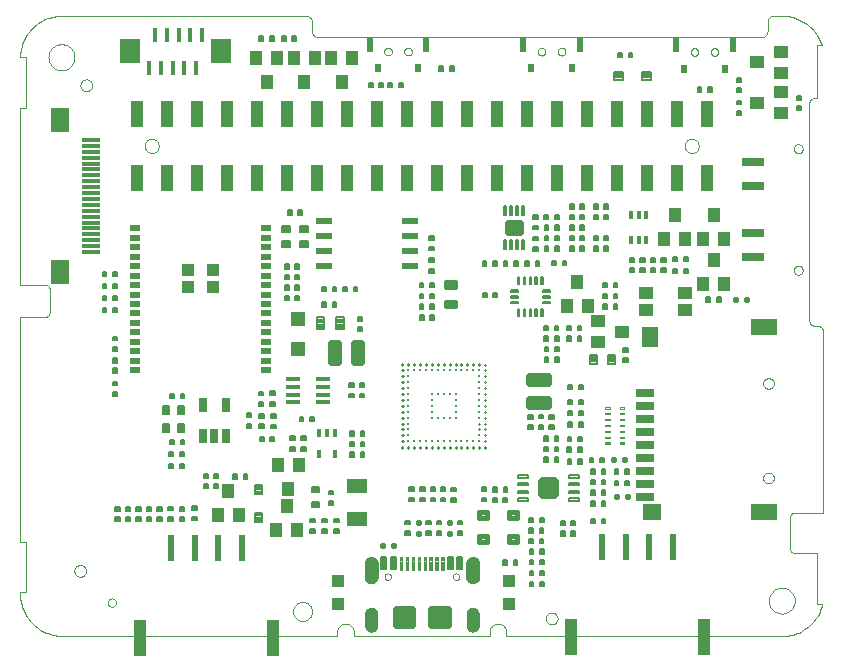
<source format=gtp>
G75*
G70*
%OFA0B0*%
%FSLAX24Y24*%
%IPPOS*%
%LPD*%
%AMOC8*
5,1,8,0,0,1.08239X$1,22.5*
%
%ADD10C,0.0000*%
%ADD11C,0.0000*%
%ADD12C,0.0053*%
%ADD13C,0.0063*%
%ADD14C,0.0098*%
%ADD15R,0.0700X0.0500*%
%ADD16R,0.0236X0.0866*%
%ADD17R,0.0400X0.1225*%
%ADD18R,0.0400X0.0450*%
%ADD19C,0.0090*%
%ADD20C,0.0098*%
%ADD21C,0.0059*%
%ADD22R,0.0157X0.0295*%
%ADD23C,0.0071*%
%ADD24C,0.0035*%
%ADD25C,0.0001*%
%ADD26C,0.0236*%
%ADD27C,0.0175*%
%ADD28C,0.0081*%
%ADD29R,0.0500X0.0118*%
%ADD30R,0.0500X0.0500*%
%ADD31R,0.0394X0.0394*%
%ADD32C,0.0079*%
%ADD33C,0.0335*%
%ADD34R,0.0138X0.0315*%
%ADD35C,0.0055*%
%ADD36C,0.0220*%
%ADD37R,0.0272X0.0472*%
%ADD38R,0.0748X0.0315*%
%ADD39R,0.0551X0.0244*%
%ADD40R,0.0402X0.0866*%
%ADD41R,0.0450X0.0400*%
%ADD42R,0.0591X0.0118*%
%ADD43R,0.0591X0.0787*%
%ADD44R,0.0472X0.0394*%
%ADD45C,0.0075*%
%ADD46R,0.0374X0.0197*%
%ADD47C,0.0050*%
%ADD48C,0.0049*%
%ADD49R,0.0630X0.0276*%
%ADD50R,0.0630X0.0551*%
%ADD51R,0.0866X0.0551*%
%ADD52R,0.0551X0.0709*%
%ADD53R,0.0236X0.0315*%
%ADD54R,0.0236X0.0472*%
%ADD55R,0.0157X0.0492*%
%ADD56R,0.0709X0.0787*%
D10*
X002032Y001497D02*
X002032Y001497D01*
X002032Y001497D01*
X002032Y001497D01*
X002032Y001497D01*
X002032Y001497D01*
X002032Y001497D01*
X002032Y001497D01*
X002032Y001497D01*
X002032Y001497D01*
X002032Y001497D01*
X011226Y001497D01*
X011226Y001497D01*
X011226Y001497D01*
X011226Y001497D01*
X011226Y001497D01*
X011226Y001497D01*
X011226Y001497D01*
X011226Y001497D01*
X011226Y001497D01*
X011226Y001497D01*
X011226Y001497D01*
X011226Y001635D01*
X011226Y001635D01*
X011226Y001635D01*
X011226Y001635D01*
X011226Y001635D01*
X011226Y001635D01*
X011226Y001635D01*
X011226Y001635D01*
X011226Y001635D01*
X011226Y001635D01*
X011226Y001635D01*
X011228Y001667D01*
X011233Y001698D01*
X011243Y001729D01*
X011255Y001758D01*
X011271Y001786D01*
X011290Y001812D01*
X011312Y001835D01*
X011337Y001856D01*
X011364Y001873D01*
X011392Y001888D01*
X011422Y001898D01*
X011453Y001906D01*
X011485Y001910D01*
X011517Y001910D01*
X011549Y001906D01*
X011580Y001898D01*
X011610Y001888D01*
X011639Y001873D01*
X011665Y001856D01*
X011690Y001835D01*
X011712Y001812D01*
X011731Y001786D01*
X011747Y001758D01*
X011759Y001729D01*
X011769Y001698D01*
X011774Y001667D01*
X011776Y001635D01*
X011776Y001635D01*
X011776Y001635D01*
X011776Y001635D01*
X011776Y001635D01*
X011776Y001635D01*
X011776Y001635D01*
X011776Y001635D01*
X011776Y001635D01*
X011776Y001635D01*
X011776Y001635D01*
X011776Y001497D01*
X011776Y001497D01*
X011776Y001497D01*
X011776Y001497D01*
X011776Y001497D01*
X011776Y001497D01*
X011776Y001497D01*
X011776Y001497D01*
X011776Y001497D01*
X011776Y001497D01*
X011776Y001497D01*
X016304Y001497D01*
X016304Y001497D01*
X016304Y001497D01*
X016304Y001497D01*
X016304Y001497D01*
X016304Y001497D01*
X016304Y001497D01*
X016304Y001497D01*
X016304Y001497D01*
X016304Y001497D01*
X016304Y001497D01*
X016304Y001635D01*
X016304Y001635D01*
X016304Y001635D01*
X016304Y001635D01*
X016304Y001635D01*
X016304Y001635D01*
X016304Y001635D01*
X016304Y001635D01*
X016304Y001635D01*
X016304Y001635D01*
X016304Y001635D01*
X016306Y001667D01*
X016311Y001699D01*
X016321Y001729D01*
X016333Y001759D01*
X016349Y001787D01*
X016369Y001812D01*
X016391Y001836D01*
X016415Y001856D01*
X016442Y001874D01*
X016471Y001888D01*
X016501Y001899D01*
X016532Y001907D01*
X016564Y001911D01*
X016596Y001911D01*
X016628Y001907D01*
X016659Y001899D01*
X016689Y001888D01*
X016718Y001874D01*
X016745Y001856D01*
X016769Y001836D01*
X016791Y001812D01*
X016811Y001787D01*
X016827Y001759D01*
X016839Y001729D01*
X016849Y001699D01*
X016854Y001667D01*
X016856Y001635D01*
X016856Y001497D01*
X016856Y001497D01*
X016856Y001497D01*
X016856Y001497D01*
X016856Y001497D01*
X016856Y001497D01*
X026048Y001497D01*
X026048Y001497D01*
X026048Y001497D01*
X026048Y001497D01*
X026048Y001497D01*
X026048Y001497D01*
X026048Y001497D01*
X026048Y001497D01*
X026048Y001497D01*
X026048Y001497D01*
X026048Y001497D01*
X025615Y002678D02*
X025617Y002719D01*
X025623Y002760D01*
X025633Y002800D01*
X025646Y002839D01*
X025663Y002876D01*
X025684Y002912D01*
X025708Y002946D01*
X025735Y002977D01*
X025764Y003005D01*
X025797Y003031D01*
X025831Y003053D01*
X025868Y003072D01*
X025906Y003087D01*
X025946Y003099D01*
X025986Y003107D01*
X026027Y003111D01*
X026069Y003111D01*
X026110Y003107D01*
X026150Y003099D01*
X026190Y003087D01*
X026228Y003072D01*
X026264Y003053D01*
X026299Y003031D01*
X026332Y003005D01*
X026361Y002977D01*
X026388Y002946D01*
X026412Y002912D01*
X026433Y002876D01*
X026450Y002839D01*
X026463Y002800D01*
X026473Y002760D01*
X026479Y002719D01*
X026481Y002678D01*
X026479Y002637D01*
X026473Y002596D01*
X026463Y002556D01*
X026450Y002517D01*
X026433Y002480D01*
X026412Y002444D01*
X026388Y002410D01*
X026361Y002379D01*
X026332Y002351D01*
X026299Y002325D01*
X026265Y002303D01*
X026228Y002284D01*
X026190Y002269D01*
X026150Y002257D01*
X026110Y002249D01*
X026069Y002245D01*
X026027Y002245D01*
X025986Y002249D01*
X025946Y002257D01*
X025906Y002269D01*
X025868Y002284D01*
X025832Y002303D01*
X025797Y002325D01*
X025764Y002351D01*
X025735Y002379D01*
X025708Y002410D01*
X025684Y002444D01*
X025663Y002480D01*
X025646Y002517D01*
X025633Y002556D01*
X025623Y002596D01*
X025617Y002637D01*
X025615Y002678D01*
X026048Y001497D02*
X026119Y001499D01*
X026191Y001504D01*
X026262Y001514D01*
X026332Y001527D01*
X026402Y001543D01*
X026470Y001563D01*
X026538Y001587D01*
X026604Y001614D01*
X026668Y001645D01*
X026731Y001678D01*
X026792Y001715D01*
X026852Y001756D01*
X026909Y001799D01*
X026963Y001845D01*
X027015Y001894D01*
X027065Y001945D01*
X027112Y001999D01*
X027156Y002056D01*
X027197Y002114D01*
X027235Y002175D01*
X027269Y002237D01*
X027301Y002301D01*
X027329Y002367D01*
X027354Y002434D01*
X027375Y002503D01*
X027392Y002572D01*
X027229Y002572D01*
X027229Y004268D01*
X026460Y004268D01*
X026460Y004268D01*
X026460Y004268D01*
X026460Y004268D01*
X026460Y004268D01*
X026460Y004268D01*
X026460Y004268D01*
X026460Y004268D01*
X026460Y004268D01*
X026460Y004268D01*
X026460Y004268D01*
X026438Y004270D01*
X026417Y004275D01*
X026397Y004283D01*
X026379Y004294D01*
X026362Y004308D01*
X026348Y004325D01*
X026337Y004343D01*
X026329Y004363D01*
X026324Y004384D01*
X026322Y004406D01*
X026322Y005469D01*
X026322Y005469D01*
X026322Y005469D01*
X026322Y005469D01*
X026322Y005469D01*
X026322Y005469D01*
X026322Y005469D01*
X026322Y005469D01*
X026322Y005469D01*
X026322Y005469D01*
X026322Y005469D01*
X026324Y005491D01*
X026329Y005512D01*
X026337Y005532D01*
X026348Y005550D01*
X026362Y005567D01*
X026379Y005581D01*
X026397Y005592D01*
X026417Y005600D01*
X026438Y005605D01*
X026460Y005607D01*
X026460Y005607D01*
X026460Y005607D01*
X026460Y005607D01*
X026460Y005607D01*
X026460Y005607D01*
X026460Y005607D01*
X026460Y005607D01*
X026460Y005607D01*
X026460Y005607D01*
X026460Y005607D01*
X027426Y005607D01*
X027426Y005607D01*
X027426Y005607D01*
X027426Y005607D01*
X027426Y005607D01*
X027426Y005607D01*
X027426Y011640D01*
X027426Y011640D01*
X027426Y011640D01*
X027426Y011640D01*
X027426Y011640D01*
X027426Y011640D01*
X027426Y011640D01*
X027426Y011640D01*
X027426Y011640D01*
X027426Y011640D01*
X027426Y011640D01*
X027424Y011666D01*
X027419Y011691D01*
X027411Y011715D01*
X027400Y011739D01*
X027385Y011760D01*
X027368Y011779D01*
X027349Y011796D01*
X027328Y011811D01*
X027304Y011822D01*
X027280Y011830D01*
X027255Y011835D01*
X027229Y011837D01*
X027229Y011837D01*
X027229Y011837D01*
X027229Y011837D01*
X027229Y011837D01*
X027229Y011837D01*
X027229Y011837D01*
X027229Y011837D01*
X027229Y011837D01*
X027229Y011837D01*
X027229Y011837D01*
X027150Y011837D01*
X027150Y011837D01*
X027150Y011837D01*
X027150Y011837D01*
X027150Y011837D01*
X027150Y011837D01*
X027150Y011837D01*
X027150Y011837D01*
X027150Y011837D01*
X027150Y011837D01*
X027150Y011837D01*
X027124Y011839D01*
X027099Y011844D01*
X027075Y011852D01*
X027051Y011863D01*
X027030Y011878D01*
X027011Y011895D01*
X026994Y011914D01*
X026979Y011935D01*
X026968Y011959D01*
X026960Y011983D01*
X026955Y012008D01*
X026953Y012034D01*
X026953Y012034D01*
X026953Y012034D01*
X026953Y012034D01*
X026953Y012034D01*
X026953Y012034D01*
X026953Y012034D01*
X026953Y012034D01*
X026953Y012034D01*
X026953Y012034D01*
X026953Y012034D01*
X026953Y019239D01*
X026953Y019239D01*
X026953Y019239D01*
X026953Y019239D01*
X026953Y019239D01*
X026953Y019239D01*
X026953Y019239D01*
X026953Y019239D01*
X026953Y019239D01*
X026953Y019239D01*
X026953Y019239D01*
X026955Y019265D01*
X026960Y019290D01*
X026968Y019314D01*
X026979Y019338D01*
X026994Y019359D01*
X027011Y019378D01*
X027030Y019395D01*
X027051Y019410D01*
X027075Y019421D01*
X027099Y019429D01*
X027124Y019434D01*
X027150Y019436D01*
X027229Y019436D01*
X027229Y021182D01*
X027368Y021182D01*
X027369Y021183D02*
X027346Y021253D01*
X027319Y021321D01*
X027289Y021388D01*
X027255Y021454D01*
X027218Y021517D01*
X027177Y021578D01*
X027134Y021638D01*
X027087Y021694D01*
X027037Y021748D01*
X026985Y021800D01*
X026929Y021848D01*
X026872Y021894D01*
X026811Y021936D01*
X026749Y021975D01*
X026685Y022011D01*
X026619Y022043D01*
X026551Y022072D01*
X026482Y022097D01*
X026411Y022118D01*
X026340Y022136D01*
X026268Y022149D01*
X026195Y022159D01*
X026122Y022165D01*
X026048Y022167D01*
X025764Y022167D01*
X025764Y022167D01*
X025764Y022167D01*
X025764Y022167D01*
X025764Y022167D01*
X025764Y022167D01*
X025764Y022167D01*
X025764Y022167D01*
X025764Y022167D01*
X025764Y022167D01*
X025764Y022167D01*
X025738Y022165D01*
X025712Y022160D01*
X025688Y022152D01*
X025664Y022140D01*
X025643Y022125D01*
X025623Y022108D01*
X025606Y022088D01*
X025592Y022066D01*
X025581Y022042D01*
X025573Y022017D01*
X025568Y021991D01*
X025567Y021965D01*
X025567Y021965D01*
X025567Y021965D01*
X025567Y021965D01*
X025567Y021965D01*
X025567Y021965D01*
X025567Y021965D01*
X025567Y021965D01*
X025567Y021965D01*
X025567Y021965D01*
X025567Y021965D01*
X025567Y021663D01*
X025567Y021663D01*
X025567Y021663D01*
X025567Y021663D01*
X025567Y021663D01*
X025567Y021663D01*
X025567Y021663D01*
X025567Y021663D01*
X025567Y021663D01*
X025567Y021663D01*
X025567Y021663D01*
X025566Y021637D01*
X025561Y021611D01*
X025553Y021586D01*
X025542Y021562D01*
X025528Y021540D01*
X025511Y021520D01*
X025491Y021502D01*
X025470Y021487D01*
X025447Y021475D01*
X025422Y021466D01*
X025396Y021460D01*
X025370Y021458D01*
X010583Y021458D01*
X010583Y021458D01*
X010583Y021458D01*
X010583Y021458D01*
X010583Y021458D01*
X010583Y021458D01*
X010583Y021458D01*
X010583Y021458D01*
X010583Y021458D01*
X010583Y021458D01*
X010583Y021458D01*
X010557Y021460D01*
X010532Y021465D01*
X010508Y021473D01*
X010484Y021484D01*
X010463Y021499D01*
X010444Y021516D01*
X010427Y021535D01*
X010412Y021556D01*
X010401Y021580D01*
X010393Y021604D01*
X010388Y021629D01*
X010386Y021655D01*
X010387Y021655D02*
X010387Y021970D01*
X010387Y021970D01*
X010387Y021970D01*
X010387Y021970D01*
X010387Y021970D01*
X010387Y021970D01*
X010387Y021970D01*
X010387Y021970D01*
X010387Y021970D01*
X010387Y021970D01*
X010387Y021970D01*
X010385Y021996D01*
X010380Y022021D01*
X010372Y022045D01*
X010361Y022069D01*
X010346Y022090D01*
X010329Y022109D01*
X010310Y022126D01*
X010289Y022141D01*
X010265Y022152D01*
X010241Y022160D01*
X010216Y022165D01*
X010190Y022167D01*
X001926Y022167D01*
X001924Y022167D01*
X002032Y022167D02*
X002032Y022167D01*
X002032Y022167D01*
X002032Y022167D01*
X002032Y022167D01*
X002032Y022167D01*
X002032Y022167D01*
X002032Y022167D01*
X002032Y022167D01*
X002032Y022167D01*
X002032Y022167D01*
X001599Y020789D02*
X001601Y020830D01*
X001607Y020871D01*
X001617Y020911D01*
X001630Y020950D01*
X001647Y020987D01*
X001668Y021023D01*
X001692Y021057D01*
X001719Y021088D01*
X001748Y021116D01*
X001781Y021142D01*
X001815Y021164D01*
X001852Y021183D01*
X001890Y021198D01*
X001930Y021210D01*
X001970Y021218D01*
X002011Y021222D01*
X002053Y021222D01*
X002094Y021218D01*
X002134Y021210D01*
X002174Y021198D01*
X002212Y021183D01*
X002248Y021164D01*
X002283Y021142D01*
X002316Y021116D01*
X002345Y021088D01*
X002372Y021057D01*
X002396Y021023D01*
X002417Y020987D01*
X002434Y020950D01*
X002447Y020911D01*
X002457Y020871D01*
X002463Y020830D01*
X002465Y020789D01*
X002463Y020748D01*
X002457Y020707D01*
X002447Y020667D01*
X002434Y020628D01*
X002417Y020591D01*
X002396Y020555D01*
X002372Y020521D01*
X002345Y020490D01*
X002316Y020462D01*
X002283Y020436D01*
X002249Y020414D01*
X002212Y020395D01*
X002174Y020380D01*
X002134Y020368D01*
X002094Y020360D01*
X002053Y020356D01*
X002011Y020356D01*
X001970Y020360D01*
X001930Y020368D01*
X001890Y020380D01*
X001852Y020395D01*
X001816Y020414D01*
X001781Y020436D01*
X001748Y020462D01*
X001719Y020490D01*
X001692Y020521D01*
X001668Y020555D01*
X001647Y020591D01*
X001630Y020628D01*
X001617Y020667D01*
X001607Y020707D01*
X001601Y020748D01*
X001599Y020789D01*
X000654Y020789D02*
X000656Y020863D01*
X000662Y020936D01*
X000672Y021009D01*
X000686Y021081D01*
X000703Y021153D01*
X000725Y021223D01*
X000750Y021292D01*
X000778Y021360D01*
X000811Y021426D01*
X000846Y021490D01*
X000885Y021553D01*
X000928Y021613D01*
X000973Y021671D01*
X001022Y021726D01*
X001073Y021779D01*
X001127Y021829D01*
X001183Y021876D01*
X001242Y021920D01*
X001304Y021960D01*
X001367Y021998D01*
X001432Y022032D01*
X001499Y022062D01*
X001568Y022089D01*
X001638Y022112D01*
X001708Y022132D01*
X001780Y022147D01*
X001853Y022159D01*
X001926Y022167D01*
X000851Y020789D02*
X000654Y020789D01*
X000654Y020789D01*
X000851Y020789D02*
X000851Y020789D01*
X000851Y020789D01*
X000851Y020789D01*
X000851Y020789D01*
X000851Y020789D01*
X000851Y019107D01*
X000851Y019107D01*
X000851Y019107D01*
X000851Y019107D01*
X000851Y019107D01*
X000851Y019107D01*
X000654Y019107D01*
X000654Y013202D01*
X000654Y013202D01*
X000654Y013202D01*
X000654Y013202D01*
X000654Y013202D01*
X000654Y013202D01*
X001500Y013202D01*
X001500Y013202D01*
X001500Y013202D01*
X001500Y013202D01*
X001500Y013202D01*
X001500Y013202D01*
X001500Y013202D01*
X001500Y013202D01*
X001500Y013202D01*
X001500Y013202D01*
X001500Y013202D01*
X001522Y013200D01*
X001543Y013195D01*
X001563Y013187D01*
X001581Y013176D01*
X001598Y013162D01*
X001612Y013145D01*
X001623Y013127D01*
X001631Y013107D01*
X001636Y013086D01*
X001638Y013064D01*
X001638Y012277D01*
X001638Y012277D01*
X001638Y012277D01*
X001638Y012277D01*
X001638Y012277D01*
X001638Y012277D01*
X001638Y012277D01*
X001638Y012277D01*
X001638Y012277D01*
X001638Y012277D01*
X001638Y012277D01*
X001636Y012255D01*
X001631Y012234D01*
X001623Y012214D01*
X001612Y012196D01*
X001598Y012179D01*
X001581Y012165D01*
X001563Y012154D01*
X001543Y012146D01*
X001522Y012141D01*
X001500Y012139D01*
X000654Y012139D01*
X000654Y012139D01*
X000654Y012139D01*
X000654Y012139D01*
X000654Y012139D01*
X000654Y012139D01*
X000654Y004647D01*
X000851Y004647D01*
X000851Y002966D01*
X000654Y002966D01*
X000654Y002965D02*
X000653Y002891D01*
X000657Y002816D01*
X000665Y002742D01*
X000676Y002669D01*
X000691Y002596D01*
X000710Y002524D01*
X000733Y002453D01*
X000760Y002383D01*
X000790Y002315D01*
X000823Y002249D01*
X000860Y002184D01*
X000900Y002121D01*
X000944Y002061D01*
X000991Y002003D01*
X001040Y001947D01*
X001092Y001894D01*
X001148Y001844D01*
X001205Y001797D01*
X001265Y001752D01*
X001327Y001712D01*
X001392Y001674D01*
X001458Y001640D01*
X001526Y001609D01*
X001595Y001582D01*
X001666Y001558D01*
X001737Y001538D01*
X001810Y001522D01*
X001884Y001510D01*
X001958Y001501D01*
X002032Y001497D01*
X016856Y001497D02*
X016856Y001497D01*
X016856Y001497D01*
X016856Y001497D01*
X016856Y001497D01*
X016856Y001497D01*
X016856Y001635D02*
X016856Y001635D01*
X016856Y001635D01*
X016856Y001635D01*
X016856Y001635D01*
X016856Y001635D01*
X016856Y001635D01*
X016856Y001635D01*
X016856Y001635D01*
X016856Y001635D01*
X016856Y001635D01*
X018175Y002083D02*
X018177Y002110D01*
X018183Y002137D01*
X018192Y002163D01*
X018205Y002187D01*
X018221Y002210D01*
X018240Y002229D01*
X018262Y002246D01*
X018286Y002260D01*
X018311Y002270D01*
X018338Y002277D01*
X018365Y002280D01*
X018393Y002279D01*
X018420Y002274D01*
X018446Y002266D01*
X018470Y002254D01*
X018493Y002238D01*
X018514Y002220D01*
X018531Y002199D01*
X018546Y002175D01*
X018557Y002150D01*
X018565Y002124D01*
X018569Y002097D01*
X018569Y002069D01*
X018565Y002042D01*
X018557Y002016D01*
X018546Y001991D01*
X018531Y001967D01*
X018514Y001946D01*
X018493Y001928D01*
X018471Y001912D01*
X018446Y001900D01*
X018420Y001892D01*
X018393Y001887D01*
X018365Y001886D01*
X018338Y001889D01*
X018311Y001896D01*
X018286Y001906D01*
X018262Y001920D01*
X018240Y001937D01*
X018221Y001956D01*
X018205Y001979D01*
X018192Y002003D01*
X018183Y002029D01*
X018177Y002056D01*
X018175Y002083D01*
X026322Y004406D02*
X026322Y004406D01*
X026322Y004406D01*
X026322Y004406D01*
X026322Y004406D01*
X026322Y004406D01*
X026322Y004406D01*
X026322Y004406D01*
X026322Y004406D01*
X026322Y004406D01*
X026322Y004406D01*
X027426Y005607D02*
X027426Y005607D01*
X027426Y005607D01*
X027426Y005607D01*
X027426Y005607D01*
X027426Y005607D01*
X001500Y012139D02*
X001500Y012139D01*
X001500Y012139D01*
X001500Y012139D01*
X001500Y012139D01*
X001500Y012139D01*
X001500Y012139D01*
X001500Y012139D01*
X001500Y012139D01*
X001500Y012139D01*
X001500Y012139D01*
X000654Y012139D02*
X000654Y012139D01*
X000654Y012139D01*
X000654Y012139D01*
X000654Y012139D01*
X000654Y012139D01*
X000654Y013202D02*
X000654Y013202D01*
X000654Y013202D01*
X000654Y013202D01*
X000654Y013202D01*
X000654Y013202D01*
X001638Y013064D02*
X001638Y013064D01*
X001638Y013064D01*
X001638Y013064D01*
X001638Y013064D01*
X001638Y013064D01*
X001638Y013064D01*
X001638Y013064D01*
X001638Y013064D01*
X001638Y013064D01*
X001638Y013064D01*
X000851Y019107D02*
X000851Y019107D01*
X000851Y019107D01*
X000851Y019107D01*
X000851Y019107D01*
X000851Y019107D01*
X002663Y019853D02*
X002665Y019880D01*
X002671Y019907D01*
X002680Y019933D01*
X002693Y019957D01*
X002709Y019980D01*
X002728Y019999D01*
X002750Y020016D01*
X002774Y020030D01*
X002799Y020040D01*
X002826Y020047D01*
X002853Y020050D01*
X002881Y020049D01*
X002908Y020044D01*
X002934Y020036D01*
X002958Y020024D01*
X002981Y020008D01*
X003002Y019990D01*
X003019Y019969D01*
X003034Y019945D01*
X003045Y019920D01*
X003053Y019894D01*
X003057Y019867D01*
X003057Y019839D01*
X003053Y019812D01*
X003045Y019786D01*
X003034Y019761D01*
X003019Y019737D01*
X003002Y019716D01*
X002981Y019698D01*
X002959Y019682D01*
X002934Y019670D01*
X002908Y019662D01*
X002881Y019657D01*
X002853Y019656D01*
X002826Y019659D01*
X002799Y019666D01*
X002774Y019676D01*
X002750Y019690D01*
X002728Y019707D01*
X002709Y019726D01*
X002693Y019749D01*
X002680Y019773D01*
X002671Y019799D01*
X002665Y019826D01*
X002663Y019853D01*
X000851Y020789D02*
X000851Y020789D01*
X000851Y020789D01*
X000851Y020789D01*
X000851Y020789D01*
X000851Y020789D01*
X010190Y022167D02*
X010190Y022167D01*
X010190Y022167D01*
X010190Y022167D01*
X010190Y022167D01*
X010190Y022167D01*
X010190Y022167D01*
X010190Y022167D01*
X010190Y022167D01*
X010190Y022167D01*
X010190Y022167D01*
X010387Y021655D02*
X010387Y021655D01*
X010387Y021655D01*
X010387Y021655D01*
X010387Y021655D01*
X010387Y021655D01*
X010387Y021655D01*
X010387Y021655D01*
X010387Y021655D01*
X010387Y021655D01*
X010387Y021655D01*
X025370Y021458D02*
X025370Y021458D01*
X025370Y021458D01*
X025370Y021458D01*
X025370Y021458D01*
X025370Y021458D01*
X025370Y021458D01*
X025370Y021458D01*
X025370Y021458D01*
X025370Y021458D01*
X025370Y021458D01*
X026048Y022167D02*
X026048Y022167D01*
X026048Y022167D01*
X026048Y022167D01*
X026048Y022167D01*
X026048Y022167D01*
X026048Y022167D01*
X026048Y022167D01*
X026048Y022167D01*
X026048Y022167D01*
X026048Y022167D01*
X027150Y019436D02*
X027150Y019436D01*
X027150Y019436D01*
X027150Y019436D01*
X027150Y019436D01*
X027150Y019436D01*
X027150Y019436D01*
X027150Y019436D01*
X027150Y019436D01*
X027150Y019436D01*
X027150Y019436D01*
D11*
X023674Y020965D02*
X023676Y020987D01*
X023682Y021009D01*
X023691Y021029D01*
X023704Y021047D01*
X023720Y021063D01*
X023738Y021076D01*
X023758Y021085D01*
X023780Y021091D01*
X023802Y021093D01*
X023824Y021091D01*
X023846Y021085D01*
X023866Y021076D01*
X023884Y021063D01*
X023900Y021047D01*
X023913Y021029D01*
X023922Y021009D01*
X023928Y020987D01*
X023930Y020965D01*
X023928Y020943D01*
X023922Y020921D01*
X023913Y020901D01*
X023900Y020883D01*
X023884Y020867D01*
X023866Y020854D01*
X023846Y020845D01*
X023824Y020839D01*
X023802Y020837D01*
X023780Y020839D01*
X023758Y020845D01*
X023738Y020854D01*
X023720Y020867D01*
X023704Y020883D01*
X023691Y020901D01*
X023682Y020921D01*
X023676Y020943D01*
X023674Y020965D01*
X023005Y020965D02*
X023007Y020987D01*
X023013Y021009D01*
X023022Y021029D01*
X023035Y021047D01*
X023051Y021063D01*
X023069Y021076D01*
X023089Y021085D01*
X023111Y021091D01*
X023133Y021093D01*
X023155Y021091D01*
X023177Y021085D01*
X023197Y021076D01*
X023215Y021063D01*
X023231Y021047D01*
X023244Y021029D01*
X023253Y021009D01*
X023259Y020987D01*
X023261Y020965D01*
X023259Y020943D01*
X023253Y020921D01*
X023244Y020901D01*
X023231Y020883D01*
X023215Y020867D01*
X023197Y020854D01*
X023177Y020845D01*
X023155Y020839D01*
X023133Y020837D01*
X023111Y020839D01*
X023089Y020845D01*
X023069Y020854D01*
X023051Y020867D01*
X023035Y020883D01*
X023022Y020901D01*
X023013Y020921D01*
X023007Y020943D01*
X023005Y020965D01*
X018576Y020974D02*
X018578Y020996D01*
X018584Y021018D01*
X018593Y021038D01*
X018606Y021056D01*
X018622Y021072D01*
X018640Y021085D01*
X018660Y021094D01*
X018682Y021100D01*
X018704Y021102D01*
X018726Y021100D01*
X018748Y021094D01*
X018768Y021085D01*
X018786Y021072D01*
X018802Y021056D01*
X018815Y021038D01*
X018824Y021018D01*
X018830Y020996D01*
X018832Y020974D01*
X018830Y020952D01*
X018824Y020930D01*
X018815Y020910D01*
X018802Y020892D01*
X018786Y020876D01*
X018768Y020863D01*
X018748Y020854D01*
X018726Y020848D01*
X018704Y020846D01*
X018682Y020848D01*
X018660Y020854D01*
X018640Y020863D01*
X018622Y020876D01*
X018606Y020892D01*
X018593Y020910D01*
X018584Y020930D01*
X018578Y020952D01*
X018576Y020974D01*
X017907Y020974D02*
X017909Y020996D01*
X017915Y021018D01*
X017924Y021038D01*
X017937Y021056D01*
X017953Y021072D01*
X017971Y021085D01*
X017991Y021094D01*
X018013Y021100D01*
X018035Y021102D01*
X018057Y021100D01*
X018079Y021094D01*
X018099Y021085D01*
X018117Y021072D01*
X018133Y021056D01*
X018146Y021038D01*
X018155Y021018D01*
X018161Y020996D01*
X018163Y020974D01*
X018161Y020952D01*
X018155Y020930D01*
X018146Y020910D01*
X018133Y020892D01*
X018117Y020876D01*
X018099Y020863D01*
X018079Y020854D01*
X018057Y020848D01*
X018035Y020846D01*
X018013Y020848D01*
X017991Y020854D01*
X017971Y020863D01*
X017953Y020876D01*
X017937Y020892D01*
X017924Y020910D01*
X017915Y020930D01*
X017909Y020952D01*
X017907Y020974D01*
X013458Y020976D02*
X013460Y020998D01*
X013466Y021020D01*
X013475Y021040D01*
X013488Y021058D01*
X013504Y021074D01*
X013522Y021087D01*
X013542Y021096D01*
X013564Y021102D01*
X013586Y021104D01*
X013608Y021102D01*
X013630Y021096D01*
X013650Y021087D01*
X013668Y021074D01*
X013684Y021058D01*
X013697Y021040D01*
X013706Y021020D01*
X013712Y020998D01*
X013714Y020976D01*
X013712Y020954D01*
X013706Y020932D01*
X013697Y020912D01*
X013684Y020894D01*
X013668Y020878D01*
X013650Y020865D01*
X013630Y020856D01*
X013608Y020850D01*
X013586Y020848D01*
X013564Y020850D01*
X013542Y020856D01*
X013522Y020865D01*
X013504Y020878D01*
X013488Y020894D01*
X013475Y020912D01*
X013466Y020932D01*
X013460Y020954D01*
X013458Y020976D01*
X012788Y020976D02*
X012790Y020998D01*
X012796Y021020D01*
X012805Y021040D01*
X012818Y021058D01*
X012834Y021074D01*
X012852Y021087D01*
X012872Y021096D01*
X012894Y021102D01*
X012916Y021104D01*
X012938Y021102D01*
X012960Y021096D01*
X012980Y021087D01*
X012998Y021074D01*
X013014Y021058D01*
X013027Y021040D01*
X013036Y021020D01*
X013042Y020998D01*
X013044Y020976D01*
X013042Y020954D01*
X013036Y020932D01*
X013027Y020912D01*
X013014Y020894D01*
X012998Y020878D01*
X012980Y020865D01*
X012960Y020856D01*
X012938Y020850D01*
X012916Y020848D01*
X012894Y020850D01*
X012872Y020856D01*
X012852Y020865D01*
X012834Y020878D01*
X012818Y020894D01*
X012805Y020912D01*
X012796Y020932D01*
X012790Y020954D01*
X012788Y020976D01*
X004806Y017834D02*
X004808Y017864D01*
X004814Y017894D01*
X004823Y017923D01*
X004836Y017950D01*
X004853Y017975D01*
X004872Y017998D01*
X004895Y018019D01*
X004920Y018036D01*
X004946Y018050D01*
X004975Y018060D01*
X005004Y018067D01*
X005034Y018070D01*
X005065Y018069D01*
X005095Y018064D01*
X005124Y018055D01*
X005151Y018043D01*
X005177Y018028D01*
X005201Y018009D01*
X005222Y017987D01*
X005240Y017963D01*
X005255Y017936D01*
X005266Y017908D01*
X005274Y017879D01*
X005278Y017849D01*
X005278Y017819D01*
X005274Y017789D01*
X005266Y017760D01*
X005255Y017732D01*
X005240Y017705D01*
X005222Y017681D01*
X005201Y017659D01*
X005177Y017640D01*
X005151Y017625D01*
X005124Y017613D01*
X005095Y017604D01*
X005065Y017599D01*
X005034Y017598D01*
X005004Y017601D01*
X004975Y017608D01*
X004946Y017618D01*
X004920Y017632D01*
X004895Y017649D01*
X004872Y017670D01*
X004853Y017693D01*
X004836Y017718D01*
X004823Y017745D01*
X004814Y017774D01*
X004808Y017804D01*
X004806Y017834D01*
X022806Y017834D02*
X022808Y017864D01*
X022814Y017894D01*
X022823Y017923D01*
X022836Y017950D01*
X022853Y017975D01*
X022872Y017998D01*
X022895Y018019D01*
X022920Y018036D01*
X022946Y018050D01*
X022975Y018060D01*
X023004Y018067D01*
X023034Y018070D01*
X023065Y018069D01*
X023095Y018064D01*
X023124Y018055D01*
X023151Y018043D01*
X023177Y018028D01*
X023201Y018009D01*
X023222Y017987D01*
X023240Y017963D01*
X023255Y017936D01*
X023266Y017908D01*
X023274Y017879D01*
X023278Y017849D01*
X023278Y017819D01*
X023274Y017789D01*
X023266Y017760D01*
X023255Y017732D01*
X023240Y017705D01*
X023222Y017681D01*
X023201Y017659D01*
X023177Y017640D01*
X023151Y017625D01*
X023124Y017613D01*
X023095Y017604D01*
X023065Y017599D01*
X023034Y017598D01*
X023004Y017601D01*
X022975Y017608D01*
X022946Y017618D01*
X022920Y017632D01*
X022895Y017649D01*
X022872Y017670D01*
X022853Y017693D01*
X022836Y017718D01*
X022823Y017745D01*
X022814Y017774D01*
X022808Y017804D01*
X022806Y017834D01*
X026448Y017742D02*
X026450Y017766D01*
X026456Y017789D01*
X026465Y017811D01*
X026478Y017831D01*
X026493Y017849D01*
X026512Y017864D01*
X026533Y017876D01*
X026555Y017884D01*
X026578Y017889D01*
X026602Y017890D01*
X026626Y017887D01*
X026648Y017880D01*
X026670Y017870D01*
X026690Y017857D01*
X026707Y017840D01*
X026721Y017821D01*
X026732Y017800D01*
X026740Y017777D01*
X026744Y017754D01*
X026744Y017730D01*
X026740Y017707D01*
X026732Y017684D01*
X026721Y017663D01*
X026707Y017644D01*
X026690Y017627D01*
X026670Y017614D01*
X026648Y017604D01*
X026626Y017597D01*
X026602Y017594D01*
X026578Y017595D01*
X026555Y017600D01*
X026533Y017608D01*
X026512Y017620D01*
X026493Y017635D01*
X026478Y017653D01*
X026465Y017673D01*
X026456Y017695D01*
X026450Y017718D01*
X026448Y017742D01*
X026448Y013687D02*
X026450Y013711D01*
X026456Y013734D01*
X026465Y013756D01*
X026478Y013776D01*
X026493Y013794D01*
X026512Y013809D01*
X026533Y013821D01*
X026555Y013829D01*
X026578Y013834D01*
X026602Y013835D01*
X026626Y013832D01*
X026648Y013825D01*
X026670Y013815D01*
X026690Y013802D01*
X026707Y013785D01*
X026721Y013766D01*
X026732Y013745D01*
X026740Y013722D01*
X026744Y013699D01*
X026744Y013675D01*
X026740Y013652D01*
X026732Y013629D01*
X026721Y013608D01*
X026707Y013589D01*
X026690Y013572D01*
X026670Y013559D01*
X026648Y013549D01*
X026626Y013542D01*
X026602Y013539D01*
X026578Y013540D01*
X026555Y013545D01*
X026533Y013553D01*
X026512Y013565D01*
X026493Y013580D01*
X026478Y013598D01*
X026465Y013618D01*
X026456Y013640D01*
X026450Y013663D01*
X026448Y013687D01*
X025424Y009916D02*
X025426Y009942D01*
X025432Y009968D01*
X025442Y009993D01*
X025455Y010016D01*
X025471Y010036D01*
X025491Y010054D01*
X025513Y010069D01*
X025536Y010081D01*
X025562Y010089D01*
X025588Y010093D01*
X025614Y010093D01*
X025640Y010089D01*
X025666Y010081D01*
X025690Y010069D01*
X025711Y010054D01*
X025731Y010036D01*
X025747Y010016D01*
X025760Y009993D01*
X025770Y009968D01*
X025776Y009942D01*
X025778Y009916D01*
X025776Y009890D01*
X025770Y009864D01*
X025760Y009839D01*
X025747Y009816D01*
X025731Y009796D01*
X025711Y009778D01*
X025689Y009763D01*
X025666Y009751D01*
X025640Y009743D01*
X025614Y009739D01*
X025588Y009739D01*
X025562Y009743D01*
X025536Y009751D01*
X025512Y009763D01*
X025491Y009778D01*
X025471Y009796D01*
X025455Y009816D01*
X025442Y009839D01*
X025432Y009864D01*
X025426Y009890D01*
X025424Y009916D01*
X025424Y006766D02*
X025426Y006792D01*
X025432Y006818D01*
X025442Y006843D01*
X025455Y006866D01*
X025471Y006886D01*
X025491Y006904D01*
X025513Y006919D01*
X025536Y006931D01*
X025562Y006939D01*
X025588Y006943D01*
X025614Y006943D01*
X025640Y006939D01*
X025666Y006931D01*
X025690Y006919D01*
X025711Y006904D01*
X025731Y006886D01*
X025747Y006866D01*
X025760Y006843D01*
X025770Y006818D01*
X025776Y006792D01*
X025778Y006766D01*
X025776Y006740D01*
X025770Y006714D01*
X025760Y006689D01*
X025747Y006666D01*
X025731Y006646D01*
X025711Y006628D01*
X025689Y006613D01*
X025666Y006601D01*
X025640Y006593D01*
X025614Y006589D01*
X025588Y006589D01*
X025562Y006593D01*
X025536Y006601D01*
X025512Y006613D01*
X025491Y006628D01*
X025471Y006646D01*
X025455Y006666D01*
X025442Y006689D01*
X025432Y006714D01*
X025426Y006740D01*
X025424Y006766D01*
X015952Y003951D02*
X015956Y003909D01*
X015956Y003475D01*
X015952Y003433D01*
X015940Y003393D01*
X015920Y003355D01*
X015893Y003322D01*
X015860Y003295D01*
X015823Y003275D01*
X015782Y003263D01*
X015740Y003259D01*
X015692Y003264D01*
X015646Y003280D01*
X015605Y003306D01*
X015571Y003340D01*
X015545Y003381D01*
X015529Y003427D01*
X015523Y003475D01*
X015523Y003909D01*
X015529Y003957D01*
X015545Y004002D01*
X015571Y004044D01*
X015605Y004078D01*
X015646Y004104D01*
X015692Y004120D01*
X015740Y004125D01*
X015782Y004121D01*
X015823Y004109D01*
X015860Y004089D01*
X015893Y004062D01*
X015920Y004029D01*
X015940Y003991D01*
X015952Y003951D01*
X015077Y003475D02*
X015079Y003495D01*
X015085Y003515D01*
X015094Y003533D01*
X015107Y003550D01*
X015122Y003563D01*
X015140Y003573D01*
X015160Y003580D01*
X015180Y003583D01*
X015200Y003582D01*
X015220Y003577D01*
X015239Y003569D01*
X015256Y003557D01*
X015270Y003542D01*
X015281Y003524D01*
X015289Y003505D01*
X015293Y003485D01*
X015293Y003465D01*
X015289Y003445D01*
X015281Y003426D01*
X015270Y003408D01*
X015256Y003393D01*
X015239Y003381D01*
X015220Y003373D01*
X015200Y003368D01*
X015180Y003367D01*
X015160Y003370D01*
X015140Y003377D01*
X015122Y003387D01*
X015107Y003400D01*
X015094Y003417D01*
X015085Y003435D01*
X015079Y003455D01*
X015077Y003475D01*
X012801Y003475D02*
X012803Y003495D01*
X012809Y003515D01*
X012818Y003533D01*
X012831Y003550D01*
X012846Y003563D01*
X012864Y003573D01*
X012884Y003580D01*
X012904Y003583D01*
X012924Y003582D01*
X012944Y003577D01*
X012963Y003569D01*
X012980Y003557D01*
X012994Y003542D01*
X013005Y003524D01*
X013013Y003505D01*
X013017Y003485D01*
X013017Y003465D01*
X013013Y003445D01*
X013005Y003426D01*
X012994Y003408D01*
X012980Y003393D01*
X012963Y003381D01*
X012944Y003373D01*
X012924Y003368D01*
X012904Y003367D01*
X012884Y003370D01*
X012864Y003377D01*
X012846Y003387D01*
X012831Y003400D01*
X012818Y003417D01*
X012809Y003435D01*
X012803Y003455D01*
X012801Y003475D01*
X012571Y003475D02*
X012566Y003433D01*
X012554Y003393D01*
X012534Y003355D01*
X012507Y003322D01*
X012474Y003295D01*
X012437Y003275D01*
X012396Y003263D01*
X012354Y003259D01*
X012306Y003264D01*
X012260Y003280D01*
X012219Y003306D01*
X012185Y003340D01*
X012159Y003381D01*
X012143Y003427D01*
X012138Y003475D01*
X012138Y003909D01*
X012143Y003957D01*
X012159Y004002D01*
X012185Y004044D01*
X012219Y004078D01*
X012260Y004104D01*
X012306Y004120D01*
X012354Y004125D01*
X012396Y004121D01*
X012437Y004109D01*
X012474Y004089D01*
X012507Y004062D01*
X012534Y004029D01*
X012554Y003991D01*
X012566Y003951D01*
X012571Y003909D01*
X012571Y003475D01*
X012398Y002427D02*
X012440Y002413D01*
X012477Y002389D01*
X012508Y002358D01*
X012531Y002321D01*
X012546Y002279D01*
X012551Y002235D01*
X012551Y001842D01*
X012546Y001798D01*
X012531Y001756D01*
X012508Y001719D01*
X012477Y001688D01*
X012440Y001664D01*
X012398Y001650D01*
X012354Y001645D01*
X012310Y001650D01*
X012269Y001664D01*
X012231Y001688D01*
X012200Y001719D01*
X012177Y001756D01*
X012162Y001798D01*
X012157Y001842D01*
X012157Y002235D01*
X012162Y002279D01*
X012177Y002321D01*
X012200Y002358D01*
X012231Y002389D01*
X012269Y002413D01*
X012310Y002427D01*
X012354Y002432D01*
X012398Y002427D01*
X009753Y002315D02*
X009755Y002350D01*
X009761Y002385D01*
X009771Y002419D01*
X009784Y002452D01*
X009801Y002483D01*
X009822Y002511D01*
X009845Y002538D01*
X009872Y002561D01*
X009900Y002582D01*
X009931Y002599D01*
X009964Y002612D01*
X009998Y002622D01*
X010033Y002628D01*
X010068Y002630D01*
X010103Y002628D01*
X010138Y002622D01*
X010172Y002612D01*
X010205Y002599D01*
X010236Y002582D01*
X010264Y002561D01*
X010291Y002538D01*
X010314Y002511D01*
X010335Y002483D01*
X010352Y002452D01*
X010365Y002419D01*
X010375Y002385D01*
X010381Y002350D01*
X010383Y002315D01*
X010381Y002280D01*
X010375Y002245D01*
X010365Y002211D01*
X010352Y002178D01*
X010335Y002147D01*
X010314Y002119D01*
X010291Y002092D01*
X010264Y002069D01*
X010236Y002048D01*
X010205Y002031D01*
X010172Y002018D01*
X010138Y002008D01*
X010103Y002002D01*
X010068Y002000D01*
X010033Y002002D01*
X009998Y002008D01*
X009964Y002018D01*
X009931Y002031D01*
X009900Y002048D01*
X009872Y002069D01*
X009845Y002092D01*
X009822Y002119D01*
X009801Y002147D01*
X009784Y002178D01*
X009771Y002211D01*
X009761Y002245D01*
X009755Y002280D01*
X009753Y002315D01*
X015543Y002235D02*
X015543Y001842D01*
X015548Y001798D01*
X015563Y001756D01*
X015586Y001719D01*
X015617Y001688D01*
X015655Y001664D01*
X015696Y001650D01*
X015740Y001645D01*
X015784Y001650D01*
X015825Y001664D01*
X015863Y001688D01*
X015894Y001719D01*
X015917Y001756D01*
X015932Y001798D01*
X015937Y001842D01*
X015937Y002235D01*
X015932Y002279D01*
X015917Y002321D01*
X015894Y002358D01*
X015863Y002389D01*
X015825Y002413D01*
X015784Y002427D01*
X015740Y002432D01*
X015696Y002427D01*
X015655Y002413D01*
X015617Y002389D01*
X015586Y002358D01*
X015563Y002321D01*
X015548Y002279D01*
X015543Y002235D01*
X003577Y002611D02*
X003579Y002634D01*
X003585Y002657D01*
X003595Y002678D01*
X003608Y002698D01*
X003624Y002715D01*
X003643Y002729D01*
X003664Y002739D01*
X003686Y002746D01*
X003709Y002749D01*
X003733Y002748D01*
X003755Y002743D01*
X003777Y002734D01*
X003797Y002722D01*
X003815Y002706D01*
X003829Y002688D01*
X003841Y002668D01*
X003849Y002646D01*
X003853Y002623D01*
X003853Y002599D01*
X003849Y002576D01*
X003841Y002554D01*
X003829Y002534D01*
X003815Y002516D01*
X003797Y002500D01*
X003777Y002488D01*
X003755Y002479D01*
X003733Y002474D01*
X003709Y002473D01*
X003686Y002476D01*
X003664Y002483D01*
X003643Y002493D01*
X003624Y002507D01*
X003608Y002524D01*
X003595Y002544D01*
X003585Y002565D01*
X003579Y002588D01*
X003577Y002611D01*
X002460Y003669D02*
X002462Y003696D01*
X002468Y003723D01*
X002477Y003749D01*
X002490Y003773D01*
X002506Y003796D01*
X002525Y003815D01*
X002547Y003832D01*
X002571Y003846D01*
X002596Y003856D01*
X002623Y003863D01*
X002650Y003866D01*
X002678Y003865D01*
X002705Y003860D01*
X002731Y003852D01*
X002755Y003840D01*
X002778Y003824D01*
X002799Y003806D01*
X002816Y003785D01*
X002831Y003761D01*
X002842Y003736D01*
X002850Y003710D01*
X002854Y003683D01*
X002854Y003655D01*
X002850Y003628D01*
X002842Y003602D01*
X002831Y003577D01*
X002816Y003553D01*
X002799Y003532D01*
X002778Y003514D01*
X002756Y003498D01*
X002731Y003486D01*
X002705Y003478D01*
X002678Y003473D01*
X002650Y003472D01*
X002623Y003475D01*
X002596Y003482D01*
X002571Y003492D01*
X002547Y003506D01*
X002525Y003523D01*
X002506Y003542D01*
X002490Y003565D01*
X002477Y003589D01*
X002468Y003615D01*
X002462Y003642D01*
X002460Y003669D01*
D12*
X003967Y005329D02*
X003967Y005451D01*
X003967Y005329D02*
X003819Y005329D01*
X003819Y005451D01*
X003967Y005451D01*
X003967Y005381D02*
X003819Y005381D01*
X003819Y005433D02*
X003967Y005433D01*
X004317Y005451D02*
X004317Y005329D01*
X004169Y005329D01*
X004169Y005451D01*
X004317Y005451D01*
X004317Y005381D02*
X004169Y005381D01*
X004169Y005433D02*
X004317Y005433D01*
X004667Y005451D02*
X004667Y005329D01*
X004519Y005329D01*
X004519Y005451D01*
X004667Y005451D01*
X004667Y005381D02*
X004519Y005381D01*
X004519Y005433D02*
X004667Y005433D01*
X005017Y005451D02*
X005017Y005329D01*
X004869Y005329D01*
X004869Y005451D01*
X005017Y005451D01*
X005017Y005381D02*
X004869Y005381D01*
X004869Y005433D02*
X005017Y005433D01*
X005367Y005451D02*
X005367Y005329D01*
X005219Y005329D01*
X005219Y005451D01*
X005367Y005451D01*
X005367Y005381D02*
X005219Y005381D01*
X005219Y005433D02*
X005367Y005433D01*
X005743Y005456D02*
X005743Y005334D01*
X005595Y005334D01*
X005595Y005456D01*
X005743Y005456D01*
X005743Y005386D02*
X005595Y005386D01*
X005595Y005438D02*
X005743Y005438D01*
X006117Y005451D02*
X006117Y005329D01*
X005969Y005329D01*
X005969Y005451D01*
X006117Y005451D01*
X006117Y005381D02*
X005969Y005381D01*
X005969Y005433D02*
X006117Y005433D01*
X006117Y005679D02*
X006117Y005801D01*
X006117Y005679D02*
X005969Y005679D01*
X005969Y005801D01*
X006117Y005801D01*
X006117Y005731D02*
X005969Y005731D01*
X005969Y005783D02*
X006117Y005783D01*
X006535Y005821D02*
X006535Y005699D01*
X006387Y005699D01*
X006387Y005821D01*
X006535Y005821D01*
X006535Y005751D02*
X006387Y005751D01*
X006387Y005803D02*
X006535Y005803D01*
X006535Y005471D02*
X006535Y005349D01*
X006387Y005349D01*
X006387Y005471D01*
X006535Y005471D01*
X006535Y005401D02*
X006387Y005401D01*
X006387Y005453D02*
X006535Y005453D01*
X005743Y005684D02*
X005743Y005806D01*
X005743Y005684D02*
X005595Y005684D01*
X005595Y005806D01*
X005743Y005806D01*
X005743Y005736D02*
X005595Y005736D01*
X005595Y005788D02*
X005743Y005788D01*
X005367Y005801D02*
X005367Y005679D01*
X005219Y005679D01*
X005219Y005801D01*
X005367Y005801D01*
X005367Y005731D02*
X005219Y005731D01*
X005219Y005783D02*
X005367Y005783D01*
X005017Y005801D02*
X005017Y005679D01*
X004869Y005679D01*
X004869Y005801D01*
X005017Y005801D01*
X005017Y005731D02*
X004869Y005731D01*
X004869Y005783D02*
X005017Y005783D01*
X004667Y005801D02*
X004667Y005679D01*
X004519Y005679D01*
X004519Y005801D01*
X004667Y005801D01*
X004667Y005731D02*
X004519Y005731D01*
X004519Y005783D02*
X004667Y005783D01*
X004317Y005801D02*
X004317Y005679D01*
X004169Y005679D01*
X004169Y005801D01*
X004317Y005801D01*
X004317Y005731D02*
X004169Y005731D01*
X004169Y005783D02*
X004317Y005783D01*
X003967Y005801D02*
X003967Y005679D01*
X003819Y005679D01*
X003819Y005801D01*
X003967Y005801D01*
X003967Y005731D02*
X003819Y005731D01*
X003819Y005783D02*
X003967Y005783D01*
X006769Y006429D02*
X006769Y006551D01*
X006917Y006551D01*
X006917Y006429D01*
X006769Y006429D01*
X006769Y006481D02*
X006917Y006481D01*
X006917Y006533D02*
X006769Y006533D01*
X006769Y006779D02*
X006769Y006901D01*
X006917Y006901D01*
X006917Y006779D01*
X006769Y006779D01*
X006769Y006831D02*
X006917Y006831D01*
X006917Y006883D02*
X006769Y006883D01*
X007114Y006901D02*
X007114Y006779D01*
X007114Y006901D02*
X007262Y006901D01*
X007262Y006779D01*
X007114Y006779D01*
X007114Y006831D02*
X007262Y006831D01*
X007262Y006883D02*
X007114Y006883D01*
X007757Y006889D02*
X007879Y006889D01*
X007879Y006741D01*
X007757Y006741D01*
X007757Y006889D01*
X007757Y006793D02*
X007879Y006793D01*
X007879Y006845D02*
X007757Y006845D01*
X008107Y006889D02*
X008229Y006889D01*
X008229Y006741D01*
X008107Y006741D01*
X008107Y006889D01*
X008107Y006793D02*
X008229Y006793D01*
X008229Y006845D02*
X008107Y006845D01*
X007114Y006551D02*
X007114Y006429D01*
X007114Y006551D02*
X007262Y006551D01*
X007262Y006429D01*
X007114Y006429D01*
X007114Y006481D02*
X007262Y006481D01*
X007262Y006533D02*
X007114Y006533D01*
X006104Y007239D02*
X005982Y007239D01*
X006104Y007239D02*
X006104Y007091D01*
X005982Y007091D01*
X005982Y007239D01*
X005982Y007143D02*
X006104Y007143D01*
X006104Y007195D02*
X005982Y007195D01*
X005754Y007239D02*
X005632Y007239D01*
X005754Y007239D02*
X005754Y007091D01*
X005632Y007091D01*
X005632Y007239D01*
X005632Y007143D02*
X005754Y007143D01*
X005754Y007195D02*
X005632Y007195D01*
X005632Y007639D02*
X005754Y007639D01*
X005754Y007491D01*
X005632Y007491D01*
X005632Y007639D01*
X005632Y007543D02*
X005754Y007543D01*
X005754Y007595D02*
X005632Y007595D01*
X005982Y007639D02*
X006104Y007639D01*
X006104Y007491D01*
X005982Y007491D01*
X005982Y007639D01*
X005982Y007543D02*
X006104Y007543D01*
X006104Y007595D02*
X005982Y007595D01*
X006002Y008030D02*
X006124Y008030D01*
X006124Y007882D01*
X006002Y007882D01*
X006002Y008030D01*
X006002Y007934D02*
X006124Y007934D01*
X006124Y007986D02*
X006002Y007986D01*
X005774Y008030D02*
X005652Y008030D01*
X005774Y008030D02*
X005774Y007882D01*
X005652Y007882D01*
X005652Y008030D01*
X005652Y007934D02*
X005774Y007934D01*
X005774Y007986D02*
X005652Y007986D01*
X008204Y008445D02*
X008204Y008567D01*
X008352Y008567D01*
X008352Y008445D01*
X008204Y008445D01*
X008204Y008497D02*
X008352Y008497D01*
X008352Y008549D02*
X008204Y008549D01*
X008767Y008548D02*
X008767Y008426D01*
X008619Y008426D01*
X008619Y008548D01*
X008767Y008548D01*
X008767Y008478D02*
X008619Y008478D01*
X008619Y008530D02*
X008767Y008530D01*
X008767Y008776D02*
X008767Y008898D01*
X008767Y008776D02*
X008619Y008776D01*
X008619Y008898D01*
X008767Y008898D01*
X008767Y008828D02*
X008619Y008828D01*
X008619Y008880D02*
X008767Y008880D01*
X009167Y008891D02*
X009167Y008769D01*
X009019Y008769D01*
X009019Y008891D01*
X009167Y008891D01*
X009167Y008821D02*
X009019Y008821D01*
X009019Y008873D02*
X009167Y008873D01*
X009147Y009177D02*
X009147Y009299D01*
X009147Y009177D02*
X008999Y009177D01*
X008999Y009299D01*
X009147Y009299D01*
X009147Y009229D02*
X008999Y009229D01*
X008999Y009281D02*
X009147Y009281D01*
X008755Y009288D02*
X008755Y009166D01*
X008607Y009166D01*
X008607Y009288D01*
X008755Y009288D01*
X008755Y009218D02*
X008607Y009218D01*
X008607Y009270D02*
X008755Y009270D01*
X008204Y008917D02*
X008204Y008795D01*
X008204Y008917D02*
X008352Y008917D01*
X008352Y008795D01*
X008204Y008795D01*
X008204Y008847D02*
X008352Y008847D01*
X008352Y008899D02*
X008204Y008899D01*
X009167Y008541D02*
X009167Y008419D01*
X009019Y008419D01*
X009019Y008541D01*
X009167Y008541D01*
X009167Y008471D02*
X009019Y008471D01*
X009019Y008523D02*
X009167Y008523D01*
X009973Y008666D02*
X010095Y008666D01*
X009973Y008666D02*
X009973Y008814D01*
X010095Y008814D01*
X010095Y008666D01*
X010095Y008718D02*
X009973Y008718D01*
X009973Y008770D02*
X010095Y008770D01*
X010323Y008666D02*
X010445Y008666D01*
X010323Y008666D02*
X010323Y008814D01*
X010445Y008814D01*
X010445Y008666D01*
X010445Y008718D02*
X010323Y008718D01*
X010323Y008770D02*
X010445Y008770D01*
X011652Y008172D02*
X011774Y008172D01*
X011652Y008172D02*
X011652Y008320D01*
X011774Y008320D01*
X011774Y008172D01*
X011774Y008224D02*
X011652Y008224D01*
X011652Y008276D02*
X011774Y008276D01*
X012002Y008172D02*
X012124Y008172D01*
X012002Y008172D02*
X012002Y008320D01*
X012124Y008320D01*
X012124Y008172D01*
X012124Y008224D02*
X012002Y008224D01*
X012002Y008276D02*
X012124Y008276D01*
X012124Y007970D02*
X012002Y007970D01*
X012124Y007970D02*
X012124Y007822D01*
X012002Y007822D01*
X012002Y007970D01*
X012002Y007874D02*
X012124Y007874D01*
X012124Y007926D02*
X012002Y007926D01*
X011774Y007970D02*
X011652Y007970D01*
X011774Y007970D02*
X011774Y007822D01*
X011652Y007822D01*
X011652Y007970D01*
X011652Y007874D02*
X011774Y007874D01*
X011774Y007926D02*
X011652Y007926D01*
X011652Y007472D02*
X011774Y007472D01*
X011652Y007472D02*
X011652Y007620D01*
X011774Y007620D01*
X011774Y007472D01*
X011774Y007524D02*
X011652Y007524D01*
X011652Y007576D02*
X011774Y007576D01*
X012002Y007472D02*
X012124Y007472D01*
X012002Y007472D02*
X012002Y007620D01*
X012124Y007620D01*
X012124Y007472D01*
X012124Y007524D02*
X012002Y007524D01*
X012002Y007576D02*
X012124Y007576D01*
X010175Y007679D02*
X010175Y007801D01*
X010175Y007679D02*
X010027Y007679D01*
X010027Y007801D01*
X010175Y007801D01*
X010175Y007731D02*
X010027Y007731D01*
X010027Y007783D02*
X010175Y007783D01*
X010175Y008029D02*
X010175Y008151D01*
X010175Y008029D02*
X010027Y008029D01*
X010027Y008151D01*
X010175Y008151D01*
X010175Y008081D02*
X010027Y008081D01*
X010027Y008133D02*
X010175Y008133D01*
X009665Y008150D02*
X009665Y008028D01*
X009665Y008150D02*
X009813Y008150D01*
X009813Y008028D01*
X009665Y008028D01*
X009665Y008080D02*
X009813Y008080D01*
X009813Y008132D02*
X009665Y008132D01*
X009665Y007800D02*
X009665Y007678D01*
X009665Y007800D02*
X009813Y007800D01*
X009813Y007678D01*
X009665Y007678D01*
X009665Y007730D02*
X009813Y007730D01*
X009813Y007782D02*
X009665Y007782D01*
X009120Y007997D02*
X008998Y007997D01*
X008998Y008145D01*
X009120Y008145D01*
X009120Y007997D01*
X009120Y008049D02*
X008998Y008049D01*
X008998Y008101D02*
X009120Y008101D01*
X008770Y007997D02*
X008648Y007997D01*
X008648Y008145D01*
X008770Y008145D01*
X008770Y007997D01*
X008770Y008049D02*
X008648Y008049D01*
X008648Y008101D02*
X008770Y008101D01*
X006124Y009580D02*
X006002Y009580D01*
X006124Y009580D02*
X006124Y009432D01*
X006002Y009432D01*
X006002Y009580D01*
X006002Y009484D02*
X006124Y009484D01*
X006124Y009536D02*
X006002Y009536D01*
X005774Y009580D02*
X005652Y009580D01*
X005774Y009580D02*
X005774Y009432D01*
X005652Y009432D01*
X005652Y009580D01*
X005652Y009484D02*
X005774Y009484D01*
X005774Y009536D02*
X005652Y009536D01*
X003892Y009504D02*
X003892Y009626D01*
X003892Y009504D02*
X003744Y009504D01*
X003744Y009626D01*
X003892Y009626D01*
X003892Y009556D02*
X003744Y009556D01*
X003744Y009608D02*
X003892Y009608D01*
X003892Y009854D02*
X003892Y009976D01*
X003892Y009854D02*
X003744Y009854D01*
X003744Y009976D01*
X003892Y009976D01*
X003892Y009906D02*
X003744Y009906D01*
X003744Y009958D02*
X003892Y009958D01*
X003744Y011004D02*
X003744Y011126D01*
X003892Y011126D01*
X003892Y011004D01*
X003744Y011004D01*
X003744Y011056D02*
X003892Y011056D01*
X003892Y011108D02*
X003744Y011108D01*
X003744Y011354D02*
X003744Y011476D01*
X003892Y011476D01*
X003892Y011354D01*
X003744Y011354D01*
X003744Y011406D02*
X003892Y011406D01*
X003892Y011458D02*
X003744Y011458D01*
X003761Y012285D02*
X003883Y012285D01*
X003761Y012285D02*
X003761Y012433D01*
X003883Y012433D01*
X003883Y012285D01*
X003883Y012337D02*
X003761Y012337D01*
X003761Y012389D02*
X003883Y012389D01*
X003883Y012685D02*
X003761Y012685D01*
X003761Y012833D01*
X003883Y012833D01*
X003883Y012685D01*
X003883Y012737D02*
X003761Y012737D01*
X003761Y012789D02*
X003883Y012789D01*
X003533Y012685D02*
X003411Y012685D01*
X003411Y012833D01*
X003533Y012833D01*
X003533Y012685D01*
X003533Y012737D02*
X003411Y012737D01*
X003411Y012789D02*
X003533Y012789D01*
X003533Y012285D02*
X003411Y012285D01*
X003411Y012433D01*
X003533Y012433D01*
X003533Y012285D01*
X003533Y012337D02*
X003411Y012337D01*
X003411Y012389D02*
X003533Y012389D01*
X003529Y013091D02*
X003407Y013091D01*
X003407Y013239D01*
X003529Y013239D01*
X003529Y013091D01*
X003529Y013143D02*
X003407Y013143D01*
X003407Y013195D02*
X003529Y013195D01*
X003757Y013091D02*
X003879Y013091D01*
X003757Y013091D02*
X003757Y013239D01*
X003879Y013239D01*
X003879Y013091D01*
X003879Y013143D02*
X003757Y013143D01*
X003757Y013195D02*
X003879Y013195D01*
X003879Y013491D02*
X003757Y013491D01*
X003757Y013639D01*
X003879Y013639D01*
X003879Y013491D01*
X003879Y013543D02*
X003757Y013543D01*
X003757Y013595D02*
X003879Y013595D01*
X003529Y013491D02*
X003407Y013491D01*
X003407Y013639D01*
X003529Y013639D01*
X003529Y013491D01*
X003529Y013543D02*
X003407Y013543D01*
X003407Y013595D02*
X003529Y013595D01*
X009482Y013391D02*
X009604Y013391D01*
X009482Y013391D02*
X009482Y013539D01*
X009604Y013539D01*
X009604Y013391D01*
X009604Y013443D02*
X009482Y013443D01*
X009482Y013495D02*
X009604Y013495D01*
X009832Y013391D02*
X009954Y013391D01*
X009832Y013391D02*
X009832Y013539D01*
X009954Y013539D01*
X009954Y013391D01*
X009954Y013443D02*
X009832Y013443D01*
X009832Y013495D02*
X009954Y013495D01*
X009954Y013041D02*
X009832Y013041D01*
X009832Y013189D01*
X009954Y013189D01*
X009954Y013041D01*
X009954Y013093D02*
X009832Y013093D01*
X009832Y013145D02*
X009954Y013145D01*
X009604Y013041D02*
X009482Y013041D01*
X009482Y013189D01*
X009604Y013189D01*
X009604Y013041D01*
X009604Y013093D02*
X009482Y013093D01*
X009482Y013145D02*
X009604Y013145D01*
X010725Y013134D02*
X010847Y013134D01*
X010847Y012986D01*
X010725Y012986D01*
X010725Y013134D01*
X010725Y013038D02*
X010847Y013038D01*
X010847Y013090D02*
X010725Y013090D01*
X011075Y013134D02*
X011197Y013134D01*
X011197Y012986D01*
X011075Y012986D01*
X011075Y013134D01*
X011075Y013038D02*
X011197Y013038D01*
X011197Y013090D02*
X011075Y013090D01*
X011425Y013134D02*
X011547Y013134D01*
X011547Y012986D01*
X011425Y012986D01*
X011425Y013134D01*
X011425Y013038D02*
X011547Y013038D01*
X011547Y013090D02*
X011425Y013090D01*
X011775Y013134D02*
X011897Y013134D01*
X011897Y012986D01*
X011775Y012986D01*
X011775Y013134D01*
X011775Y013038D02*
X011897Y013038D01*
X011897Y013090D02*
X011775Y013090D01*
X011190Y012480D02*
X011068Y012480D01*
X011068Y012628D01*
X011190Y012628D01*
X011190Y012480D01*
X011190Y012532D02*
X011068Y012532D01*
X011068Y012584D02*
X011190Y012584D01*
X010840Y012480D02*
X010718Y012480D01*
X010718Y012628D01*
X010840Y012628D01*
X010840Y012480D01*
X010840Y012532D02*
X010718Y012532D01*
X010718Y012584D02*
X010840Y012584D01*
X009954Y012691D02*
X009832Y012691D01*
X009832Y012839D01*
X009954Y012839D01*
X009954Y012691D01*
X009954Y012743D02*
X009832Y012743D01*
X009832Y012795D02*
X009954Y012795D01*
X009604Y012691D02*
X009482Y012691D01*
X009482Y012839D01*
X009604Y012839D01*
X009604Y012691D01*
X009604Y012743D02*
X009482Y012743D01*
X009482Y012795D02*
X009604Y012795D01*
X011902Y012136D02*
X011902Y012014D01*
X011902Y012136D02*
X012050Y012136D01*
X012050Y012014D01*
X011902Y012014D01*
X011902Y012066D02*
X012050Y012066D01*
X012050Y012118D02*
X011902Y012118D01*
X011902Y011786D02*
X011902Y011664D01*
X011902Y011786D02*
X012050Y011786D01*
X012050Y011664D01*
X011902Y011664D01*
X011902Y011716D02*
X012050Y011716D01*
X012050Y011768D02*
X011902Y011768D01*
X013982Y012041D02*
X014104Y012041D01*
X013982Y012041D02*
X013982Y012189D01*
X014104Y012189D01*
X014104Y012041D01*
X014104Y012093D02*
X013982Y012093D01*
X013982Y012145D02*
X014104Y012145D01*
X014332Y012041D02*
X014454Y012041D01*
X014332Y012041D02*
X014332Y012189D01*
X014454Y012189D01*
X014454Y012041D01*
X014454Y012093D02*
X014332Y012093D01*
X014332Y012145D02*
X014454Y012145D01*
X014449Y012550D02*
X014327Y012550D01*
X014449Y012550D02*
X014449Y012402D01*
X014327Y012402D01*
X014327Y012550D01*
X014327Y012454D02*
X014449Y012454D01*
X014449Y012506D02*
X014327Y012506D01*
X014099Y012550D02*
X013977Y012550D01*
X014099Y012550D02*
X014099Y012402D01*
X013977Y012402D01*
X013977Y012550D01*
X013977Y012454D02*
X014099Y012454D01*
X014099Y012506D02*
X013977Y012506D01*
X013978Y012765D02*
X014100Y012765D01*
X013978Y012765D02*
X013978Y012913D01*
X014100Y012913D01*
X014100Y012765D01*
X014100Y012817D02*
X013978Y012817D01*
X013978Y012869D02*
X014100Y012869D01*
X014328Y012765D02*
X014450Y012765D01*
X014328Y012765D02*
X014328Y012913D01*
X014450Y012913D01*
X014450Y012765D01*
X014450Y012817D02*
X014328Y012817D01*
X014328Y012869D02*
X014450Y012869D01*
X014447Y013126D02*
X014325Y013126D01*
X014325Y013274D01*
X014447Y013274D01*
X014447Y013126D01*
X014447Y013178D02*
X014325Y013178D01*
X014325Y013230D02*
X014447Y013230D01*
X014097Y013126D02*
X013975Y013126D01*
X013975Y013274D01*
X014097Y013274D01*
X014097Y013126D01*
X014097Y013178D02*
X013975Y013178D01*
X013975Y013230D02*
X014097Y013230D01*
X014436Y013613D02*
X014436Y013735D01*
X014436Y013613D02*
X014288Y013613D01*
X014288Y013735D01*
X014436Y013735D01*
X014436Y013665D02*
X014288Y013665D01*
X014288Y013717D02*
X014436Y013717D01*
X014436Y013963D02*
X014436Y014085D01*
X014436Y013963D02*
X014288Y013963D01*
X014288Y014085D01*
X014436Y014085D01*
X014436Y014015D02*
X014288Y014015D01*
X014288Y014067D02*
X014436Y014067D01*
X014289Y014355D02*
X014289Y014477D01*
X014437Y014477D01*
X014437Y014355D01*
X014289Y014355D01*
X014289Y014407D02*
X014437Y014407D01*
X014437Y014459D02*
X014289Y014459D01*
X014289Y014705D02*
X014289Y014827D01*
X014437Y014827D01*
X014437Y014705D01*
X014289Y014705D01*
X014289Y014757D02*
X014437Y014757D01*
X014437Y014809D02*
X014289Y014809D01*
X016075Y013836D02*
X016197Y013836D01*
X016075Y013836D02*
X016075Y013984D01*
X016197Y013984D01*
X016197Y013836D01*
X016197Y013888D02*
X016075Y013888D01*
X016075Y013940D02*
X016197Y013940D01*
X016425Y013836D02*
X016547Y013836D01*
X016425Y013836D02*
X016425Y013984D01*
X016547Y013984D01*
X016547Y013836D01*
X016547Y013888D02*
X016425Y013888D01*
X016425Y013940D02*
X016547Y013940D01*
X016777Y013837D02*
X016899Y013837D01*
X016777Y013837D02*
X016777Y013985D01*
X016899Y013985D01*
X016899Y013837D01*
X016899Y013889D02*
X016777Y013889D01*
X016777Y013941D02*
X016899Y013941D01*
X017127Y013837D02*
X017249Y013837D01*
X017127Y013837D02*
X017127Y013985D01*
X017249Y013985D01*
X017249Y013837D01*
X017249Y013889D02*
X017127Y013889D01*
X017127Y013941D02*
X017249Y013941D01*
X017486Y013983D02*
X017608Y013983D01*
X017608Y013835D01*
X017486Y013835D01*
X017486Y013983D01*
X017486Y013887D02*
X017608Y013887D01*
X017608Y013939D02*
X017486Y013939D01*
X017836Y013983D02*
X017958Y013983D01*
X017958Y013835D01*
X017836Y013835D01*
X017836Y013983D01*
X017836Y013887D02*
X017958Y013887D01*
X017958Y013939D02*
X017836Y013939D01*
X018386Y013860D02*
X018508Y013860D01*
X018386Y013860D02*
X018386Y014008D01*
X018508Y014008D01*
X018508Y013860D01*
X018508Y013912D02*
X018386Y013912D01*
X018386Y013964D02*
X018508Y013964D01*
X018736Y013860D02*
X018858Y013860D01*
X018736Y013860D02*
X018736Y014008D01*
X018858Y014008D01*
X018858Y013860D01*
X018858Y013912D02*
X018736Y013912D01*
X018736Y013964D02*
X018858Y013964D01*
X018982Y014489D02*
X019104Y014489D01*
X019104Y014341D01*
X018982Y014341D01*
X018982Y014489D01*
X018982Y014393D02*
X019104Y014393D01*
X019104Y014445D02*
X018982Y014445D01*
X019332Y014489D02*
X019454Y014489D01*
X019454Y014341D01*
X019332Y014341D01*
X019332Y014489D01*
X019332Y014393D02*
X019454Y014393D01*
X019454Y014445D02*
X019332Y014445D01*
X019782Y014341D02*
X019904Y014341D01*
X019782Y014341D02*
X019782Y014489D01*
X019904Y014489D01*
X019904Y014341D01*
X019904Y014393D02*
X019782Y014393D01*
X019782Y014445D02*
X019904Y014445D01*
X020132Y014341D02*
X020254Y014341D01*
X020132Y014341D02*
X020132Y014489D01*
X020254Y014489D01*
X020254Y014341D01*
X020254Y014393D02*
X020132Y014393D01*
X020132Y014445D02*
X020254Y014445D01*
X021117Y014101D02*
X021117Y013979D01*
X020969Y013979D01*
X020969Y014101D01*
X021117Y014101D01*
X021117Y014031D02*
X020969Y014031D01*
X020969Y014083D02*
X021117Y014083D01*
X021467Y014101D02*
X021467Y013979D01*
X021319Y013979D01*
X021319Y014101D01*
X021467Y014101D01*
X021467Y014031D02*
X021319Y014031D01*
X021319Y014083D02*
X021467Y014083D01*
X021669Y014101D02*
X021669Y013979D01*
X021669Y014101D02*
X021817Y014101D01*
X021817Y013979D01*
X021669Y013979D01*
X021669Y014031D02*
X021817Y014031D01*
X021817Y014083D02*
X021669Y014083D01*
X022167Y014101D02*
X022167Y013979D01*
X022019Y013979D01*
X022019Y014101D01*
X022167Y014101D01*
X022167Y014031D02*
X022019Y014031D01*
X022019Y014083D02*
X022167Y014083D01*
X022432Y013991D02*
X022554Y013991D01*
X022432Y013991D02*
X022432Y014139D01*
X022554Y014139D01*
X022554Y013991D01*
X022554Y014043D02*
X022432Y014043D01*
X022432Y014095D02*
X022554Y014095D01*
X022782Y013991D02*
X022904Y013991D01*
X022782Y013991D02*
X022782Y014139D01*
X022904Y014139D01*
X022904Y013991D01*
X022904Y014043D02*
X022782Y014043D01*
X022782Y014095D02*
X022904Y014095D01*
X022904Y013739D02*
X022782Y013739D01*
X022904Y013739D02*
X022904Y013591D01*
X022782Y013591D01*
X022782Y013739D01*
X022782Y013643D02*
X022904Y013643D01*
X022904Y013695D02*
X022782Y013695D01*
X022554Y013739D02*
X022432Y013739D01*
X022554Y013739D02*
X022554Y013591D01*
X022432Y013591D01*
X022432Y013739D01*
X022432Y013643D02*
X022554Y013643D01*
X022554Y013695D02*
X022432Y013695D01*
X022167Y013751D02*
X022167Y013629D01*
X022019Y013629D01*
X022019Y013751D01*
X022167Y013751D01*
X022167Y013681D02*
X022019Y013681D01*
X022019Y013733D02*
X022167Y013733D01*
X021669Y013751D02*
X021669Y013629D01*
X021669Y013751D02*
X021817Y013751D01*
X021817Y013629D01*
X021669Y013629D01*
X021669Y013681D02*
X021817Y013681D01*
X021817Y013733D02*
X021669Y013733D01*
X021467Y013751D02*
X021467Y013629D01*
X021319Y013629D01*
X021319Y013751D01*
X021467Y013751D01*
X021467Y013681D02*
X021319Y013681D01*
X021319Y013733D02*
X021467Y013733D01*
X021117Y013751D02*
X021117Y013629D01*
X020969Y013629D01*
X020969Y013751D01*
X021117Y013751D01*
X021117Y013681D02*
X020969Y013681D01*
X020969Y013733D02*
X021117Y013733D01*
X020560Y013268D02*
X020438Y013268D01*
X020560Y013268D02*
X020560Y013120D01*
X020438Y013120D01*
X020438Y013268D01*
X020438Y013172D02*
X020560Y013172D01*
X020560Y013224D02*
X020438Y013224D01*
X020210Y013268D02*
X020088Y013268D01*
X020210Y013268D02*
X020210Y013120D01*
X020088Y013120D01*
X020088Y013268D01*
X020088Y013172D02*
X020210Y013172D01*
X020210Y013224D02*
X020088Y013224D01*
X020092Y012909D02*
X020214Y012909D01*
X020214Y012761D01*
X020092Y012761D01*
X020092Y012909D01*
X020092Y012813D02*
X020214Y012813D01*
X020214Y012865D02*
X020092Y012865D01*
X020442Y012909D02*
X020564Y012909D01*
X020564Y012761D01*
X020442Y012761D01*
X020442Y012909D01*
X020442Y012813D02*
X020564Y012813D01*
X020564Y012865D02*
X020442Y012865D01*
X020442Y012549D02*
X020564Y012549D01*
X020564Y012401D01*
X020442Y012401D01*
X020442Y012549D01*
X020442Y012453D02*
X020564Y012453D01*
X020564Y012505D02*
X020442Y012505D01*
X020214Y012549D02*
X020092Y012549D01*
X020214Y012549D02*
X020214Y012401D01*
X020092Y012401D01*
X020092Y012549D01*
X020092Y012453D02*
X020214Y012453D01*
X020214Y012505D02*
X020092Y012505D01*
X019358Y011690D02*
X019236Y011690D01*
X019236Y011838D01*
X019358Y011838D01*
X019358Y011690D01*
X019358Y011742D02*
X019236Y011742D01*
X019236Y011794D02*
X019358Y011794D01*
X019008Y011690D02*
X018886Y011690D01*
X018886Y011838D01*
X019008Y011838D01*
X019008Y011690D01*
X019008Y011742D02*
X018886Y011742D01*
X018886Y011794D02*
X019008Y011794D01*
X018599Y011840D02*
X018477Y011840D01*
X018599Y011840D02*
X018599Y011692D01*
X018477Y011692D01*
X018477Y011840D01*
X018477Y011744D02*
X018599Y011744D01*
X018599Y011796D02*
X018477Y011796D01*
X018249Y011840D02*
X018127Y011840D01*
X018249Y011840D02*
X018249Y011692D01*
X018127Y011692D01*
X018127Y011840D01*
X018127Y011744D02*
X018249Y011744D01*
X018249Y011796D02*
X018127Y011796D01*
X018132Y011489D02*
X018254Y011489D01*
X018254Y011341D01*
X018132Y011341D01*
X018132Y011489D01*
X018132Y011393D02*
X018254Y011393D01*
X018254Y011445D02*
X018132Y011445D01*
X018482Y011489D02*
X018604Y011489D01*
X018604Y011341D01*
X018482Y011341D01*
X018482Y011489D01*
X018482Y011393D02*
X018604Y011393D01*
X018604Y011445D02*
X018482Y011445D01*
X018886Y011340D02*
X019008Y011340D01*
X018886Y011340D02*
X018886Y011488D01*
X019008Y011488D01*
X019008Y011340D01*
X019008Y011392D02*
X018886Y011392D01*
X018886Y011444D02*
X019008Y011444D01*
X019236Y011340D02*
X019358Y011340D01*
X019236Y011340D02*
X019236Y011488D01*
X019358Y011488D01*
X019358Y011340D01*
X019358Y011392D02*
X019236Y011392D01*
X019236Y011444D02*
X019358Y011444D01*
X018608Y010990D02*
X018486Y010990D01*
X018486Y011138D01*
X018608Y011138D01*
X018608Y010990D01*
X018608Y011042D02*
X018486Y011042D01*
X018486Y011094D02*
X018608Y011094D01*
X018258Y010990D02*
X018136Y010990D01*
X018136Y011138D01*
X018258Y011138D01*
X018258Y010990D01*
X018258Y011042D02*
X018136Y011042D01*
X018136Y011094D02*
X018258Y011094D01*
X018258Y010640D02*
X018136Y010640D01*
X018136Y010788D01*
X018258Y010788D01*
X018258Y010640D01*
X018258Y010692D02*
X018136Y010692D01*
X018136Y010744D02*
X018258Y010744D01*
X018486Y010640D02*
X018608Y010640D01*
X018486Y010640D02*
X018486Y010788D01*
X018608Y010788D01*
X018608Y010640D01*
X018608Y010692D02*
X018486Y010692D01*
X018486Y010744D02*
X018608Y010744D01*
X020909Y010750D02*
X020909Y010628D01*
X020761Y010628D01*
X020761Y010750D01*
X020909Y010750D01*
X020909Y010680D02*
X020761Y010680D01*
X020761Y010732D02*
X020909Y010732D01*
X020909Y010978D02*
X020909Y011100D01*
X020909Y010978D02*
X020761Y010978D01*
X020761Y011100D01*
X020909Y011100D01*
X020909Y011030D02*
X020761Y011030D01*
X020761Y011082D02*
X020909Y011082D01*
X019404Y009866D02*
X019282Y009866D01*
X019404Y009866D02*
X019404Y009718D01*
X019282Y009718D01*
X019282Y009866D01*
X019282Y009770D02*
X019404Y009770D01*
X019404Y009822D02*
X019282Y009822D01*
X019054Y009866D02*
X018932Y009866D01*
X019054Y009866D02*
X019054Y009718D01*
X018932Y009718D01*
X018932Y009866D01*
X018932Y009770D02*
X019054Y009770D01*
X019054Y009822D02*
X018932Y009822D01*
X018933Y009215D02*
X019055Y009215D01*
X018933Y009215D02*
X018933Y009363D01*
X019055Y009363D01*
X019055Y009215D01*
X019055Y009267D02*
X018933Y009267D01*
X018933Y009319D02*
X019055Y009319D01*
X019283Y009215D02*
X019405Y009215D01*
X019283Y009215D02*
X019283Y009363D01*
X019405Y009363D01*
X019405Y009215D01*
X019405Y009267D02*
X019283Y009267D01*
X019283Y009319D02*
X019405Y009319D01*
X019403Y009005D02*
X019281Y009005D01*
X019403Y009005D02*
X019403Y008857D01*
X019281Y008857D01*
X019281Y009005D01*
X019281Y008909D02*
X019403Y008909D01*
X019403Y008961D02*
X019281Y008961D01*
X019053Y009005D02*
X018931Y009005D01*
X019053Y009005D02*
X019053Y008857D01*
X018931Y008857D01*
X018931Y009005D01*
X018931Y008909D02*
X019053Y008909D01*
X019053Y008961D02*
X018931Y008961D01*
X018288Y008865D02*
X018288Y008743D01*
X018288Y008865D02*
X018436Y008865D01*
X018436Y008743D01*
X018288Y008743D01*
X018288Y008795D02*
X018436Y008795D01*
X018436Y008847D02*
X018288Y008847D01*
X017943Y008875D02*
X017943Y008753D01*
X017943Y008875D02*
X018091Y008875D01*
X018091Y008753D01*
X017943Y008753D01*
X017943Y008805D02*
X018091Y008805D01*
X018091Y008857D02*
X017943Y008857D01*
X017593Y008865D02*
X017593Y008743D01*
X017593Y008865D02*
X017741Y008865D01*
X017741Y008743D01*
X017593Y008743D01*
X017593Y008795D02*
X017741Y008795D01*
X017741Y008847D02*
X017593Y008847D01*
X017593Y008515D02*
X017593Y008393D01*
X017593Y008515D02*
X017741Y008515D01*
X017741Y008393D01*
X017593Y008393D01*
X017593Y008445D02*
X017741Y008445D01*
X017741Y008497D02*
X017593Y008497D01*
X017943Y008525D02*
X017943Y008403D01*
X017943Y008525D02*
X018091Y008525D01*
X018091Y008403D01*
X017943Y008403D01*
X017943Y008455D02*
X018091Y008455D01*
X018091Y008507D02*
X017943Y008507D01*
X018288Y008515D02*
X018288Y008393D01*
X018288Y008515D02*
X018436Y008515D01*
X018436Y008393D01*
X018288Y008393D01*
X018288Y008445D02*
X018436Y008445D01*
X018436Y008497D02*
X018288Y008497D01*
X018932Y008620D02*
X019054Y008620D01*
X019054Y008472D01*
X018932Y008472D01*
X018932Y008620D01*
X018932Y008524D02*
X019054Y008524D01*
X019054Y008576D02*
X018932Y008576D01*
X019282Y008620D02*
X019404Y008620D01*
X019404Y008472D01*
X019282Y008472D01*
X019282Y008620D01*
X019282Y008524D02*
X019404Y008524D01*
X019404Y008576D02*
X019282Y008576D01*
X019251Y007999D02*
X019373Y007999D01*
X019251Y007999D02*
X019251Y008147D01*
X019373Y008147D01*
X019373Y007999D01*
X019373Y008051D02*
X019251Y008051D01*
X019251Y008103D02*
X019373Y008103D01*
X019370Y007647D02*
X019248Y007647D01*
X019248Y007795D01*
X019370Y007795D01*
X019370Y007647D01*
X019370Y007699D02*
X019248Y007699D01*
X019248Y007751D02*
X019370Y007751D01*
X019020Y007647D02*
X018898Y007647D01*
X018898Y007795D01*
X019020Y007795D01*
X019020Y007647D01*
X019020Y007699D02*
X018898Y007699D01*
X018898Y007751D02*
X019020Y007751D01*
X019023Y007999D02*
X018901Y007999D01*
X018901Y008147D01*
X019023Y008147D01*
X019023Y007999D01*
X019023Y008051D02*
X018901Y008051D01*
X018901Y008103D02*
X019023Y008103D01*
X018595Y008153D02*
X018473Y008153D01*
X018595Y008153D02*
X018595Y008005D01*
X018473Y008005D01*
X018473Y008153D01*
X018473Y008057D02*
X018595Y008057D01*
X018595Y008109D02*
X018473Y008109D01*
X018245Y008153D02*
X018123Y008153D01*
X018245Y008153D02*
X018245Y008005D01*
X018123Y008005D01*
X018123Y008153D01*
X018123Y008057D02*
X018245Y008057D01*
X018245Y008109D02*
X018123Y008109D01*
X018120Y007656D02*
X018242Y007656D01*
X018120Y007656D02*
X018120Y007804D01*
X018242Y007804D01*
X018242Y007656D01*
X018242Y007708D02*
X018120Y007708D01*
X018120Y007760D02*
X018242Y007760D01*
X018470Y007656D02*
X018592Y007656D01*
X018470Y007656D02*
X018470Y007804D01*
X018592Y007804D01*
X018592Y007656D01*
X018592Y007708D02*
X018470Y007708D01*
X018470Y007760D02*
X018592Y007760D01*
X018590Y007305D02*
X018468Y007305D01*
X018468Y007453D01*
X018590Y007453D01*
X018590Y007305D01*
X018590Y007357D02*
X018468Y007357D01*
X018468Y007409D02*
X018590Y007409D01*
X018901Y007237D02*
X019023Y007237D01*
X018901Y007237D02*
X018901Y007385D01*
X019023Y007385D01*
X019023Y007237D01*
X019023Y007289D02*
X018901Y007289D01*
X018901Y007341D02*
X019023Y007341D01*
X019251Y007237D02*
X019373Y007237D01*
X019251Y007237D02*
X019251Y007385D01*
X019373Y007385D01*
X019373Y007237D01*
X019373Y007289D02*
X019251Y007289D01*
X019251Y007341D02*
X019373Y007341D01*
X019640Y007289D02*
X019762Y007289D01*
X019640Y007289D02*
X019640Y007437D01*
X019762Y007437D01*
X019762Y007289D01*
X019762Y007341D02*
X019640Y007341D01*
X019640Y007393D02*
X019762Y007393D01*
X019990Y007289D02*
X020112Y007289D01*
X019990Y007289D02*
X019990Y007437D01*
X020112Y007437D01*
X020112Y007289D01*
X020112Y007341D02*
X019990Y007341D01*
X019990Y007393D02*
X020112Y007393D01*
X020162Y007062D02*
X020040Y007062D01*
X020162Y007062D02*
X020162Y006914D01*
X020040Y006914D01*
X020040Y007062D01*
X020040Y006966D02*
X020162Y006966D01*
X020162Y007018D02*
X020040Y007018D01*
X019812Y007062D02*
X019690Y007062D01*
X019812Y007062D02*
X019812Y006914D01*
X019690Y006914D01*
X019690Y007062D01*
X019690Y006966D02*
X019812Y006966D01*
X019812Y007018D02*
X019690Y007018D01*
X020468Y006907D02*
X020590Y006907D01*
X020468Y006907D02*
X020468Y007055D01*
X020590Y007055D01*
X020590Y006907D01*
X020590Y006959D02*
X020468Y006959D01*
X020468Y007011D02*
X020590Y007011D01*
X020818Y006907D02*
X020940Y006907D01*
X020818Y006907D02*
X020818Y007055D01*
X020940Y007055D01*
X020940Y006907D01*
X020940Y006959D02*
X020818Y006959D01*
X020818Y007011D02*
X020940Y007011D01*
X020943Y006517D02*
X020821Y006517D01*
X020821Y006665D01*
X020943Y006665D01*
X020943Y006517D01*
X020943Y006569D02*
X020821Y006569D01*
X020821Y006621D02*
X020943Y006621D01*
X020593Y006517D02*
X020471Y006517D01*
X020471Y006665D01*
X020593Y006665D01*
X020593Y006517D01*
X020593Y006569D02*
X020471Y006569D01*
X020471Y006621D02*
X020593Y006621D01*
X020159Y006713D02*
X020037Y006713D01*
X020159Y006713D02*
X020159Y006565D01*
X020037Y006565D01*
X020037Y006713D01*
X020037Y006617D02*
X020159Y006617D01*
X020159Y006669D02*
X020037Y006669D01*
X019809Y006713D02*
X019687Y006713D01*
X019809Y006713D02*
X019809Y006565D01*
X019687Y006565D01*
X019687Y006713D01*
X019687Y006617D02*
X019809Y006617D01*
X019809Y006669D02*
X019687Y006669D01*
X019690Y006362D02*
X019812Y006362D01*
X019812Y006214D01*
X019690Y006214D01*
X019690Y006362D01*
X019690Y006266D02*
X019812Y006266D01*
X019812Y006318D02*
X019690Y006318D01*
X020040Y006362D02*
X020162Y006362D01*
X020162Y006214D01*
X020040Y006214D01*
X020040Y006362D01*
X020040Y006266D02*
X020162Y006266D01*
X020162Y006318D02*
X020040Y006318D01*
X020034Y005983D02*
X020156Y005983D01*
X020156Y005835D01*
X020034Y005835D01*
X020034Y005983D01*
X020034Y005887D02*
X020156Y005887D01*
X020156Y005939D02*
X020034Y005939D01*
X019806Y005983D02*
X019684Y005983D01*
X019806Y005983D02*
X019806Y005835D01*
X019684Y005835D01*
X019684Y005983D01*
X019684Y005887D02*
X019806Y005887D01*
X019806Y005939D02*
X019684Y005939D01*
X019690Y005412D02*
X019812Y005412D01*
X019812Y005264D01*
X019690Y005264D01*
X019690Y005412D01*
X019690Y005316D02*
X019812Y005316D01*
X019812Y005368D02*
X019690Y005368D01*
X020040Y005412D02*
X020162Y005412D01*
X020162Y005264D01*
X020040Y005264D01*
X020040Y005412D01*
X020040Y005316D02*
X020162Y005316D01*
X020162Y005368D02*
X020040Y005368D01*
X019154Y005339D02*
X019032Y005339D01*
X019154Y005339D02*
X019154Y005191D01*
X019032Y005191D01*
X019032Y005339D01*
X019032Y005243D02*
X019154Y005243D01*
X019154Y005295D02*
X019032Y005295D01*
X018804Y005339D02*
X018682Y005339D01*
X018804Y005339D02*
X018804Y005191D01*
X018682Y005191D01*
X018682Y005339D01*
X018682Y005243D02*
X018804Y005243D01*
X018804Y005295D02*
X018682Y005295D01*
X018682Y004989D02*
X018804Y004989D01*
X018804Y004841D01*
X018682Y004841D01*
X018682Y004989D01*
X018682Y004893D02*
X018804Y004893D01*
X018804Y004945D02*
X018682Y004945D01*
X019032Y004989D02*
X019154Y004989D01*
X019154Y004841D01*
X019032Y004841D01*
X019032Y004989D01*
X019032Y004893D02*
X019154Y004893D01*
X019154Y004945D02*
X019032Y004945D01*
X018100Y005083D02*
X017978Y005083D01*
X018100Y005083D02*
X018100Y004935D01*
X017978Y004935D01*
X017978Y005083D01*
X017978Y004987D02*
X018100Y004987D01*
X018100Y005039D02*
X017978Y005039D01*
X017750Y005083D02*
X017628Y005083D01*
X017750Y005083D02*
X017750Y004935D01*
X017628Y004935D01*
X017628Y005083D01*
X017628Y004987D02*
X017750Y004987D01*
X017750Y005039D02*
X017628Y005039D01*
X017628Y004738D02*
X017750Y004738D01*
X017750Y004590D01*
X017628Y004590D01*
X017628Y004738D01*
X017628Y004642D02*
X017750Y004642D01*
X017750Y004694D02*
X017628Y004694D01*
X017978Y004738D02*
X018100Y004738D01*
X018100Y004590D01*
X017978Y004590D01*
X017978Y004738D01*
X017978Y004642D02*
X018100Y004642D01*
X018100Y004694D02*
X017978Y004694D01*
X017987Y004237D02*
X018109Y004237D01*
X017987Y004237D02*
X017987Y004385D01*
X018109Y004385D01*
X018109Y004237D01*
X018109Y004289D02*
X017987Y004289D01*
X017987Y004341D02*
X018109Y004341D01*
X017759Y004237D02*
X017637Y004237D01*
X017637Y004385D01*
X017759Y004385D01*
X017759Y004237D01*
X017759Y004289D02*
X017637Y004289D01*
X017637Y004341D02*
X017759Y004341D01*
X017758Y003885D02*
X017636Y003885D01*
X017636Y004033D01*
X017758Y004033D01*
X017758Y003885D01*
X017758Y003937D02*
X017636Y003937D01*
X017636Y003989D02*
X017758Y003989D01*
X017986Y003885D02*
X018108Y003885D01*
X017986Y003885D02*
X017986Y004033D01*
X018108Y004033D01*
X018108Y003885D01*
X018108Y003937D02*
X017986Y003937D01*
X017986Y003989D02*
X018108Y003989D01*
X017232Y004019D02*
X017110Y004019D01*
X017232Y004019D02*
X017232Y003871D01*
X017110Y003871D01*
X017110Y004019D01*
X017110Y003923D02*
X017232Y003923D01*
X017232Y003975D02*
X017110Y003975D01*
X016882Y004019D02*
X016760Y004019D01*
X016882Y004019D02*
X016882Y003871D01*
X016760Y003871D01*
X016760Y004019D01*
X016760Y003923D02*
X016882Y003923D01*
X016882Y003975D02*
X016760Y003975D01*
X017636Y003520D02*
X017758Y003520D01*
X017636Y003520D02*
X017636Y003668D01*
X017758Y003668D01*
X017758Y003520D01*
X017758Y003572D02*
X017636Y003572D01*
X017636Y003624D02*
X017758Y003624D01*
X017986Y003520D02*
X018108Y003520D01*
X017986Y003520D02*
X017986Y003668D01*
X018108Y003668D01*
X018108Y003520D01*
X018108Y003572D02*
X017986Y003572D01*
X017986Y003624D02*
X018108Y003624D01*
X018108Y003308D02*
X017986Y003308D01*
X018108Y003308D02*
X018108Y003160D01*
X017986Y003160D01*
X017986Y003308D01*
X017986Y003212D02*
X018108Y003212D01*
X018108Y003264D02*
X017986Y003264D01*
X017758Y003308D02*
X017636Y003308D01*
X017758Y003308D02*
X017758Y003160D01*
X017636Y003160D01*
X017636Y003308D01*
X017636Y003212D02*
X017758Y003212D01*
X017758Y003264D02*
X017636Y003264D01*
X015248Y004873D02*
X015248Y004995D01*
X015396Y004995D01*
X015396Y004873D01*
X015248Y004873D01*
X015248Y004925D02*
X015396Y004925D01*
X015396Y004977D02*
X015248Y004977D01*
X015248Y005223D02*
X015248Y005345D01*
X015396Y005345D01*
X015396Y005223D01*
X015248Y005223D01*
X015248Y005275D02*
X015396Y005275D01*
X015396Y005327D02*
X015248Y005327D01*
X014548Y005345D02*
X014548Y005223D01*
X014548Y005345D02*
X014696Y005345D01*
X014696Y005223D01*
X014548Y005223D01*
X014548Y005275D02*
X014696Y005275D01*
X014696Y005327D02*
X014548Y005327D01*
X014346Y005345D02*
X014346Y005223D01*
X014198Y005223D01*
X014198Y005345D01*
X014346Y005345D01*
X014346Y005275D02*
X014198Y005275D01*
X014198Y005327D02*
X014346Y005327D01*
X014346Y004995D02*
X014346Y004873D01*
X014198Y004873D01*
X014198Y004995D01*
X014346Y004995D01*
X014346Y004925D02*
X014198Y004925D01*
X014198Y004977D02*
X014346Y004977D01*
X014548Y004995D02*
X014548Y004873D01*
X014548Y004995D02*
X014696Y004995D01*
X014696Y004873D01*
X014548Y004873D01*
X014548Y004925D02*
X014696Y004925D01*
X014696Y004977D02*
X014548Y004977D01*
X013498Y004995D02*
X013498Y004873D01*
X013498Y004995D02*
X013646Y004995D01*
X013646Y004873D01*
X013498Y004873D01*
X013498Y004925D02*
X013646Y004925D01*
X013646Y004977D02*
X013498Y004977D01*
X013498Y005223D02*
X013498Y005345D01*
X013646Y005345D01*
X013646Y005223D01*
X013498Y005223D01*
X013498Y005275D02*
X013646Y005275D01*
X013646Y005327D02*
X013498Y005327D01*
X013780Y005989D02*
X013780Y006111D01*
X013780Y005989D02*
X013632Y005989D01*
X013632Y006111D01*
X013780Y006111D01*
X013780Y006041D02*
X013632Y006041D01*
X013632Y006093D02*
X013780Y006093D01*
X013990Y006105D02*
X013990Y005983D01*
X013990Y006105D02*
X014138Y006105D01*
X014138Y005983D01*
X013990Y005983D01*
X013990Y006035D02*
X014138Y006035D01*
X014138Y006087D02*
X013990Y006087D01*
X013990Y006333D02*
X013990Y006455D01*
X014138Y006455D01*
X014138Y006333D01*
X013990Y006333D01*
X013990Y006385D02*
X014138Y006385D01*
X014138Y006437D02*
X013990Y006437D01*
X013780Y006461D02*
X013780Y006339D01*
X013632Y006339D01*
X013632Y006461D01*
X013780Y006461D01*
X013780Y006391D02*
X013632Y006391D01*
X013632Y006443D02*
X013780Y006443D01*
X014337Y006456D02*
X014337Y006334D01*
X014337Y006456D02*
X014485Y006456D01*
X014485Y006334D01*
X014337Y006334D01*
X014337Y006386D02*
X014485Y006386D01*
X014485Y006438D02*
X014337Y006438D01*
X014680Y006455D02*
X014680Y006333D01*
X014680Y006455D02*
X014828Y006455D01*
X014828Y006333D01*
X014680Y006333D01*
X014680Y006385D02*
X014828Y006385D01*
X014828Y006437D02*
X014680Y006437D01*
X015030Y006445D02*
X015030Y006323D01*
X015030Y006445D02*
X015178Y006445D01*
X015178Y006323D01*
X015030Y006323D01*
X015030Y006375D02*
X015178Y006375D01*
X015178Y006427D02*
X015030Y006427D01*
X016044Y006455D02*
X016044Y006333D01*
X016044Y006455D02*
X016192Y006455D01*
X016192Y006333D01*
X016044Y006333D01*
X016044Y006385D02*
X016192Y006385D01*
X016192Y006437D02*
X016044Y006437D01*
X016418Y006310D02*
X016540Y006310D01*
X016418Y006310D02*
X016418Y006458D01*
X016540Y006458D01*
X016540Y006310D01*
X016540Y006362D02*
X016418Y006362D01*
X016418Y006414D02*
X016540Y006414D01*
X016768Y006310D02*
X016890Y006310D01*
X016768Y006310D02*
X016768Y006458D01*
X016890Y006458D01*
X016890Y006310D01*
X016890Y006362D02*
X016768Y006362D01*
X016768Y006414D02*
X016890Y006414D01*
X016884Y005956D02*
X016762Y005956D01*
X016762Y006104D01*
X016884Y006104D01*
X016884Y005956D01*
X016884Y006008D02*
X016762Y006008D01*
X016762Y006060D02*
X016884Y006060D01*
X016534Y005956D02*
X016412Y005956D01*
X016412Y006104D01*
X016534Y006104D01*
X016534Y005956D01*
X016534Y006008D02*
X016412Y006008D01*
X016412Y006060D02*
X016534Y006060D01*
X016044Y006105D02*
X016044Y005983D01*
X016044Y006105D02*
X016192Y006105D01*
X016192Y005983D01*
X016044Y005983D01*
X016044Y006035D02*
X016192Y006035D01*
X016192Y006087D02*
X016044Y006087D01*
X015030Y006095D02*
X015030Y005973D01*
X015030Y006095D02*
X015178Y006095D01*
X015178Y005973D01*
X015030Y005973D01*
X015030Y006025D02*
X015178Y006025D01*
X015178Y006077D02*
X015030Y006077D01*
X014680Y006105D02*
X014680Y005983D01*
X014680Y006105D02*
X014828Y006105D01*
X014828Y005983D01*
X014680Y005983D01*
X014680Y006035D02*
X014828Y006035D01*
X014828Y006087D02*
X014680Y006087D01*
X014337Y006106D02*
X014337Y005984D01*
X014337Y006106D02*
X014485Y006106D01*
X014485Y005984D01*
X014337Y005984D01*
X014337Y006036D02*
X014485Y006036D01*
X014485Y006088D02*
X014337Y006088D01*
X011130Y005408D02*
X011130Y005286D01*
X011130Y005408D02*
X011278Y005408D01*
X011278Y005286D01*
X011130Y005286D01*
X011130Y005338D02*
X011278Y005338D01*
X011278Y005390D02*
X011130Y005390D01*
X010730Y005408D02*
X010730Y005286D01*
X010730Y005408D02*
X010878Y005408D01*
X010878Y005286D01*
X010730Y005286D01*
X010730Y005338D02*
X010878Y005338D01*
X010878Y005390D02*
X010730Y005390D01*
X010330Y005408D02*
X010330Y005286D01*
X010330Y005408D02*
X010478Y005408D01*
X010478Y005286D01*
X010330Y005286D01*
X010330Y005338D02*
X010478Y005338D01*
X010478Y005390D02*
X010330Y005390D01*
X010330Y005058D02*
X010330Y004936D01*
X010330Y005058D02*
X010478Y005058D01*
X010478Y004936D01*
X010330Y004936D01*
X010330Y004988D02*
X010478Y004988D01*
X010478Y005040D02*
X010330Y005040D01*
X010730Y005058D02*
X010730Y004936D01*
X010730Y005058D02*
X010878Y005058D01*
X010878Y004936D01*
X010730Y004936D01*
X010730Y004988D02*
X010878Y004988D01*
X010878Y005040D02*
X010730Y005040D01*
X011130Y005058D02*
X011130Y004936D01*
X011130Y005058D02*
X011278Y005058D01*
X011278Y004936D01*
X011130Y004936D01*
X011130Y004988D02*
X011278Y004988D01*
X011278Y005040D02*
X011130Y005040D01*
X011085Y005874D02*
X011085Y005996D01*
X011085Y005874D02*
X010937Y005874D01*
X010937Y005996D01*
X011085Y005996D01*
X011085Y005926D02*
X010937Y005926D01*
X010937Y005978D02*
X011085Y005978D01*
X011085Y006224D02*
X011085Y006346D01*
X011085Y006224D02*
X010937Y006224D01*
X010937Y006346D01*
X011085Y006346D01*
X011085Y006276D02*
X010937Y006276D01*
X010937Y006328D02*
X011085Y006328D01*
X017630Y005286D02*
X017752Y005286D01*
X017630Y005286D02*
X017630Y005434D01*
X017752Y005434D01*
X017752Y005286D01*
X017752Y005338D02*
X017630Y005338D01*
X017630Y005390D02*
X017752Y005390D01*
X017980Y005286D02*
X018102Y005286D01*
X017980Y005286D02*
X017980Y005434D01*
X018102Y005434D01*
X018102Y005286D01*
X018102Y005338D02*
X017980Y005338D01*
X017980Y005390D02*
X018102Y005390D01*
X018118Y007305D02*
X018240Y007305D01*
X018118Y007305D02*
X018118Y007453D01*
X018240Y007453D01*
X018240Y007305D01*
X018240Y007357D02*
X018118Y007357D01*
X018118Y007409D02*
X018240Y007409D01*
X011973Y009448D02*
X011973Y009570D01*
X012121Y009570D01*
X012121Y009448D01*
X011973Y009448D01*
X011973Y009500D02*
X012121Y009500D01*
X012121Y009552D02*
X011973Y009552D01*
X011623Y009570D02*
X011623Y009448D01*
X011623Y009570D02*
X011771Y009570D01*
X011771Y009448D01*
X011623Y009448D01*
X011623Y009500D02*
X011771Y009500D01*
X011771Y009552D02*
X011623Y009552D01*
X011623Y009798D02*
X011623Y009920D01*
X011771Y009920D01*
X011771Y009798D01*
X011623Y009798D01*
X011623Y009850D02*
X011771Y009850D01*
X011771Y009902D02*
X011623Y009902D01*
X011973Y009920D02*
X011973Y009798D01*
X011973Y009920D02*
X012121Y009920D01*
X012121Y009798D01*
X011973Y009798D01*
X011973Y009850D02*
X012121Y009850D01*
X012121Y009902D02*
X011973Y009902D01*
X009147Y009649D02*
X009147Y009527D01*
X008999Y009527D01*
X008999Y009649D01*
X009147Y009649D01*
X009147Y009579D02*
X008999Y009579D01*
X008999Y009631D02*
X009147Y009631D01*
X008755Y009638D02*
X008755Y009516D01*
X008607Y009516D01*
X008607Y009638D01*
X008755Y009638D01*
X008755Y009568D02*
X008607Y009568D01*
X008607Y009620D02*
X008755Y009620D01*
X016082Y012939D02*
X016204Y012939D01*
X016204Y012791D01*
X016082Y012791D01*
X016082Y012939D01*
X016082Y012843D02*
X016204Y012843D01*
X016204Y012895D02*
X016082Y012895D01*
X016432Y012939D02*
X016554Y012939D01*
X016554Y012791D01*
X016432Y012791D01*
X016432Y012939D01*
X016432Y012843D02*
X016554Y012843D01*
X016554Y012895D02*
X016432Y012895D01*
X017901Y014338D02*
X017901Y014460D01*
X017901Y014338D02*
X017753Y014338D01*
X017753Y014460D01*
X017901Y014460D01*
X017901Y014390D02*
X017753Y014390D01*
X017753Y014442D02*
X017901Y014442D01*
X018136Y014335D02*
X018258Y014335D01*
X018136Y014335D02*
X018136Y014483D01*
X018258Y014483D01*
X018258Y014335D01*
X018258Y014387D02*
X018136Y014387D01*
X018136Y014439D02*
X018258Y014439D01*
X018486Y014335D02*
X018608Y014335D01*
X018486Y014335D02*
X018486Y014483D01*
X018608Y014483D01*
X018608Y014335D01*
X018608Y014387D02*
X018486Y014387D01*
X018486Y014439D02*
X018608Y014439D01*
X018608Y014685D02*
X018486Y014685D01*
X018486Y014833D01*
X018608Y014833D01*
X018608Y014685D01*
X018608Y014737D02*
X018486Y014737D01*
X018486Y014789D02*
X018608Y014789D01*
X018608Y015035D02*
X018486Y015035D01*
X018486Y015183D01*
X018608Y015183D01*
X018608Y015035D01*
X018608Y015087D02*
X018486Y015087D01*
X018486Y015139D02*
X018608Y015139D01*
X018258Y015035D02*
X018136Y015035D01*
X018136Y015183D01*
X018258Y015183D01*
X018258Y015035D01*
X018258Y015087D02*
X018136Y015087D01*
X018136Y015139D02*
X018258Y015139D01*
X018258Y014685D02*
X018136Y014685D01*
X018136Y014833D01*
X018258Y014833D01*
X018258Y014685D01*
X018258Y014737D02*
X018136Y014737D01*
X018136Y014789D02*
X018258Y014789D01*
X017901Y014810D02*
X017901Y014688D01*
X017753Y014688D01*
X017753Y014810D01*
X017901Y014810D01*
X017901Y014740D02*
X017753Y014740D01*
X017753Y014792D02*
X017901Y014792D01*
X017754Y015049D02*
X017754Y015171D01*
X017902Y015171D01*
X017902Y015049D01*
X017754Y015049D01*
X017754Y015101D02*
X017902Y015101D01*
X017902Y015153D02*
X017754Y015153D01*
X017754Y015399D02*
X017754Y015521D01*
X017902Y015521D01*
X017902Y015399D01*
X017754Y015399D01*
X017754Y015451D02*
X017902Y015451D01*
X017902Y015503D02*
X017754Y015503D01*
X018131Y015383D02*
X018253Y015383D01*
X018131Y015383D02*
X018131Y015531D01*
X018253Y015531D01*
X018253Y015383D01*
X018253Y015435D02*
X018131Y015435D01*
X018131Y015487D02*
X018253Y015487D01*
X018481Y015383D02*
X018603Y015383D01*
X018481Y015383D02*
X018481Y015531D01*
X018603Y015531D01*
X018603Y015383D01*
X018603Y015435D02*
X018481Y015435D01*
X018481Y015487D02*
X018603Y015487D01*
X018982Y015539D02*
X019104Y015539D01*
X019104Y015391D01*
X018982Y015391D01*
X018982Y015539D01*
X018982Y015443D02*
X019104Y015443D01*
X019104Y015495D02*
X018982Y015495D01*
X018982Y015889D02*
X019104Y015889D01*
X019104Y015741D01*
X018982Y015741D01*
X018982Y015889D01*
X018982Y015793D02*
X019104Y015793D01*
X019104Y015845D02*
X018982Y015845D01*
X019332Y015889D02*
X019454Y015889D01*
X019454Y015741D01*
X019332Y015741D01*
X019332Y015889D01*
X019332Y015793D02*
X019454Y015793D01*
X019454Y015845D02*
X019332Y015845D01*
X019332Y015539D02*
X019454Y015539D01*
X019454Y015391D01*
X019332Y015391D01*
X019332Y015539D01*
X019332Y015443D02*
X019454Y015443D01*
X019454Y015495D02*
X019332Y015495D01*
X019782Y015391D02*
X019904Y015391D01*
X019782Y015391D02*
X019782Y015539D01*
X019904Y015539D01*
X019904Y015391D01*
X019904Y015443D02*
X019782Y015443D01*
X019782Y015495D02*
X019904Y015495D01*
X020132Y015391D02*
X020254Y015391D01*
X020132Y015391D02*
X020132Y015539D01*
X020254Y015539D01*
X020254Y015391D01*
X020254Y015443D02*
X020132Y015443D01*
X020132Y015495D02*
X020254Y015495D01*
X020254Y015741D02*
X020132Y015741D01*
X020132Y015889D01*
X020254Y015889D01*
X020254Y015741D01*
X020254Y015793D02*
X020132Y015793D01*
X020132Y015845D02*
X020254Y015845D01*
X019904Y015741D02*
X019782Y015741D01*
X019782Y015889D01*
X019904Y015889D01*
X019904Y015741D01*
X019904Y015793D02*
X019782Y015793D01*
X019782Y015845D02*
X019904Y015845D01*
X019454Y015189D02*
X019332Y015189D01*
X019454Y015189D02*
X019454Y015041D01*
X019332Y015041D01*
X019332Y015189D01*
X019332Y015093D02*
X019454Y015093D01*
X019454Y015145D02*
X019332Y015145D01*
X019104Y015189D02*
X018982Y015189D01*
X019104Y015189D02*
X019104Y015041D01*
X018982Y015041D01*
X018982Y015189D01*
X018982Y015093D02*
X019104Y015093D01*
X019104Y015145D02*
X018982Y015145D01*
X018982Y014839D02*
X019104Y014839D01*
X019104Y014691D01*
X018982Y014691D01*
X018982Y014839D01*
X018982Y014743D02*
X019104Y014743D01*
X019104Y014795D02*
X018982Y014795D01*
X019332Y014839D02*
X019454Y014839D01*
X019454Y014691D01*
X019332Y014691D01*
X019332Y014839D01*
X019332Y014743D02*
X019454Y014743D01*
X019454Y014795D02*
X019332Y014795D01*
X019782Y014691D02*
X019904Y014691D01*
X019782Y014691D02*
X019782Y014839D01*
X019904Y014839D01*
X019904Y014691D01*
X019904Y014743D02*
X019782Y014743D01*
X019782Y014795D02*
X019904Y014795D01*
X020132Y014691D02*
X020254Y014691D01*
X020132Y014691D02*
X020132Y014839D01*
X020254Y014839D01*
X020254Y014691D01*
X020254Y014743D02*
X020132Y014743D01*
X020132Y014795D02*
X020254Y014795D01*
X023532Y012641D02*
X023654Y012641D01*
X023532Y012641D02*
X023532Y012789D01*
X023654Y012789D01*
X023654Y012641D01*
X023654Y012693D02*
X023532Y012693D01*
X023532Y012745D02*
X023654Y012745D01*
X023882Y012641D02*
X024004Y012641D01*
X023882Y012641D02*
X023882Y012789D01*
X024004Y012789D01*
X024004Y012641D01*
X024004Y012693D02*
X023882Y012693D01*
X023882Y012745D02*
X024004Y012745D01*
X009954Y013741D02*
X009832Y013741D01*
X009832Y013889D01*
X009954Y013889D01*
X009954Y013741D01*
X009954Y013793D02*
X009832Y013793D01*
X009832Y013845D02*
X009954Y013845D01*
X009604Y013741D02*
X009482Y013741D01*
X009482Y013889D01*
X009604Y013889D01*
X009604Y013741D01*
X009604Y013793D02*
X009482Y013793D01*
X009482Y013845D02*
X009604Y013845D01*
X009582Y015541D02*
X009704Y015541D01*
X009582Y015541D02*
X009582Y015689D01*
X009704Y015689D01*
X009704Y015541D01*
X009704Y015593D02*
X009582Y015593D01*
X009582Y015645D02*
X009704Y015645D01*
X009932Y015541D02*
X010054Y015541D01*
X009932Y015541D02*
X009932Y015689D01*
X010054Y015689D01*
X010054Y015541D01*
X010054Y015593D02*
X009932Y015593D01*
X009932Y015645D02*
X010054Y015645D01*
X012282Y019791D02*
X012404Y019791D01*
X012282Y019791D02*
X012282Y019939D01*
X012404Y019939D01*
X012404Y019791D01*
X012404Y019843D02*
X012282Y019843D01*
X012282Y019895D02*
X012404Y019895D01*
X012632Y019791D02*
X012754Y019791D01*
X012632Y019791D02*
X012632Y019939D01*
X012754Y019939D01*
X012754Y019791D01*
X012754Y019843D02*
X012632Y019843D01*
X012632Y019895D02*
X012754Y019895D01*
X012932Y019939D02*
X013054Y019939D01*
X013054Y019791D01*
X012932Y019791D01*
X012932Y019939D01*
X012932Y019843D02*
X013054Y019843D01*
X013054Y019895D02*
X012932Y019895D01*
X013282Y019939D02*
X013404Y019939D01*
X013404Y019791D01*
X013282Y019791D01*
X013282Y019939D01*
X013282Y019843D02*
X013404Y019843D01*
X013404Y019895D02*
X013282Y019895D01*
X014632Y020341D02*
X014754Y020341D01*
X014632Y020341D02*
X014632Y020489D01*
X014754Y020489D01*
X014754Y020341D01*
X014754Y020393D02*
X014632Y020393D01*
X014632Y020445D02*
X014754Y020445D01*
X014982Y020341D02*
X015104Y020341D01*
X014982Y020341D02*
X014982Y020489D01*
X015104Y020489D01*
X015104Y020341D01*
X015104Y020393D02*
X014982Y020393D01*
X014982Y020445D02*
X015104Y020445D01*
X009854Y021489D02*
X009732Y021489D01*
X009854Y021489D02*
X009854Y021341D01*
X009732Y021341D01*
X009732Y021489D01*
X009732Y021393D02*
X009854Y021393D01*
X009854Y021445D02*
X009732Y021445D01*
X009504Y021489D02*
X009382Y021489D01*
X009504Y021489D02*
X009504Y021341D01*
X009382Y021341D01*
X009382Y021489D01*
X009382Y021393D02*
X009504Y021393D01*
X009504Y021445D02*
X009382Y021445D01*
X009104Y021341D02*
X008982Y021341D01*
X008982Y021489D01*
X009104Y021489D01*
X009104Y021341D01*
X009104Y021393D02*
X008982Y021393D01*
X008982Y021445D02*
X009104Y021445D01*
X008754Y021341D02*
X008632Y021341D01*
X008632Y021489D01*
X008754Y021489D01*
X008754Y021341D01*
X008754Y021393D02*
X008632Y021393D01*
X008632Y021445D02*
X008754Y021445D01*
X020593Y020785D02*
X020715Y020785D01*
X020593Y020785D02*
X020593Y020933D01*
X020715Y020933D01*
X020715Y020785D01*
X020715Y020837D02*
X020593Y020837D01*
X020593Y020889D02*
X020715Y020889D01*
X020943Y020785D02*
X021065Y020785D01*
X020943Y020785D02*
X020943Y020933D01*
X021065Y020933D01*
X021065Y020785D01*
X021065Y020837D02*
X020943Y020837D01*
X020943Y020889D02*
X021065Y020889D01*
X023240Y019790D02*
X023362Y019790D01*
X023362Y019642D01*
X023240Y019642D01*
X023240Y019790D01*
X023240Y019694D02*
X023362Y019694D01*
X023362Y019746D02*
X023240Y019746D01*
X023590Y019790D02*
X023712Y019790D01*
X023712Y019642D01*
X023590Y019642D01*
X023590Y019790D01*
X023590Y019694D02*
X023712Y019694D01*
X023712Y019746D02*
X023590Y019746D01*
X024692Y019751D02*
X024692Y019629D01*
X024544Y019629D01*
X024544Y019751D01*
X024692Y019751D01*
X024692Y019681D02*
X024544Y019681D01*
X024544Y019733D02*
X024692Y019733D01*
X024692Y019979D02*
X024692Y020101D01*
X024692Y019979D02*
X024544Y019979D01*
X024544Y020101D01*
X024692Y020101D01*
X024692Y020031D02*
X024544Y020031D01*
X024544Y020083D02*
X024692Y020083D01*
X026692Y019501D02*
X026692Y019379D01*
X026544Y019379D01*
X026544Y019501D01*
X026692Y019501D01*
X026692Y019431D02*
X026544Y019431D01*
X026544Y019483D02*
X026692Y019483D01*
X026692Y019151D02*
X026692Y019029D01*
X026544Y019029D01*
X026544Y019151D01*
X026692Y019151D01*
X026692Y019081D02*
X026544Y019081D01*
X026544Y019133D02*
X026692Y019133D01*
X024682Y019219D02*
X024682Y019341D01*
X024682Y019219D02*
X024534Y019219D01*
X024534Y019341D01*
X024682Y019341D01*
X024682Y019271D02*
X024534Y019271D01*
X024534Y019323D02*
X024682Y019323D01*
X024682Y018991D02*
X024682Y018869D01*
X024534Y018869D01*
X024534Y018991D01*
X024682Y018991D01*
X024682Y018921D02*
X024534Y018921D01*
X024534Y018973D02*
X024682Y018973D01*
D13*
X010237Y015159D02*
X010237Y014971D01*
X009999Y014971D01*
X009999Y015159D01*
X010237Y015159D01*
X010237Y015033D02*
X009999Y015033D01*
X009999Y015095D02*
X010237Y015095D01*
X010237Y015157D02*
X009999Y015157D01*
X009637Y015159D02*
X009637Y014971D01*
X009399Y014971D01*
X009399Y015159D01*
X009637Y015159D01*
X009637Y015033D02*
X009399Y015033D01*
X009399Y015095D02*
X009637Y015095D01*
X009637Y015157D02*
X009399Y015157D01*
X009637Y014659D02*
X009637Y014471D01*
X009399Y014471D01*
X009399Y014659D01*
X009637Y014659D01*
X009637Y014533D02*
X009399Y014533D01*
X009399Y014595D02*
X009637Y014595D01*
X009637Y014657D02*
X009399Y014657D01*
X010237Y014659D02*
X010237Y014471D01*
X009999Y014471D01*
X009999Y014659D01*
X010237Y014659D01*
X010237Y014533D02*
X009999Y014533D01*
X009999Y014595D02*
X010237Y014595D01*
X010237Y014657D02*
X009999Y014657D01*
X006107Y008912D02*
X005919Y008912D01*
X005919Y009150D01*
X006107Y009150D01*
X006107Y008912D01*
X006107Y008974D02*
X005919Y008974D01*
X005919Y009036D02*
X006107Y009036D01*
X006107Y009098D02*
X005919Y009098D01*
X005607Y008912D02*
X005419Y008912D01*
X005419Y009150D01*
X005607Y009150D01*
X005607Y008912D01*
X005607Y008974D02*
X005419Y008974D01*
X005419Y009036D02*
X005607Y009036D01*
X005607Y009098D02*
X005419Y009098D01*
X005419Y008312D02*
X005607Y008312D01*
X005419Y008312D02*
X005419Y008550D01*
X005607Y008550D01*
X005607Y008312D01*
X005607Y008374D02*
X005419Y008374D01*
X005419Y008436D02*
X005607Y008436D01*
X005607Y008498D02*
X005419Y008498D01*
X005919Y008312D02*
X006107Y008312D01*
X005919Y008312D02*
X005919Y008550D01*
X006107Y008550D01*
X006107Y008312D01*
X006107Y008374D02*
X005919Y008374D01*
X005919Y008436D02*
X006107Y008436D01*
X006107Y008498D02*
X005919Y008498D01*
X010630Y006479D02*
X010630Y006291D01*
X010392Y006291D01*
X010392Y006479D01*
X010630Y006479D01*
X010630Y006353D02*
X010392Y006353D01*
X010392Y006415D02*
X010630Y006415D01*
X010630Y006477D02*
X010392Y006477D01*
X010630Y005979D02*
X010630Y005791D01*
X010392Y005791D01*
X010392Y005979D01*
X010630Y005979D01*
X010630Y005853D02*
X010392Y005853D01*
X010392Y005915D02*
X010630Y005915D01*
X010630Y005977D02*
X010392Y005977D01*
D14*
X013971Y005340D02*
X013971Y005242D01*
X013873Y005242D01*
X013873Y005340D01*
X013971Y005340D01*
X013971Y005339D02*
X013873Y005339D01*
X013971Y004975D02*
X013971Y004877D01*
X013873Y004877D01*
X013873Y004975D01*
X013971Y004975D01*
X013971Y004974D02*
X013873Y004974D01*
X013152Y004564D02*
X013054Y004564D01*
X013152Y004564D02*
X013152Y004466D01*
X013054Y004466D01*
X013054Y004564D01*
X013054Y004563D02*
X013152Y004563D01*
X012788Y004564D02*
X012690Y004564D01*
X012788Y004564D02*
X012788Y004466D01*
X012690Y004466D01*
X012690Y004564D01*
X012690Y004563D02*
X012788Y004563D01*
X015021Y004877D02*
X015021Y004975D01*
X015021Y004877D02*
X014923Y004877D01*
X014923Y004975D01*
X015021Y004975D01*
X015021Y004974D02*
X014923Y004974D01*
X015021Y005242D02*
X015021Y005340D01*
X015021Y005242D02*
X014923Y005242D01*
X014923Y005340D01*
X015021Y005340D01*
X015021Y005339D02*
X014923Y005339D01*
X020486Y006086D02*
X020584Y006086D01*
X020486Y006086D02*
X020486Y006184D01*
X020584Y006184D01*
X020584Y006086D01*
X020584Y006183D02*
X020486Y006183D01*
X020851Y006086D02*
X020949Y006086D01*
X020851Y006086D02*
X020851Y006184D01*
X020949Y006184D01*
X020949Y006086D01*
X020949Y006183D02*
X020851Y006183D01*
X020849Y007419D02*
X020751Y007419D01*
X020849Y007419D02*
X020849Y007321D01*
X020751Y007321D01*
X020751Y007419D01*
X020751Y007418D02*
X020849Y007418D01*
X020484Y007419D02*
X020386Y007419D01*
X020484Y007419D02*
X020484Y007321D01*
X020386Y007321D01*
X020386Y007419D01*
X020386Y007418D02*
X020484Y007418D01*
X024466Y012759D02*
X024564Y012759D01*
X024564Y012661D01*
X024466Y012661D01*
X024466Y012759D01*
X024466Y012758D02*
X024564Y012758D01*
X024831Y012759D02*
X024929Y012759D01*
X024929Y012661D01*
X024831Y012661D01*
X024831Y012759D01*
X024831Y012758D02*
X024929Y012758D01*
D15*
X011867Y006489D03*
X011867Y005389D03*
D16*
X008052Y004445D03*
X007265Y004445D03*
X006478Y004445D03*
X005690Y004445D03*
X020048Y004453D03*
X020836Y004453D03*
X021623Y004453D03*
X022410Y004453D03*
D17*
X023454Y001452D03*
X019004Y001452D03*
X009096Y001444D03*
X004646Y001444D03*
D18*
X009188Y005033D03*
X009888Y005033D03*
X007943Y005515D03*
X007243Y005515D03*
X007593Y006315D03*
X009236Y007210D03*
X009936Y007210D03*
X009586Y006410D03*
X009538Y005833D03*
X018878Y012511D03*
X019578Y012511D03*
X019228Y013311D03*
X022118Y014715D03*
X022818Y014715D03*
X023418Y014715D03*
X024118Y014715D03*
X023768Y014015D03*
X024118Y013215D03*
X023418Y013215D03*
X023768Y015515D03*
X022468Y015515D03*
X011368Y019965D03*
X010118Y019965D03*
X008868Y019965D03*
X009218Y020765D03*
X009768Y020765D03*
X010468Y020765D03*
X011018Y020765D03*
X011718Y020765D03*
X008518Y020765D03*
D19*
X014833Y013321D02*
X015193Y013321D01*
X015193Y013111D01*
X014833Y013111D01*
X014833Y013321D01*
X014833Y013200D02*
X015193Y013200D01*
X015193Y013289D02*
X014833Y013289D01*
X014833Y012681D02*
X015193Y012681D01*
X015193Y012471D01*
X014833Y012471D01*
X014833Y012681D01*
X014833Y012560D02*
X015193Y012560D01*
X015193Y012649D02*
X014833Y012649D01*
X014774Y010557D02*
X014774Y010537D01*
X014971Y010537D02*
X014971Y010557D01*
X015168Y010557D02*
X015168Y010537D01*
X015364Y010537D02*
X015364Y010557D01*
X015561Y010557D02*
X015561Y010537D01*
X015758Y010537D02*
X015758Y010557D01*
X015955Y010557D02*
X015955Y010537D01*
X016142Y010547D02*
X016162Y010547D01*
X016162Y010350D02*
X016142Y010350D01*
X016142Y010154D02*
X016162Y010154D01*
X016162Y009957D02*
X016142Y009957D01*
X016142Y009760D02*
X016162Y009760D01*
X016162Y009563D02*
X016142Y009563D01*
X016142Y009366D02*
X016162Y009366D01*
X016162Y009169D02*
X016142Y009169D01*
X016142Y008972D02*
X016162Y008972D01*
X016162Y008776D02*
X016142Y008776D01*
X016142Y008579D02*
X016162Y008579D01*
X016162Y008382D02*
X016142Y008382D01*
X015965Y008382D02*
X015945Y008382D01*
X015945Y008579D02*
X015965Y008579D01*
X016142Y008185D02*
X016162Y008185D01*
X016162Y007988D02*
X016142Y007988D01*
X016152Y007801D02*
X016152Y007781D01*
X015955Y007781D02*
X015955Y007801D01*
X015758Y007801D02*
X015758Y007781D01*
X015561Y007781D02*
X015561Y007801D01*
X015364Y007801D02*
X015364Y007781D01*
X015168Y007781D02*
X015168Y007801D01*
X014971Y007801D02*
X014971Y007781D01*
X014774Y007781D02*
X014774Y007801D01*
X014577Y007801D02*
X014577Y007781D01*
X014380Y007781D02*
X014380Y007801D01*
X014183Y007801D02*
X014183Y007781D01*
X013986Y007781D02*
X013986Y007801D01*
X013790Y007801D02*
X013790Y007781D01*
X013593Y007781D02*
X013593Y007801D01*
X013396Y007801D02*
X013396Y007781D01*
X013386Y007988D02*
X013406Y007988D01*
X013406Y008185D02*
X013386Y008185D01*
X013386Y008382D02*
X013406Y008382D01*
X013406Y008579D02*
X013386Y008579D01*
X013386Y008776D02*
X013406Y008776D01*
X013406Y008972D02*
X013386Y008972D01*
X013386Y009169D02*
X013406Y009169D01*
X013406Y009366D02*
X013386Y009366D01*
X013386Y009563D02*
X013406Y009563D01*
X013406Y009760D02*
X013386Y009760D01*
X013386Y009957D02*
X013406Y009957D01*
X013406Y010154D02*
X013386Y010154D01*
X013386Y010350D02*
X013406Y010350D01*
X013396Y010537D02*
X013396Y010557D01*
X013593Y010557D02*
X013593Y010537D01*
X013790Y010537D02*
X013790Y010557D01*
X013986Y010557D02*
X013986Y010537D01*
X014183Y010537D02*
X014183Y010557D01*
X014380Y010557D02*
X014380Y010537D01*
X014577Y010537D02*
X014577Y010557D01*
D20*
X014577Y010350D03*
X014774Y010350D03*
X014971Y010350D03*
X015168Y010350D03*
X015364Y010350D03*
X015561Y010350D03*
X015758Y010350D03*
X015955Y010350D03*
X015955Y010154D03*
X015955Y009957D03*
X015955Y009760D03*
X015955Y009563D03*
X015955Y009366D03*
X015955Y009169D03*
X015955Y008972D03*
X015955Y008776D03*
X015168Y008776D03*
X015168Y008972D03*
X015168Y009169D03*
X015168Y009366D03*
X015168Y009563D03*
X014971Y009563D03*
X014774Y009563D03*
X014577Y009563D03*
X014380Y009563D03*
X014380Y009366D03*
X014380Y009169D03*
X014380Y008972D03*
X014380Y008776D03*
X014577Y008776D03*
X014774Y008776D03*
X014971Y008776D03*
X015955Y008185D03*
X015955Y007988D03*
X015758Y007988D03*
X015561Y007988D03*
X015364Y007988D03*
X015168Y007988D03*
X014971Y007988D03*
X014774Y007988D03*
X014577Y007988D03*
X014380Y007988D03*
X014183Y007988D03*
X013986Y007988D03*
X013790Y007988D03*
X013593Y007988D03*
X013593Y008185D03*
X013593Y008382D03*
X013593Y008579D03*
X013593Y008776D03*
X013593Y008972D03*
X013593Y009169D03*
X013593Y009366D03*
X013593Y009563D03*
X013593Y009760D03*
X013593Y009957D03*
X013593Y010154D03*
X013593Y010350D03*
X013790Y010350D03*
X013986Y010350D03*
X014183Y010350D03*
X014380Y010350D03*
D21*
X017300Y012169D02*
X017300Y012387D01*
X017300Y012169D02*
X017240Y012169D01*
X017240Y012387D01*
X017300Y012387D01*
X017300Y012227D02*
X017240Y012227D01*
X017240Y012285D02*
X017300Y012285D01*
X017300Y012343D02*
X017240Y012343D01*
X017497Y012387D02*
X017497Y012169D01*
X017437Y012169D01*
X017437Y012387D01*
X017497Y012387D01*
X017497Y012227D02*
X017437Y012227D01*
X017437Y012285D02*
X017497Y012285D01*
X017497Y012343D02*
X017437Y012343D01*
X017694Y012387D02*
X017694Y012169D01*
X017634Y012169D01*
X017634Y012387D01*
X017694Y012387D01*
X017694Y012227D02*
X017634Y012227D01*
X017634Y012285D02*
X017694Y012285D01*
X017694Y012343D02*
X017634Y012343D01*
X017891Y012387D02*
X017891Y012169D01*
X017831Y012169D01*
X017831Y012387D01*
X017891Y012387D01*
X017891Y012227D02*
X017831Y012227D01*
X017831Y012285D02*
X017891Y012285D01*
X017891Y012343D02*
X017831Y012343D01*
X018088Y012387D02*
X018088Y012169D01*
X018028Y012169D01*
X018028Y012387D01*
X018088Y012387D01*
X018088Y012227D02*
X018028Y012227D01*
X018028Y012285D02*
X018088Y012285D01*
X018088Y012343D02*
X018028Y012343D01*
X018086Y012642D02*
X018304Y012642D01*
X018304Y012582D01*
X018086Y012582D01*
X018086Y012642D01*
X018086Y012640D02*
X018304Y012640D01*
X018304Y012839D02*
X018086Y012839D01*
X018304Y012839D02*
X018304Y012779D01*
X018086Y012779D01*
X018086Y012839D01*
X018086Y012837D02*
X018304Y012837D01*
X018304Y013036D02*
X018086Y013036D01*
X018304Y013036D02*
X018304Y012976D01*
X018086Y012976D01*
X018086Y013036D01*
X018086Y013034D02*
X018304Y013034D01*
X018028Y013232D02*
X018028Y013450D01*
X018088Y013450D01*
X018088Y013232D01*
X018028Y013232D01*
X018028Y013290D02*
X018088Y013290D01*
X018088Y013348D02*
X018028Y013348D01*
X018028Y013406D02*
X018088Y013406D01*
X017831Y013450D02*
X017831Y013232D01*
X017831Y013450D02*
X017891Y013450D01*
X017891Y013232D01*
X017831Y013232D01*
X017831Y013290D02*
X017891Y013290D01*
X017891Y013348D02*
X017831Y013348D01*
X017831Y013406D02*
X017891Y013406D01*
X017634Y013450D02*
X017634Y013232D01*
X017634Y013450D02*
X017694Y013450D01*
X017694Y013232D01*
X017634Y013232D01*
X017634Y013290D02*
X017694Y013290D01*
X017694Y013348D02*
X017634Y013348D01*
X017634Y013406D02*
X017694Y013406D01*
X017437Y013450D02*
X017437Y013232D01*
X017437Y013450D02*
X017497Y013450D01*
X017497Y013232D01*
X017437Y013232D01*
X017437Y013290D02*
X017497Y013290D01*
X017497Y013348D02*
X017437Y013348D01*
X017437Y013406D02*
X017497Y013406D01*
X017240Y013450D02*
X017240Y013232D01*
X017240Y013450D02*
X017300Y013450D01*
X017300Y013232D01*
X017240Y013232D01*
X017240Y013290D02*
X017300Y013290D01*
X017300Y013348D02*
X017240Y013348D01*
X017240Y013406D02*
X017300Y013406D01*
X017241Y012976D02*
X017023Y012976D01*
X017023Y013036D01*
X017241Y013036D01*
X017241Y012976D01*
X017241Y013034D02*
X017023Y013034D01*
X017023Y012779D02*
X017241Y012779D01*
X017023Y012779D02*
X017023Y012839D01*
X017241Y012839D01*
X017241Y012779D01*
X017241Y012837D02*
X017023Y012837D01*
X017023Y012582D02*
X017241Y012582D01*
X017023Y012582D02*
X017023Y012642D01*
X017241Y012642D01*
X017241Y012582D01*
X017241Y012640D02*
X017023Y012640D01*
D22*
X011134Y008280D03*
X010878Y008280D03*
X010622Y008280D03*
X010622Y007552D03*
X011134Y007552D03*
D23*
X012851Y004129D02*
X012851Y003727D01*
X012685Y003727D01*
X012685Y004129D01*
X012851Y004129D01*
X012851Y003797D02*
X012685Y003797D01*
X012685Y003867D02*
X012851Y003867D01*
X012851Y003937D02*
X012685Y003937D01*
X012685Y004007D02*
X012851Y004007D01*
X012851Y004077D02*
X012685Y004077D01*
X013185Y004129D02*
X013185Y003727D01*
X013019Y003727D01*
X013019Y004129D01*
X013185Y004129D01*
X013185Y003797D02*
X013019Y003797D01*
X013019Y003867D02*
X013185Y003867D01*
X013185Y003937D02*
X013019Y003937D01*
X013019Y004007D02*
X013185Y004007D01*
X013185Y004077D02*
X013019Y004077D01*
X015075Y004129D02*
X015075Y003727D01*
X014909Y003727D01*
X014909Y004129D01*
X015075Y004129D01*
X015075Y003797D02*
X014909Y003797D01*
X014909Y003867D02*
X015075Y003867D01*
X015075Y003937D02*
X014909Y003937D01*
X014909Y004007D02*
X015075Y004007D01*
X015075Y004077D02*
X014909Y004077D01*
X015390Y004129D02*
X015390Y003727D01*
X015224Y003727D01*
X015224Y004129D01*
X015390Y004129D01*
X015390Y003797D02*
X015224Y003797D01*
X015224Y003867D02*
X015390Y003867D01*
X015390Y003937D02*
X015224Y003937D01*
X015224Y004007D02*
X015390Y004007D01*
X015390Y004077D02*
X015224Y004077D01*
D24*
X014778Y004147D02*
X014778Y003709D01*
X014694Y003709D01*
X014694Y004147D01*
X014778Y004147D01*
X014778Y003743D02*
X014694Y003743D01*
X014694Y003777D02*
X014778Y003777D01*
X014778Y003811D02*
X014694Y003811D01*
X014694Y003845D02*
X014778Y003845D01*
X014778Y003879D02*
X014694Y003879D01*
X014694Y003913D02*
X014778Y003913D01*
X014778Y003947D02*
X014694Y003947D01*
X014694Y003981D02*
X014778Y003981D01*
X014778Y004015D02*
X014694Y004015D01*
X014694Y004049D02*
X014778Y004049D01*
X014778Y004083D02*
X014694Y004083D01*
X014694Y004117D02*
X014778Y004117D01*
X014581Y004147D02*
X014581Y003709D01*
X014497Y003709D01*
X014497Y004147D01*
X014581Y004147D01*
X014581Y003743D02*
X014497Y003743D01*
X014497Y003777D02*
X014581Y003777D01*
X014581Y003811D02*
X014497Y003811D01*
X014497Y003845D02*
X014581Y003845D01*
X014581Y003879D02*
X014497Y003879D01*
X014497Y003913D02*
X014581Y003913D01*
X014581Y003947D02*
X014497Y003947D01*
X014497Y003981D02*
X014581Y003981D01*
X014581Y004015D02*
X014497Y004015D01*
X014497Y004049D02*
X014581Y004049D01*
X014581Y004083D02*
X014497Y004083D01*
X014497Y004117D02*
X014581Y004117D01*
X014384Y004147D02*
X014384Y003709D01*
X014300Y003709D01*
X014300Y004147D01*
X014384Y004147D01*
X014384Y003743D02*
X014300Y003743D01*
X014300Y003777D02*
X014384Y003777D01*
X014384Y003811D02*
X014300Y003811D01*
X014300Y003845D02*
X014384Y003845D01*
X014384Y003879D02*
X014300Y003879D01*
X014300Y003913D02*
X014384Y003913D01*
X014384Y003947D02*
X014300Y003947D01*
X014300Y003981D02*
X014384Y003981D01*
X014384Y004015D02*
X014300Y004015D01*
X014300Y004049D02*
X014384Y004049D01*
X014384Y004083D02*
X014300Y004083D01*
X014300Y004117D02*
X014384Y004117D01*
X014187Y004147D02*
X014187Y003709D01*
X014103Y003709D01*
X014103Y004147D01*
X014187Y004147D01*
X014187Y003743D02*
X014103Y003743D01*
X014103Y003777D02*
X014187Y003777D01*
X014187Y003811D02*
X014103Y003811D01*
X014103Y003845D02*
X014187Y003845D01*
X014187Y003879D02*
X014103Y003879D01*
X014103Y003913D02*
X014187Y003913D01*
X014187Y003947D02*
X014103Y003947D01*
X014103Y003981D02*
X014187Y003981D01*
X014187Y004015D02*
X014103Y004015D01*
X014103Y004049D02*
X014187Y004049D01*
X014187Y004083D02*
X014103Y004083D01*
X014103Y004117D02*
X014187Y004117D01*
X013991Y004147D02*
X013991Y003709D01*
X013907Y003709D01*
X013907Y004147D01*
X013991Y004147D01*
X013991Y003743D02*
X013907Y003743D01*
X013907Y003777D02*
X013991Y003777D01*
X013991Y003811D02*
X013907Y003811D01*
X013907Y003845D02*
X013991Y003845D01*
X013991Y003879D02*
X013907Y003879D01*
X013907Y003913D02*
X013991Y003913D01*
X013991Y003947D02*
X013907Y003947D01*
X013907Y003981D02*
X013991Y003981D01*
X013991Y004015D02*
X013907Y004015D01*
X013907Y004049D02*
X013991Y004049D01*
X013991Y004083D02*
X013907Y004083D01*
X013907Y004117D02*
X013991Y004117D01*
X013794Y004147D02*
X013794Y003709D01*
X013710Y003709D01*
X013710Y004147D01*
X013794Y004147D01*
X013794Y003743D02*
X013710Y003743D01*
X013710Y003777D02*
X013794Y003777D01*
X013794Y003811D02*
X013710Y003811D01*
X013710Y003845D02*
X013794Y003845D01*
X013794Y003879D02*
X013710Y003879D01*
X013710Y003913D02*
X013794Y003913D01*
X013794Y003947D02*
X013710Y003947D01*
X013710Y003981D02*
X013794Y003981D01*
X013794Y004015D02*
X013710Y004015D01*
X013710Y004049D02*
X013794Y004049D01*
X013794Y004083D02*
X013710Y004083D01*
X013710Y004117D02*
X013794Y004117D01*
X013597Y004147D02*
X013597Y003709D01*
X013513Y003709D01*
X013513Y004147D01*
X013597Y004147D01*
X013597Y003743D02*
X013513Y003743D01*
X013513Y003777D02*
X013597Y003777D01*
X013597Y003811D02*
X013513Y003811D01*
X013513Y003845D02*
X013597Y003845D01*
X013597Y003879D02*
X013513Y003879D01*
X013513Y003913D02*
X013597Y003913D01*
X013597Y003947D02*
X013513Y003947D01*
X013513Y003981D02*
X013597Y003981D01*
X013597Y004015D02*
X013513Y004015D01*
X013513Y004049D02*
X013597Y004049D01*
X013597Y004083D02*
X013513Y004083D01*
X013513Y004117D02*
X013597Y004117D01*
X013400Y004147D02*
X013400Y003709D01*
X013316Y003709D01*
X013316Y004147D01*
X013400Y004147D01*
X013400Y003743D02*
X013316Y003743D01*
X013316Y003777D02*
X013400Y003777D01*
X013400Y003811D02*
X013316Y003811D01*
X013316Y003845D02*
X013400Y003845D01*
X013400Y003879D02*
X013316Y003879D01*
X013316Y003913D02*
X013400Y003913D01*
X013400Y003947D02*
X013316Y003947D01*
X013316Y003981D02*
X013400Y003981D01*
X013400Y004015D02*
X013316Y004015D01*
X013316Y004049D02*
X013400Y004049D01*
X013400Y004083D02*
X013316Y004083D01*
X013316Y004117D02*
X013400Y004117D01*
D25*
X012566Y003951D02*
X012142Y003951D01*
X012142Y003950D02*
X012567Y003950D01*
X012567Y003949D02*
X012142Y003949D01*
X012142Y003948D02*
X012567Y003948D01*
X012567Y003947D02*
X012142Y003947D01*
X012142Y003946D02*
X012567Y003946D01*
X012567Y003945D02*
X012142Y003945D01*
X012142Y003944D02*
X012567Y003944D01*
X012567Y003943D02*
X012141Y003943D01*
X012141Y003942D02*
X012567Y003942D01*
X012567Y003941D02*
X012141Y003941D01*
X012141Y003940D02*
X012568Y003940D01*
X012568Y003939D02*
X012141Y003939D01*
X012141Y003938D02*
X012568Y003938D01*
X012568Y003937D02*
X012141Y003937D01*
X012141Y003936D02*
X012568Y003936D01*
X012568Y003935D02*
X012141Y003935D01*
X012140Y003934D02*
X012568Y003934D01*
X012568Y003933D02*
X012140Y003933D01*
X012140Y003932D02*
X012568Y003932D01*
X012568Y003931D02*
X012140Y003931D01*
X012140Y003930D02*
X012569Y003930D01*
X012569Y003929D02*
X012140Y003929D01*
X012140Y003928D02*
X012569Y003928D01*
X012569Y003927D02*
X012140Y003927D01*
X012140Y003926D02*
X012569Y003926D01*
X012569Y003925D02*
X012139Y003925D01*
X012139Y003924D02*
X012569Y003924D01*
X012569Y003923D02*
X012139Y003923D01*
X012139Y003922D02*
X012569Y003922D01*
X012569Y003921D02*
X012139Y003921D01*
X012139Y003920D02*
X012570Y003920D01*
X012570Y003919D02*
X012139Y003919D01*
X012139Y003918D02*
X012570Y003918D01*
X012570Y003917D02*
X012139Y003917D01*
X012138Y003916D02*
X012570Y003916D01*
X012570Y003915D02*
X012138Y003915D01*
X012138Y003914D02*
X012570Y003914D01*
X012570Y003913D02*
X012138Y003913D01*
X012138Y003912D02*
X012570Y003912D01*
X012570Y003911D02*
X012138Y003911D01*
X012138Y003910D02*
X012570Y003910D01*
X012571Y003909D02*
X012138Y003909D01*
X012138Y003908D02*
X012571Y003908D01*
X012571Y003907D02*
X012138Y003907D01*
X012138Y003906D02*
X012571Y003906D01*
X012571Y003905D02*
X012138Y003905D01*
X012138Y003904D02*
X012571Y003904D01*
X012571Y003903D02*
X012138Y003903D01*
X012138Y003902D02*
X012571Y003902D01*
X012571Y003901D02*
X012138Y003901D01*
X012138Y003900D02*
X012571Y003900D01*
X012571Y003899D02*
X012138Y003899D01*
X012138Y003898D02*
X012571Y003898D01*
X012571Y003897D02*
X012138Y003897D01*
X012138Y003896D02*
X012571Y003896D01*
X012571Y003895D02*
X012138Y003895D01*
X012138Y003894D02*
X012571Y003894D01*
X012571Y003893D02*
X012138Y003893D01*
X012138Y003892D02*
X012571Y003892D01*
X012571Y003891D02*
X012138Y003891D01*
X012138Y003890D02*
X012571Y003890D01*
X012571Y003889D02*
X012138Y003889D01*
X012138Y003888D02*
X012571Y003888D01*
X012571Y003887D02*
X012138Y003887D01*
X012138Y003886D02*
X012571Y003886D01*
X012571Y003885D02*
X012138Y003885D01*
X012138Y003884D02*
X012571Y003884D01*
X012571Y003883D02*
X012138Y003883D01*
X012138Y003882D02*
X012571Y003882D01*
X012571Y003881D02*
X012138Y003881D01*
X012138Y003880D02*
X012571Y003880D01*
X012571Y003879D02*
X012138Y003879D01*
X012138Y003878D02*
X012571Y003878D01*
X012571Y003877D02*
X012138Y003877D01*
X012138Y003876D02*
X012571Y003876D01*
X012571Y003875D02*
X012138Y003875D01*
X012138Y003874D02*
X012571Y003874D01*
X012571Y003873D02*
X012138Y003873D01*
X012138Y003872D02*
X012571Y003872D01*
X012571Y003871D02*
X012138Y003871D01*
X012138Y003870D02*
X012571Y003870D01*
X012571Y003869D02*
X012138Y003869D01*
X012138Y003868D02*
X012571Y003868D01*
X012571Y003867D02*
X012138Y003867D01*
X012138Y003866D02*
X012571Y003866D01*
X012571Y003865D02*
X012138Y003865D01*
X012138Y003864D02*
X012571Y003864D01*
X012571Y003863D02*
X012138Y003863D01*
X012138Y003862D02*
X012571Y003862D01*
X012571Y003861D02*
X012138Y003861D01*
X012138Y003860D02*
X012571Y003860D01*
X012571Y003859D02*
X012138Y003859D01*
X012138Y003858D02*
X012571Y003858D01*
X012571Y003857D02*
X012138Y003857D01*
X012138Y003856D02*
X012571Y003856D01*
X012571Y003855D02*
X012138Y003855D01*
X012138Y003854D02*
X012571Y003854D01*
X012571Y003853D02*
X012138Y003853D01*
X012138Y003852D02*
X012571Y003852D01*
X012571Y003851D02*
X012138Y003851D01*
X012138Y003850D02*
X012571Y003850D01*
X012571Y003849D02*
X012138Y003849D01*
X012138Y003848D02*
X012571Y003848D01*
X012571Y003847D02*
X012138Y003847D01*
X012138Y003846D02*
X012571Y003846D01*
X012571Y003845D02*
X012138Y003845D01*
X012138Y003844D02*
X012571Y003844D01*
X012571Y003843D02*
X012138Y003843D01*
X012138Y003842D02*
X012571Y003842D01*
X012571Y003841D02*
X012138Y003841D01*
X012138Y003840D02*
X012571Y003840D01*
X012571Y003839D02*
X012138Y003839D01*
X012138Y003838D02*
X012571Y003838D01*
X012571Y003837D02*
X012138Y003837D01*
X012138Y003836D02*
X012571Y003836D01*
X012571Y003835D02*
X012138Y003835D01*
X012138Y003834D02*
X012571Y003834D01*
X012571Y003833D02*
X012138Y003833D01*
X012138Y003832D02*
X012571Y003832D01*
X012571Y003831D02*
X012138Y003831D01*
X012138Y003830D02*
X012571Y003830D01*
X012571Y003829D02*
X012138Y003829D01*
X012138Y003828D02*
X012571Y003828D01*
X012571Y003827D02*
X012138Y003827D01*
X012138Y003826D02*
X012571Y003826D01*
X012571Y003825D02*
X012138Y003825D01*
X012138Y003824D02*
X012571Y003824D01*
X012571Y003823D02*
X012138Y003823D01*
X012138Y003822D02*
X012571Y003822D01*
X012571Y003821D02*
X012138Y003821D01*
X012138Y003820D02*
X012571Y003820D01*
X012571Y003819D02*
X012138Y003819D01*
X012138Y003818D02*
X012571Y003818D01*
X012571Y003817D02*
X012138Y003817D01*
X012138Y003816D02*
X012571Y003816D01*
X012571Y003815D02*
X012138Y003815D01*
X012138Y003814D02*
X012571Y003814D01*
X012571Y003813D02*
X012138Y003813D01*
X012138Y003812D02*
X012571Y003812D01*
X012571Y003811D02*
X012138Y003811D01*
X012138Y003810D02*
X012571Y003810D01*
X012571Y003809D02*
X012138Y003809D01*
X012138Y003808D02*
X012571Y003808D01*
X012571Y003807D02*
X012138Y003807D01*
X012138Y003806D02*
X012571Y003806D01*
X012571Y003805D02*
X012138Y003805D01*
X012138Y003804D02*
X012571Y003804D01*
X012571Y003803D02*
X012138Y003803D01*
X012138Y003802D02*
X012571Y003802D01*
X012571Y003801D02*
X012138Y003801D01*
X012138Y003800D02*
X012571Y003800D01*
X012571Y003799D02*
X012138Y003799D01*
X012138Y003798D02*
X012571Y003798D01*
X012571Y003797D02*
X012138Y003797D01*
X012138Y003796D02*
X012571Y003796D01*
X012571Y003795D02*
X012138Y003795D01*
X012138Y003794D02*
X012571Y003794D01*
X012571Y003793D02*
X012138Y003793D01*
X012138Y003792D02*
X012571Y003792D01*
X012571Y003791D02*
X012138Y003791D01*
X012138Y003790D02*
X012571Y003790D01*
X012571Y003789D02*
X012138Y003789D01*
X012138Y003788D02*
X012571Y003788D01*
X012571Y003787D02*
X012138Y003787D01*
X012138Y003786D02*
X012571Y003786D01*
X012571Y003785D02*
X012138Y003785D01*
X012138Y003784D02*
X012571Y003784D01*
X012571Y003783D02*
X012138Y003783D01*
X012138Y003782D02*
X012571Y003782D01*
X012571Y003781D02*
X012138Y003781D01*
X012138Y003780D02*
X012571Y003780D01*
X012571Y003779D02*
X012138Y003779D01*
X012138Y003778D02*
X012571Y003778D01*
X012571Y003777D02*
X012138Y003777D01*
X012138Y003776D02*
X012571Y003776D01*
X012571Y003775D02*
X012138Y003775D01*
X012138Y003774D02*
X012571Y003774D01*
X012571Y003773D02*
X012138Y003773D01*
X012138Y003772D02*
X012571Y003772D01*
X012571Y003771D02*
X012138Y003771D01*
X012138Y003770D02*
X012571Y003770D01*
X012571Y003769D02*
X012138Y003769D01*
X012138Y003768D02*
X012571Y003768D01*
X012571Y003767D02*
X012138Y003767D01*
X012138Y003766D02*
X012571Y003766D01*
X012571Y003765D02*
X012138Y003765D01*
X012138Y003764D02*
X012571Y003764D01*
X012571Y003763D02*
X012138Y003763D01*
X012138Y003762D02*
X012571Y003762D01*
X012571Y003761D02*
X012138Y003761D01*
X012138Y003760D02*
X012571Y003760D01*
X012571Y003759D02*
X012138Y003759D01*
X012138Y003758D02*
X012571Y003758D01*
X012571Y003757D02*
X012138Y003757D01*
X012138Y003756D02*
X012571Y003756D01*
X012571Y003755D02*
X012138Y003755D01*
X012138Y003754D02*
X012571Y003754D01*
X012571Y003753D02*
X012138Y003753D01*
X012138Y003752D02*
X012571Y003752D01*
X012571Y003751D02*
X012138Y003751D01*
X012138Y003750D02*
X012571Y003750D01*
X012571Y003749D02*
X012138Y003749D01*
X012138Y003748D02*
X012571Y003748D01*
X012571Y003747D02*
X012138Y003747D01*
X012138Y003746D02*
X012571Y003746D01*
X012571Y003745D02*
X012138Y003745D01*
X012138Y003744D02*
X012571Y003744D01*
X012571Y003743D02*
X012138Y003743D01*
X012138Y003742D02*
X012571Y003742D01*
X012571Y003741D02*
X012138Y003741D01*
X012138Y003740D02*
X012571Y003740D01*
X012571Y003739D02*
X012138Y003739D01*
X012138Y003738D02*
X012571Y003738D01*
X012571Y003737D02*
X012138Y003737D01*
X012138Y003736D02*
X012571Y003736D01*
X012571Y003735D02*
X012138Y003735D01*
X012138Y003734D02*
X012571Y003734D01*
X012571Y003733D02*
X012138Y003733D01*
X012138Y003732D02*
X012571Y003732D01*
X012571Y003731D02*
X012138Y003731D01*
X012138Y003730D02*
X012571Y003730D01*
X012571Y003729D02*
X012138Y003729D01*
X012138Y003728D02*
X012571Y003728D01*
X012571Y003727D02*
X012138Y003727D01*
X012138Y003726D02*
X012571Y003726D01*
X012571Y003725D02*
X012138Y003725D01*
X012138Y003724D02*
X012571Y003724D01*
X012571Y003723D02*
X012138Y003723D01*
X012138Y003722D02*
X012571Y003722D01*
X012571Y003721D02*
X012138Y003721D01*
X012138Y003720D02*
X012571Y003720D01*
X012571Y003719D02*
X012138Y003719D01*
X012138Y003718D02*
X012571Y003718D01*
X012571Y003717D02*
X012138Y003717D01*
X012138Y003716D02*
X012571Y003716D01*
X012571Y003715D02*
X012138Y003715D01*
X012138Y003714D02*
X012571Y003714D01*
X012571Y003713D02*
X012138Y003713D01*
X012138Y003712D02*
X012571Y003712D01*
X012571Y003711D02*
X012138Y003711D01*
X012138Y003710D02*
X012571Y003710D01*
X012571Y003709D02*
X012138Y003709D01*
X012138Y003708D02*
X012571Y003708D01*
X012571Y003707D02*
X012138Y003707D01*
X012138Y003706D02*
X012571Y003706D01*
X012571Y003705D02*
X012138Y003705D01*
X012138Y003704D02*
X012571Y003704D01*
X012571Y003703D02*
X012138Y003703D01*
X012138Y003702D02*
X012571Y003702D01*
X012571Y003701D02*
X012138Y003701D01*
X012138Y003700D02*
X012571Y003700D01*
X012571Y003699D02*
X012138Y003699D01*
X012138Y003698D02*
X012571Y003698D01*
X012571Y003697D02*
X012138Y003697D01*
X012138Y003696D02*
X012571Y003696D01*
X012571Y003695D02*
X012138Y003695D01*
X012138Y003694D02*
X012571Y003694D01*
X012571Y003693D02*
X012138Y003693D01*
X012138Y003692D02*
X012571Y003692D01*
X012571Y003691D02*
X012138Y003691D01*
X012138Y003690D02*
X012571Y003690D01*
X012571Y003689D02*
X012138Y003689D01*
X012138Y003688D02*
X012571Y003688D01*
X012571Y003687D02*
X012138Y003687D01*
X012138Y003686D02*
X012571Y003686D01*
X012571Y003685D02*
X012138Y003685D01*
X012138Y003684D02*
X012571Y003684D01*
X012571Y003683D02*
X012138Y003683D01*
X012138Y003682D02*
X012571Y003682D01*
X012571Y003681D02*
X012138Y003681D01*
X012138Y003680D02*
X012571Y003680D01*
X012571Y003679D02*
X012138Y003679D01*
X012138Y003678D02*
X012571Y003678D01*
X012571Y003677D02*
X012138Y003677D01*
X012138Y003676D02*
X012571Y003676D01*
X012571Y003675D02*
X012138Y003675D01*
X012138Y003674D02*
X012571Y003674D01*
X012571Y003673D02*
X012138Y003673D01*
X012138Y003672D02*
X012571Y003672D01*
X012571Y003671D02*
X012138Y003671D01*
X012138Y003670D02*
X012571Y003670D01*
X012571Y003669D02*
X012138Y003669D01*
X012138Y003668D02*
X012571Y003668D01*
X012571Y003667D02*
X012138Y003667D01*
X012138Y003666D02*
X012571Y003666D01*
X012571Y003665D02*
X012138Y003665D01*
X012138Y003664D02*
X012571Y003664D01*
X012571Y003663D02*
X012138Y003663D01*
X012138Y003662D02*
X012571Y003662D01*
X012571Y003661D02*
X012138Y003661D01*
X012138Y003660D02*
X012571Y003660D01*
X012571Y003659D02*
X012138Y003659D01*
X012138Y003658D02*
X012571Y003658D01*
X012571Y003657D02*
X012138Y003657D01*
X012138Y003656D02*
X012571Y003656D01*
X012571Y003655D02*
X012138Y003655D01*
X012138Y003654D02*
X012571Y003654D01*
X012571Y003653D02*
X012138Y003653D01*
X012138Y003652D02*
X012571Y003652D01*
X012571Y003651D02*
X012138Y003651D01*
X012138Y003650D02*
X012571Y003650D01*
X012571Y003649D02*
X012138Y003649D01*
X012138Y003648D02*
X012571Y003648D01*
X012571Y003647D02*
X012138Y003647D01*
X012138Y003646D02*
X012571Y003646D01*
X012571Y003645D02*
X012138Y003645D01*
X012138Y003644D02*
X012571Y003644D01*
X012571Y003643D02*
X012138Y003643D01*
X012138Y003642D02*
X012571Y003642D01*
X012571Y003641D02*
X012138Y003641D01*
X012138Y003640D02*
X012571Y003640D01*
X012571Y003639D02*
X012138Y003639D01*
X012138Y003638D02*
X012571Y003638D01*
X012571Y003637D02*
X012138Y003637D01*
X012138Y003636D02*
X012571Y003636D01*
X012571Y003635D02*
X012138Y003635D01*
X012138Y003634D02*
X012571Y003634D01*
X012571Y003633D02*
X012138Y003633D01*
X012138Y003632D02*
X012571Y003632D01*
X012571Y003631D02*
X012138Y003631D01*
X012138Y003630D02*
X012571Y003630D01*
X012571Y003629D02*
X012138Y003629D01*
X012138Y003628D02*
X012571Y003628D01*
X012571Y003627D02*
X012138Y003627D01*
X012138Y003626D02*
X012571Y003626D01*
X012571Y003625D02*
X012138Y003625D01*
X012138Y003624D02*
X012571Y003624D01*
X012571Y003623D02*
X012138Y003623D01*
X012138Y003622D02*
X012571Y003622D01*
X012571Y003621D02*
X012138Y003621D01*
X012138Y003620D02*
X012571Y003620D01*
X012571Y003619D02*
X012138Y003619D01*
X012138Y003618D02*
X012571Y003618D01*
X012571Y003617D02*
X012138Y003617D01*
X012138Y003616D02*
X012571Y003616D01*
X012571Y003615D02*
X012138Y003615D01*
X012138Y003614D02*
X012571Y003614D01*
X012571Y003613D02*
X012138Y003613D01*
X012138Y003612D02*
X012571Y003612D01*
X012571Y003611D02*
X012138Y003611D01*
X012138Y003610D02*
X012571Y003610D01*
X012571Y003609D02*
X012138Y003609D01*
X012138Y003608D02*
X012571Y003608D01*
X012571Y003607D02*
X012138Y003607D01*
X012138Y003606D02*
X012571Y003606D01*
X012571Y003605D02*
X012138Y003605D01*
X012138Y003604D02*
X012571Y003604D01*
X012571Y003603D02*
X012138Y003603D01*
X012138Y003602D02*
X012571Y003602D01*
X012571Y003601D02*
X012138Y003601D01*
X012138Y003600D02*
X012571Y003600D01*
X012571Y003599D02*
X012138Y003599D01*
X012138Y003598D02*
X012571Y003598D01*
X012571Y003597D02*
X012138Y003597D01*
X012138Y003596D02*
X012571Y003596D01*
X012571Y003595D02*
X012138Y003595D01*
X012138Y003594D02*
X012571Y003594D01*
X012571Y003593D02*
X012138Y003593D01*
X012138Y003592D02*
X012571Y003592D01*
X012571Y003591D02*
X012138Y003591D01*
X012138Y003590D02*
X012571Y003590D01*
X012571Y003589D02*
X012138Y003589D01*
X012138Y003588D02*
X012571Y003588D01*
X012571Y003587D02*
X012138Y003587D01*
X012138Y003586D02*
X012571Y003586D01*
X012571Y003585D02*
X012138Y003585D01*
X012138Y003584D02*
X012571Y003584D01*
X012571Y003583D02*
X012138Y003583D01*
X012138Y003582D02*
X012571Y003582D01*
X012571Y003581D02*
X012138Y003581D01*
X012138Y003580D02*
X012571Y003580D01*
X012571Y003579D02*
X012138Y003579D01*
X012138Y003578D02*
X012571Y003578D01*
X012571Y003577D02*
X012138Y003577D01*
X012138Y003576D02*
X012571Y003576D01*
X012571Y003575D02*
X012138Y003575D01*
X012138Y003574D02*
X012571Y003574D01*
X012571Y003573D02*
X012138Y003573D01*
X012138Y003572D02*
X012571Y003572D01*
X012571Y003571D02*
X012138Y003571D01*
X012138Y003570D02*
X012571Y003570D01*
X012571Y003569D02*
X012138Y003569D01*
X012138Y003568D02*
X012571Y003568D01*
X012571Y003567D02*
X012138Y003567D01*
X012138Y003566D02*
X012571Y003566D01*
X012571Y003565D02*
X012138Y003565D01*
X012138Y003564D02*
X012571Y003564D01*
X012571Y003563D02*
X012138Y003563D01*
X012138Y003562D02*
X012571Y003562D01*
X012571Y003561D02*
X012138Y003561D01*
X012138Y003560D02*
X012571Y003560D01*
X012571Y003559D02*
X012138Y003559D01*
X012138Y003558D02*
X012571Y003558D01*
X012571Y003557D02*
X012138Y003557D01*
X012138Y003556D02*
X012571Y003556D01*
X012571Y003555D02*
X012138Y003555D01*
X012138Y003554D02*
X012571Y003554D01*
X012571Y003553D02*
X012138Y003553D01*
X012138Y003552D02*
X012571Y003552D01*
X012571Y003551D02*
X012138Y003551D01*
X012138Y003550D02*
X012571Y003550D01*
X012571Y003549D02*
X012138Y003549D01*
X012138Y003548D02*
X012571Y003548D01*
X012571Y003547D02*
X012138Y003547D01*
X012138Y003546D02*
X012571Y003546D01*
X012571Y003545D02*
X012138Y003545D01*
X012138Y003544D02*
X012571Y003544D01*
X012571Y003543D02*
X012138Y003543D01*
X012138Y003542D02*
X012571Y003542D01*
X012571Y003541D02*
X012138Y003541D01*
X012138Y003540D02*
X012571Y003540D01*
X012571Y003539D02*
X012138Y003539D01*
X012138Y003538D02*
X012571Y003538D01*
X012571Y003537D02*
X012138Y003537D01*
X012138Y003536D02*
X012571Y003536D01*
X012571Y003535D02*
X012138Y003535D01*
X012138Y003534D02*
X012571Y003534D01*
X012571Y003533D02*
X012138Y003533D01*
X012138Y003532D02*
X012571Y003532D01*
X012571Y003531D02*
X012138Y003531D01*
X012138Y003530D02*
X012571Y003530D01*
X012571Y003529D02*
X012138Y003529D01*
X012138Y003528D02*
X012571Y003528D01*
X012571Y003527D02*
X012138Y003527D01*
X012138Y003526D02*
X012571Y003526D01*
X012571Y003525D02*
X012138Y003525D01*
X012138Y003524D02*
X012571Y003524D01*
X012571Y003523D02*
X012138Y003523D01*
X012138Y003522D02*
X012571Y003522D01*
X012571Y003521D02*
X012138Y003521D01*
X012138Y003520D02*
X012571Y003520D01*
X012571Y003519D02*
X012138Y003519D01*
X012138Y003518D02*
X012571Y003518D01*
X012571Y003517D02*
X012138Y003517D01*
X012138Y003516D02*
X012571Y003516D01*
X012571Y003515D02*
X012138Y003515D01*
X012138Y003514D02*
X012571Y003514D01*
X012571Y003513D02*
X012138Y003513D01*
X012138Y003512D02*
X012571Y003512D01*
X012571Y003511D02*
X012138Y003511D01*
X012138Y003510D02*
X012571Y003510D01*
X012571Y003509D02*
X012138Y003509D01*
X012138Y003508D02*
X012571Y003508D01*
X012571Y003507D02*
X012138Y003507D01*
X012138Y003506D02*
X012571Y003506D01*
X012571Y003505D02*
X012138Y003505D01*
X012138Y003504D02*
X012571Y003504D01*
X012571Y003503D02*
X012138Y003503D01*
X012138Y003502D02*
X012571Y003502D01*
X012571Y003501D02*
X012138Y003501D01*
X012138Y003500D02*
X012571Y003500D01*
X012571Y003499D02*
X012138Y003499D01*
X012138Y003498D02*
X012571Y003498D01*
X012571Y003497D02*
X012138Y003497D01*
X012138Y003496D02*
X012571Y003496D01*
X012571Y003495D02*
X012138Y003495D01*
X012138Y003494D02*
X012571Y003494D01*
X012571Y003493D02*
X012138Y003493D01*
X012138Y003492D02*
X012571Y003492D01*
X012571Y003491D02*
X012138Y003491D01*
X012138Y003490D02*
X012571Y003490D01*
X012571Y003489D02*
X012138Y003489D01*
X012138Y003488D02*
X012571Y003488D01*
X012571Y003487D02*
X012138Y003487D01*
X012138Y003486D02*
X012571Y003486D01*
X012571Y003485D02*
X012138Y003485D01*
X012138Y003484D02*
X012571Y003484D01*
X012571Y003483D02*
X012138Y003483D01*
X012138Y003482D02*
X012571Y003482D01*
X012571Y003481D02*
X012138Y003481D01*
X012138Y003480D02*
X012571Y003480D01*
X012571Y003479D02*
X012138Y003479D01*
X012138Y003478D02*
X012571Y003478D01*
X012571Y003477D02*
X012138Y003477D01*
X012138Y003476D02*
X012571Y003476D01*
X012571Y003475D02*
X012138Y003475D01*
X012138Y003474D02*
X012571Y003474D01*
X012570Y003473D02*
X012138Y003473D01*
X012138Y003472D02*
X012570Y003472D01*
X012570Y003471D02*
X012138Y003471D01*
X012138Y003470D02*
X012570Y003470D01*
X012570Y003469D02*
X012138Y003469D01*
X012138Y003468D02*
X012570Y003468D01*
X012570Y003467D02*
X012138Y003467D01*
X012139Y003466D02*
X012570Y003466D01*
X012570Y003465D02*
X012139Y003465D01*
X012139Y003464D02*
X012570Y003464D01*
X012569Y003463D02*
X012139Y003463D01*
X012139Y003462D02*
X012569Y003462D01*
X012569Y003461D02*
X012139Y003461D01*
X012139Y003460D02*
X012569Y003460D01*
X012569Y003459D02*
X012139Y003459D01*
X012139Y003458D02*
X012569Y003458D01*
X012569Y003457D02*
X012140Y003457D01*
X012140Y003456D02*
X012569Y003456D01*
X012569Y003455D02*
X012140Y003455D01*
X012140Y003454D02*
X012569Y003454D01*
X012568Y003453D02*
X012140Y003453D01*
X012568Y003453D01*
X012568Y003452D02*
X012140Y003452D01*
X012140Y003451D02*
X012568Y003451D01*
X012568Y003450D02*
X012141Y003450D01*
X012141Y003449D02*
X012568Y003449D01*
X012568Y003448D02*
X012141Y003448D01*
X012141Y003447D02*
X012568Y003447D01*
X012568Y003446D02*
X012141Y003446D01*
X012141Y003445D02*
X012568Y003445D01*
X012568Y003444D02*
X012141Y003444D01*
X012141Y003443D02*
X012567Y003443D01*
X012567Y003442D02*
X012141Y003442D01*
X012142Y003441D02*
X012567Y003441D01*
X012567Y003440D02*
X012142Y003440D01*
X012142Y003439D02*
X012567Y003439D01*
X012567Y003438D02*
X012142Y003438D01*
X012142Y003437D02*
X012567Y003437D01*
X012567Y003436D02*
X012142Y003436D01*
X012142Y003435D02*
X012567Y003435D01*
X012567Y003434D02*
X012142Y003434D01*
X012142Y003433D02*
X012566Y003433D01*
X012566Y003432D02*
X012143Y003432D01*
X012143Y003431D02*
X012566Y003431D01*
X012565Y003430D02*
X012143Y003430D01*
X012143Y003429D02*
X012565Y003429D01*
X012565Y003428D02*
X012143Y003428D01*
X012143Y003427D02*
X012564Y003427D01*
X012564Y003426D02*
X012144Y003426D01*
X012144Y003425D02*
X012564Y003425D01*
X012564Y003424D02*
X012144Y003424D01*
X012145Y003423D02*
X012563Y003423D01*
X012563Y003422D02*
X012145Y003422D01*
X012145Y003421D02*
X012563Y003421D01*
X012562Y003420D02*
X012146Y003420D01*
X012146Y003419D02*
X012562Y003419D01*
X012562Y003418D02*
X012146Y003418D01*
X012147Y003417D02*
X012561Y003417D01*
X012561Y003416D02*
X012147Y003416D01*
X012147Y003415D02*
X012561Y003415D01*
X012561Y003414D02*
X012148Y003414D01*
X012148Y003413D02*
X012560Y003413D01*
X012560Y003412D02*
X012149Y003412D01*
X012149Y003411D02*
X012560Y003411D01*
X012559Y003410D02*
X012149Y003410D01*
X012150Y003409D02*
X012559Y003409D01*
X012559Y003408D02*
X012150Y003408D01*
X012150Y003407D02*
X012558Y003407D01*
X012558Y003406D02*
X012151Y003406D01*
X012151Y003405D02*
X012558Y003405D01*
X012557Y003404D02*
X012151Y003404D01*
X012152Y003403D02*
X012557Y003403D01*
X012557Y003402D02*
X012152Y003402D01*
X012152Y003401D02*
X012557Y003401D01*
X012556Y003400D02*
X012153Y003400D01*
X012153Y003399D02*
X012556Y003399D01*
X012556Y003398D02*
X012153Y003398D01*
X012154Y003397D02*
X012555Y003397D01*
X012555Y003396D02*
X012154Y003396D01*
X012154Y003395D02*
X012555Y003395D01*
X012554Y003394D02*
X012155Y003394D01*
X012155Y003393D02*
X012554Y003393D01*
X012554Y003392D02*
X012155Y003392D01*
X012156Y003391D02*
X012553Y003391D01*
X012553Y003390D02*
X012156Y003390D01*
X012157Y003389D02*
X012552Y003389D01*
X012551Y003388D02*
X012157Y003388D01*
X012157Y003387D02*
X012551Y003387D01*
X012550Y003386D02*
X012158Y003386D01*
X012158Y003385D02*
X012550Y003385D01*
X012549Y003384D02*
X012158Y003384D01*
X012159Y003383D02*
X012549Y003383D01*
X012548Y003382D02*
X012159Y003382D01*
X012160Y003381D02*
X012548Y003381D01*
X012547Y003380D02*
X012160Y003380D01*
X012161Y003379D02*
X012547Y003379D01*
X012546Y003378D02*
X012161Y003378D01*
X012162Y003377D02*
X012546Y003377D01*
X012545Y003376D02*
X012163Y003376D01*
X012163Y003375D02*
X012545Y003375D01*
X012544Y003374D02*
X012164Y003374D01*
X012165Y003373D02*
X012543Y003373D01*
X012543Y003372D02*
X012165Y003372D01*
X012166Y003371D02*
X012542Y003371D01*
X012542Y003370D02*
X012166Y003370D01*
X012167Y003369D02*
X012541Y003369D01*
X012541Y003368D02*
X012168Y003368D01*
X012168Y003367D02*
X012540Y003367D01*
X012540Y003366D02*
X012169Y003366D01*
X012170Y003365D02*
X012539Y003365D01*
X012539Y003364D02*
X012170Y003364D01*
X012171Y003363D02*
X012538Y003363D01*
X012538Y003362D02*
X012172Y003362D01*
X012172Y003361D02*
X012537Y003361D01*
X012537Y003360D02*
X012173Y003360D01*
X012173Y003359D02*
X012536Y003359D01*
X012535Y003358D02*
X012174Y003358D01*
X012175Y003357D02*
X012535Y003357D01*
X012534Y003356D02*
X012175Y003356D01*
X012176Y003355D02*
X012534Y003355D01*
X012533Y003354D02*
X012177Y003354D01*
X012177Y003353D02*
X012532Y003353D01*
X012531Y003352D02*
X012178Y003352D01*
X012178Y003351D02*
X012530Y003351D01*
X012530Y003350D02*
X012179Y003350D01*
X012180Y003349D02*
X012529Y003349D01*
X012528Y003348D02*
X012180Y003348D01*
X012181Y003347D02*
X012527Y003347D01*
X012526Y003346D02*
X012182Y003346D01*
X012182Y003345D02*
X012526Y003345D01*
X012525Y003344D02*
X012183Y003344D01*
X012183Y003343D02*
X012524Y003343D01*
X012523Y003342D02*
X012184Y003342D01*
X012185Y003341D02*
X012522Y003341D01*
X012521Y003340D02*
X012186Y003340D01*
X012187Y003339D02*
X012521Y003339D01*
X012520Y003338D02*
X012188Y003338D01*
X012189Y003337D02*
X012519Y003337D01*
X012518Y003336D02*
X012190Y003336D01*
X012191Y003335D02*
X012517Y003335D01*
X012517Y003334D02*
X012192Y003334D01*
X012193Y003333D02*
X012516Y003333D01*
X012515Y003332D02*
X012194Y003332D01*
X012195Y003331D02*
X012514Y003331D01*
X012513Y003330D02*
X012196Y003330D01*
X012197Y003329D02*
X012512Y003329D01*
X012512Y003328D02*
X012198Y003328D01*
X012199Y003327D02*
X012511Y003327D01*
X012510Y003326D02*
X012200Y003326D01*
X012201Y003325D02*
X012509Y003325D01*
X012508Y003324D02*
X012202Y003324D01*
X012203Y003323D02*
X012507Y003323D01*
X012506Y003322D02*
X012204Y003322D01*
X012205Y003321D02*
X012505Y003321D01*
X012504Y003320D02*
X012206Y003320D01*
X012207Y003319D02*
X012503Y003319D01*
X012502Y003318D02*
X012208Y003318D01*
X012209Y003317D02*
X012500Y003317D01*
X012499Y003316D02*
X012210Y003316D01*
X012211Y003315D02*
X012498Y003315D01*
X012497Y003314D02*
X012212Y003314D01*
X012213Y003313D02*
X012495Y003313D01*
X012494Y003312D02*
X012214Y003312D01*
X012215Y003311D02*
X012493Y003311D01*
X012492Y003310D02*
X012216Y003310D01*
X012217Y003309D02*
X012491Y003309D01*
X012489Y003308D02*
X012218Y003308D01*
X012219Y003307D02*
X012488Y003307D01*
X012487Y003306D02*
X012220Y003306D01*
X012221Y003305D02*
X012486Y003305D01*
X012484Y003304D02*
X012223Y003304D01*
X012225Y003303D02*
X012483Y003303D01*
X012482Y003302D02*
X012226Y003302D01*
X012228Y003301D02*
X012481Y003301D01*
X012480Y003300D02*
X012229Y003300D01*
X012231Y003299D02*
X012478Y003299D01*
X012477Y003298D02*
X012233Y003298D01*
X012234Y003297D02*
X012476Y003297D01*
X012475Y003296D02*
X012236Y003296D01*
X012237Y003295D02*
X012473Y003295D01*
X012471Y003294D02*
X012239Y003294D01*
X012241Y003293D02*
X012469Y003293D01*
X012467Y003292D02*
X012242Y003292D01*
X012244Y003291D02*
X012466Y003291D01*
X012464Y003290D02*
X012245Y003290D01*
X012247Y003289D02*
X012462Y003289D01*
X012460Y003288D02*
X012249Y003288D01*
X012250Y003287D02*
X012458Y003287D01*
X012456Y003286D02*
X012252Y003286D01*
X012253Y003285D02*
X012454Y003285D01*
X012452Y003284D02*
X012255Y003284D01*
X012256Y003283D02*
X012451Y003283D01*
X012449Y003282D02*
X012258Y003282D01*
X012260Y003281D02*
X012447Y003281D01*
X012445Y003280D02*
X012262Y003280D01*
X012265Y003279D02*
X012443Y003279D01*
X012441Y003278D02*
X012268Y003278D01*
X012271Y003277D02*
X012439Y003277D01*
X012438Y003276D02*
X012274Y003276D01*
X012276Y003275D02*
X012435Y003275D01*
X012431Y003274D02*
X012279Y003274D01*
X012282Y003273D02*
X012428Y003273D01*
X012425Y003272D02*
X012285Y003272D01*
X012288Y003271D02*
X012421Y003271D01*
X012418Y003270D02*
X012291Y003270D01*
X012293Y003269D02*
X012415Y003269D01*
X012412Y003268D02*
X012296Y003268D01*
X012299Y003267D02*
X012408Y003267D01*
X012405Y003266D02*
X012302Y003266D01*
X012305Y003265D02*
X012402Y003265D01*
X012398Y003264D02*
X012312Y003264D01*
X012320Y003263D02*
X012393Y003263D01*
X012382Y003262D02*
X012329Y003262D01*
X012338Y003261D02*
X012372Y003261D01*
X012362Y003260D02*
X012347Y003260D01*
X012142Y003952D02*
X012566Y003952D01*
X012566Y003953D02*
X012143Y003953D01*
X012143Y003954D02*
X012565Y003954D01*
X012565Y003955D02*
X012143Y003955D01*
X012143Y003956D02*
X012565Y003956D01*
X012565Y003957D02*
X012143Y003957D01*
X012143Y003958D02*
X012564Y003958D01*
X012564Y003959D02*
X012144Y003959D01*
X012144Y003960D02*
X012564Y003960D01*
X012563Y003961D02*
X012145Y003961D01*
X012145Y003962D02*
X012563Y003962D01*
X012563Y003963D02*
X012145Y003963D01*
X012146Y003964D02*
X012562Y003964D01*
X012562Y003965D02*
X012146Y003965D01*
X012146Y003966D02*
X012562Y003966D01*
X012562Y003967D02*
X012147Y003967D01*
X012147Y003968D02*
X012561Y003968D01*
X012561Y003969D02*
X012147Y003969D01*
X012148Y003970D02*
X012561Y003970D01*
X012560Y003971D02*
X012148Y003971D01*
X012148Y003972D02*
X012560Y003972D01*
X012560Y003973D02*
X012149Y003973D01*
X012149Y003974D02*
X012559Y003974D01*
X012559Y003975D02*
X012149Y003975D01*
X012150Y003976D02*
X012559Y003976D01*
X012559Y003977D02*
X012150Y003977D01*
X012150Y003978D02*
X012558Y003978D01*
X012558Y003979D02*
X012151Y003979D01*
X012151Y003980D02*
X012558Y003980D01*
X012557Y003981D02*
X012152Y003981D01*
X012152Y003982D02*
X012557Y003982D01*
X012557Y003983D02*
X012152Y003983D01*
X012153Y003984D02*
X012556Y003984D01*
X012556Y003985D02*
X012153Y003985D01*
X012153Y003986D02*
X012556Y003986D01*
X012555Y003987D02*
X012154Y003987D01*
X012154Y003988D02*
X012555Y003988D01*
X012555Y003989D02*
X012154Y003989D01*
X012155Y003990D02*
X012555Y003990D01*
X012554Y003991D02*
X012155Y003991D01*
X012155Y003992D02*
X012554Y003992D01*
X012553Y003993D02*
X012156Y003993D01*
X012156Y003994D02*
X012553Y003994D01*
X012552Y003995D02*
X012156Y003995D01*
X012157Y003996D02*
X012552Y003996D01*
X012551Y003997D02*
X012157Y003997D01*
X012157Y003998D02*
X012551Y003998D01*
X012550Y003999D02*
X012158Y003999D01*
X012158Y004000D02*
X012550Y004000D01*
X012549Y004001D02*
X012158Y004001D01*
X012159Y004002D02*
X012549Y004002D01*
X012548Y004003D02*
X012159Y004003D01*
X012160Y004004D02*
X012547Y004004D01*
X012547Y004005D02*
X012161Y004005D01*
X012161Y004006D02*
X012546Y004006D01*
X012546Y004007D02*
X012162Y004007D01*
X012162Y004008D02*
X012545Y004008D01*
X012545Y004009D02*
X012163Y004009D01*
X012164Y004010D02*
X012544Y004010D01*
X012544Y004011D02*
X012164Y004011D01*
X012165Y004012D02*
X012543Y004012D01*
X012543Y004013D02*
X012166Y004013D01*
X012166Y004014D02*
X012542Y004014D01*
X012542Y004015D02*
X012167Y004015D01*
X012167Y004016D02*
X012541Y004016D01*
X012540Y004017D02*
X012168Y004017D01*
X012169Y004018D02*
X012540Y004018D01*
X012539Y004019D02*
X012169Y004019D01*
X012170Y004020D02*
X012539Y004020D01*
X012538Y004021D02*
X012171Y004021D01*
X012171Y004022D02*
X012538Y004022D01*
X012537Y004023D02*
X012172Y004023D01*
X012173Y004024D02*
X012537Y004024D01*
X012536Y004025D02*
X012173Y004025D01*
X012174Y004026D02*
X012536Y004026D01*
X012535Y004027D02*
X012174Y004027D01*
X012175Y004028D02*
X012535Y004028D01*
X012534Y004029D02*
X012176Y004029D01*
X012176Y004030D02*
X012533Y004030D01*
X012532Y004031D02*
X012177Y004031D01*
X012178Y004032D02*
X012532Y004032D01*
X012531Y004033D02*
X012178Y004033D01*
X012179Y004034D02*
X012530Y004034D01*
X012529Y004035D02*
X012179Y004035D01*
X012180Y004036D02*
X012528Y004036D01*
X012527Y004037D02*
X012181Y004037D01*
X012181Y004038D02*
X012527Y004038D01*
X012526Y004039D02*
X012182Y004039D01*
X012183Y004040D02*
X012525Y004040D01*
X012524Y004041D02*
X012183Y004041D01*
X012184Y004042D02*
X012523Y004042D01*
X012523Y004043D02*
X012184Y004043D01*
X012185Y004044D02*
X012522Y004044D01*
X012521Y004045D02*
X012186Y004045D01*
X012187Y004046D02*
X012520Y004046D01*
X012519Y004047D02*
X012188Y004047D01*
X012189Y004048D02*
X012518Y004048D01*
X012518Y004049D02*
X012190Y004049D01*
X012191Y004050D02*
X012517Y004050D01*
X012516Y004051D02*
X012192Y004051D01*
X012193Y004052D02*
X012515Y004052D01*
X012514Y004053D02*
X012194Y004053D01*
X012195Y004054D02*
X012514Y004054D01*
X012513Y004055D02*
X012196Y004055D01*
X012197Y004056D02*
X012512Y004056D01*
X012511Y004057D02*
X012198Y004057D01*
X012199Y004058D02*
X012510Y004058D01*
X012509Y004059D02*
X012200Y004059D01*
X012201Y004060D02*
X012509Y004060D01*
X012508Y004061D02*
X012202Y004061D01*
X012203Y004062D02*
X012507Y004062D01*
X012506Y004063D02*
X012204Y004063D01*
X012205Y004064D02*
X012504Y004064D01*
X012503Y004065D02*
X012206Y004065D01*
X012207Y004066D02*
X012502Y004066D01*
X012501Y004067D02*
X012208Y004067D01*
X012209Y004068D02*
X012500Y004068D01*
X012498Y004069D02*
X012210Y004069D01*
X012211Y004070D02*
X012497Y004070D01*
X012496Y004071D02*
X012212Y004071D01*
X012213Y004072D02*
X012495Y004072D01*
X012493Y004073D02*
X012214Y004073D01*
X012215Y004074D02*
X012492Y004074D01*
X012491Y004075D02*
X012216Y004075D01*
X012217Y004076D02*
X012490Y004076D01*
X012489Y004077D02*
X012218Y004077D01*
X012219Y004078D02*
X012487Y004078D01*
X012486Y004079D02*
X012221Y004079D01*
X012222Y004080D02*
X012485Y004080D01*
X012484Y004081D02*
X012224Y004081D01*
X012226Y004082D02*
X012483Y004082D01*
X012481Y004083D02*
X012227Y004083D01*
X012229Y004084D02*
X012480Y004084D01*
X012479Y004085D02*
X012230Y004085D01*
X012232Y004086D02*
X012478Y004086D01*
X012476Y004087D02*
X012234Y004087D01*
X012235Y004088D02*
X012475Y004088D01*
X012474Y004089D02*
X012237Y004089D01*
X012238Y004090D02*
X012472Y004090D01*
X012470Y004091D02*
X012240Y004091D01*
X012242Y004092D02*
X012468Y004092D01*
X012466Y004093D02*
X012243Y004093D01*
X012245Y004094D02*
X012464Y004094D01*
X012463Y004095D02*
X012246Y004095D01*
X012248Y004096D02*
X012461Y004096D01*
X012459Y004097D02*
X012249Y004097D01*
X012251Y004098D02*
X012457Y004098D01*
X012455Y004099D02*
X012253Y004099D01*
X012254Y004100D02*
X012453Y004100D01*
X012451Y004101D02*
X012256Y004101D01*
X012257Y004102D02*
X012450Y004102D01*
X012448Y004103D02*
X012259Y004103D01*
X012261Y004104D02*
X012446Y004104D01*
X012444Y004105D02*
X012264Y004105D01*
X012267Y004106D02*
X012442Y004106D01*
X012440Y004107D02*
X012269Y004107D01*
X012272Y004108D02*
X012438Y004108D01*
X012436Y004109D02*
X012275Y004109D01*
X012278Y004110D02*
X012433Y004110D01*
X012429Y004111D02*
X012281Y004111D01*
X012284Y004112D02*
X012426Y004112D01*
X012423Y004113D02*
X012287Y004113D01*
X012289Y004114D02*
X012420Y004114D01*
X012416Y004115D02*
X012292Y004115D01*
X012295Y004116D02*
X012413Y004116D01*
X012410Y004117D02*
X012298Y004117D01*
X012301Y004118D02*
X012406Y004118D01*
X012403Y004119D02*
X012304Y004119D01*
X012308Y004120D02*
X012400Y004120D01*
X012396Y004121D02*
X012317Y004121D01*
X012326Y004122D02*
X012387Y004122D01*
X012376Y004123D02*
X012335Y004123D01*
X012343Y004124D02*
X012366Y004124D01*
X012356Y004125D02*
X012352Y004125D01*
X015523Y003909D02*
X015956Y003909D01*
X015956Y003908D02*
X015523Y003908D01*
X015523Y003907D02*
X015956Y003907D01*
X015956Y003906D02*
X015523Y003906D01*
X015523Y003905D02*
X015956Y003905D01*
X015956Y003904D02*
X015523Y003904D01*
X015523Y003903D02*
X015956Y003903D01*
X015956Y003902D02*
X015523Y003902D01*
X015523Y003901D02*
X015956Y003901D01*
X015956Y003900D02*
X015523Y003900D01*
X015523Y003899D02*
X015956Y003899D01*
X015956Y003898D02*
X015523Y003898D01*
X015523Y003897D02*
X015956Y003897D01*
X015956Y003896D02*
X015523Y003896D01*
X015523Y003895D02*
X015956Y003895D01*
X015956Y003894D02*
X015523Y003894D01*
X015523Y003893D02*
X015956Y003893D01*
X015956Y003892D02*
X015523Y003892D01*
X015523Y003891D02*
X015956Y003891D01*
X015956Y003890D02*
X015523Y003890D01*
X015523Y003889D02*
X015956Y003889D01*
X015956Y003888D02*
X015523Y003888D01*
X015523Y003887D02*
X015956Y003887D01*
X015956Y003886D02*
X015523Y003886D01*
X015523Y003885D02*
X015956Y003885D01*
X015956Y003884D02*
X015523Y003884D01*
X015523Y003883D02*
X015956Y003883D01*
X015956Y003882D02*
X015523Y003882D01*
X015523Y003881D02*
X015956Y003881D01*
X015956Y003880D02*
X015523Y003880D01*
X015523Y003879D02*
X015956Y003879D01*
X015956Y003878D02*
X015523Y003878D01*
X015523Y003877D02*
X015956Y003877D01*
X015956Y003876D02*
X015523Y003876D01*
X015523Y003875D02*
X015956Y003875D01*
X015956Y003874D02*
X015523Y003874D01*
X015523Y003873D02*
X015956Y003873D01*
X015956Y003872D02*
X015523Y003872D01*
X015523Y003871D02*
X015956Y003871D01*
X015956Y003870D02*
X015523Y003870D01*
X015523Y003869D02*
X015956Y003869D01*
X015956Y003868D02*
X015523Y003868D01*
X015523Y003867D02*
X015956Y003867D01*
X015956Y003866D02*
X015523Y003866D01*
X015523Y003865D02*
X015956Y003865D01*
X015956Y003864D02*
X015523Y003864D01*
X015523Y003863D02*
X015956Y003863D01*
X015956Y003862D02*
X015523Y003862D01*
X015523Y003861D02*
X015956Y003861D01*
X015956Y003860D02*
X015523Y003860D01*
X015523Y003859D02*
X015956Y003859D01*
X015956Y003858D02*
X015523Y003858D01*
X015523Y003857D02*
X015956Y003857D01*
X015956Y003856D02*
X015523Y003856D01*
X015523Y003855D02*
X015956Y003855D01*
X015956Y003854D02*
X015523Y003854D01*
X015523Y003853D02*
X015956Y003853D01*
X015956Y003852D02*
X015523Y003852D01*
X015523Y003851D02*
X015956Y003851D01*
X015956Y003850D02*
X015523Y003850D01*
X015523Y003849D02*
X015956Y003849D01*
X015956Y003848D02*
X015523Y003848D01*
X015523Y003847D02*
X015956Y003847D01*
X015956Y003846D02*
X015523Y003846D01*
X015523Y003845D02*
X015956Y003845D01*
X015956Y003844D02*
X015523Y003844D01*
X015523Y003843D02*
X015956Y003843D01*
X015956Y003842D02*
X015523Y003842D01*
X015523Y003841D02*
X015956Y003841D01*
X015956Y003840D02*
X015523Y003840D01*
X015523Y003839D02*
X015956Y003839D01*
X015956Y003838D02*
X015523Y003838D01*
X015523Y003837D02*
X015956Y003837D01*
X015956Y003836D02*
X015523Y003836D01*
X015523Y003835D02*
X015956Y003835D01*
X015956Y003834D02*
X015523Y003834D01*
X015523Y003833D02*
X015956Y003833D01*
X015956Y003832D02*
X015523Y003832D01*
X015523Y003831D02*
X015956Y003831D01*
X015956Y003830D02*
X015523Y003830D01*
X015523Y003829D02*
X015956Y003829D01*
X015956Y003828D02*
X015523Y003828D01*
X015523Y003827D02*
X015956Y003827D01*
X015956Y003826D02*
X015523Y003826D01*
X015523Y003825D02*
X015956Y003825D01*
X015956Y003824D02*
X015523Y003824D01*
X015523Y003823D02*
X015956Y003823D01*
X015956Y003822D02*
X015523Y003822D01*
X015523Y003821D02*
X015956Y003821D01*
X015956Y003820D02*
X015523Y003820D01*
X015523Y003819D02*
X015956Y003819D01*
X015956Y003818D02*
X015523Y003818D01*
X015523Y003817D02*
X015956Y003817D01*
X015956Y003816D02*
X015523Y003816D01*
X015523Y003815D02*
X015956Y003815D01*
X015956Y003814D02*
X015523Y003814D01*
X015523Y003813D02*
X015956Y003813D01*
X015956Y003812D02*
X015523Y003812D01*
X015523Y003811D02*
X015956Y003811D01*
X015956Y003810D02*
X015523Y003810D01*
X015523Y003809D02*
X015956Y003809D01*
X015956Y003808D02*
X015523Y003808D01*
X015523Y003807D02*
X015956Y003807D01*
X015956Y003806D02*
X015523Y003806D01*
X015523Y003805D02*
X015956Y003805D01*
X015956Y003804D02*
X015523Y003804D01*
X015523Y003803D02*
X015956Y003803D01*
X015956Y003802D02*
X015523Y003802D01*
X015523Y003801D02*
X015956Y003801D01*
X015956Y003800D02*
X015523Y003800D01*
X015523Y003799D02*
X015956Y003799D01*
X015956Y003798D02*
X015523Y003798D01*
X015523Y003797D02*
X015956Y003797D01*
X015956Y003796D02*
X015523Y003796D01*
X015523Y003795D02*
X015956Y003795D01*
X015956Y003794D02*
X015523Y003794D01*
X015523Y003793D02*
X015956Y003793D01*
X015956Y003792D02*
X015523Y003792D01*
X015523Y003791D02*
X015956Y003791D01*
X015956Y003790D02*
X015523Y003790D01*
X015523Y003789D02*
X015956Y003789D01*
X015956Y003788D02*
X015523Y003788D01*
X015523Y003787D02*
X015956Y003787D01*
X015956Y003786D02*
X015523Y003786D01*
X015523Y003785D02*
X015956Y003785D01*
X015956Y003784D02*
X015523Y003784D01*
X015523Y003783D02*
X015956Y003783D01*
X015956Y003782D02*
X015523Y003782D01*
X015523Y003781D02*
X015956Y003781D01*
X015956Y003780D02*
X015523Y003780D01*
X015523Y003779D02*
X015956Y003779D01*
X015956Y003778D02*
X015523Y003778D01*
X015523Y003777D02*
X015956Y003777D01*
X015956Y003776D02*
X015523Y003776D01*
X015523Y003775D02*
X015956Y003775D01*
X015956Y003774D02*
X015523Y003774D01*
X015523Y003773D02*
X015956Y003773D01*
X015956Y003772D02*
X015523Y003772D01*
X015523Y003771D02*
X015956Y003771D01*
X015956Y003770D02*
X015523Y003770D01*
X015523Y003769D02*
X015956Y003769D01*
X015956Y003768D02*
X015523Y003768D01*
X015523Y003767D02*
X015956Y003767D01*
X015956Y003766D02*
X015523Y003766D01*
X015523Y003765D02*
X015956Y003765D01*
X015956Y003764D02*
X015523Y003764D01*
X015523Y003763D02*
X015956Y003763D01*
X015956Y003762D02*
X015523Y003762D01*
X015523Y003761D02*
X015956Y003761D01*
X015956Y003760D02*
X015523Y003760D01*
X015523Y003759D02*
X015956Y003759D01*
X015956Y003758D02*
X015523Y003758D01*
X015523Y003757D02*
X015956Y003757D01*
X015956Y003756D02*
X015523Y003756D01*
X015523Y003755D02*
X015956Y003755D01*
X015956Y003754D02*
X015523Y003754D01*
X015523Y003753D02*
X015956Y003753D01*
X015956Y003752D02*
X015523Y003752D01*
X015523Y003751D02*
X015956Y003751D01*
X015956Y003750D02*
X015523Y003750D01*
X015523Y003749D02*
X015956Y003749D01*
X015956Y003748D02*
X015523Y003748D01*
X015523Y003747D02*
X015956Y003747D01*
X015956Y003746D02*
X015523Y003746D01*
X015523Y003745D02*
X015956Y003745D01*
X015956Y003744D02*
X015523Y003744D01*
X015523Y003743D02*
X015956Y003743D01*
X015956Y003742D02*
X015523Y003742D01*
X015523Y003741D02*
X015956Y003741D01*
X015956Y003740D02*
X015523Y003740D01*
X015523Y003739D02*
X015956Y003739D01*
X015956Y003738D02*
X015523Y003738D01*
X015523Y003737D02*
X015956Y003737D01*
X015956Y003736D02*
X015523Y003736D01*
X015523Y003735D02*
X015956Y003735D01*
X015956Y003734D02*
X015523Y003734D01*
X015523Y003733D02*
X015956Y003733D01*
X015956Y003732D02*
X015523Y003732D01*
X015523Y003731D02*
X015956Y003731D01*
X015956Y003730D02*
X015523Y003730D01*
X015523Y003729D02*
X015956Y003729D01*
X015956Y003728D02*
X015523Y003728D01*
X015523Y003727D02*
X015956Y003727D01*
X015956Y003726D02*
X015523Y003726D01*
X015523Y003725D02*
X015956Y003725D01*
X015956Y003724D02*
X015523Y003724D01*
X015523Y003723D02*
X015956Y003723D01*
X015956Y003722D02*
X015523Y003722D01*
X015523Y003721D02*
X015956Y003721D01*
X015956Y003720D02*
X015523Y003720D01*
X015523Y003719D02*
X015956Y003719D01*
X015956Y003718D02*
X015523Y003718D01*
X015523Y003717D02*
X015956Y003717D01*
X015956Y003716D02*
X015523Y003716D01*
X015523Y003715D02*
X015956Y003715D01*
X015956Y003714D02*
X015523Y003714D01*
X015523Y003713D02*
X015956Y003713D01*
X015956Y003712D02*
X015523Y003712D01*
X015523Y003711D02*
X015956Y003711D01*
X015956Y003710D02*
X015523Y003710D01*
X015523Y003709D02*
X015956Y003709D01*
X015956Y003708D02*
X015523Y003708D01*
X015523Y003707D02*
X015956Y003707D01*
X015956Y003706D02*
X015523Y003706D01*
X015523Y003705D02*
X015956Y003705D01*
X015956Y003704D02*
X015523Y003704D01*
X015523Y003703D02*
X015956Y003703D01*
X015956Y003702D02*
X015523Y003702D01*
X015523Y003701D02*
X015956Y003701D01*
X015956Y003700D02*
X015523Y003700D01*
X015523Y003699D02*
X015956Y003699D01*
X015956Y003698D02*
X015523Y003698D01*
X015523Y003697D02*
X015956Y003697D01*
X015956Y003696D02*
X015523Y003696D01*
X015523Y003695D02*
X015956Y003695D01*
X015956Y003694D02*
X015523Y003694D01*
X015523Y003693D02*
X015956Y003693D01*
X015956Y003692D02*
X015523Y003692D01*
X015523Y003691D02*
X015956Y003691D01*
X015956Y003690D02*
X015523Y003690D01*
X015523Y003689D02*
X015956Y003689D01*
X015956Y003688D02*
X015523Y003688D01*
X015523Y003687D02*
X015956Y003687D01*
X015956Y003686D02*
X015523Y003686D01*
X015523Y003685D02*
X015956Y003685D01*
X015956Y003684D02*
X015523Y003684D01*
X015523Y003683D02*
X015956Y003683D01*
X015956Y003682D02*
X015523Y003682D01*
X015523Y003681D02*
X015956Y003681D01*
X015956Y003680D02*
X015523Y003680D01*
X015523Y003679D02*
X015956Y003679D01*
X015956Y003678D02*
X015523Y003678D01*
X015523Y003677D02*
X015956Y003677D01*
X015956Y003676D02*
X015523Y003676D01*
X015523Y003675D02*
X015956Y003675D01*
X015956Y003674D02*
X015523Y003674D01*
X015523Y003673D02*
X015956Y003673D01*
X015956Y003672D02*
X015523Y003672D01*
X015523Y003671D02*
X015956Y003671D01*
X015956Y003670D02*
X015523Y003670D01*
X015523Y003669D02*
X015956Y003669D01*
X015956Y003668D02*
X015523Y003668D01*
X015523Y003667D02*
X015956Y003667D01*
X015956Y003666D02*
X015523Y003666D01*
X015523Y003665D02*
X015956Y003665D01*
X015956Y003664D02*
X015523Y003664D01*
X015523Y003663D02*
X015956Y003663D01*
X015956Y003662D02*
X015523Y003662D01*
X015523Y003661D02*
X015956Y003661D01*
X015956Y003660D02*
X015523Y003660D01*
X015523Y003659D02*
X015956Y003659D01*
X015956Y003658D02*
X015523Y003658D01*
X015523Y003657D02*
X015956Y003657D01*
X015956Y003656D02*
X015523Y003656D01*
X015523Y003655D02*
X015956Y003655D01*
X015956Y003654D02*
X015523Y003654D01*
X015523Y003653D02*
X015956Y003653D01*
X015956Y003652D02*
X015523Y003652D01*
X015523Y003651D02*
X015956Y003651D01*
X015956Y003650D02*
X015523Y003650D01*
X015523Y003649D02*
X015956Y003649D01*
X015956Y003648D02*
X015523Y003648D01*
X015523Y003647D02*
X015956Y003647D01*
X015956Y003646D02*
X015523Y003646D01*
X015523Y003645D02*
X015956Y003645D01*
X015956Y003644D02*
X015523Y003644D01*
X015523Y003643D02*
X015956Y003643D01*
X015956Y003642D02*
X015523Y003642D01*
X015523Y003641D02*
X015956Y003641D01*
X015956Y003640D02*
X015523Y003640D01*
X015523Y003639D02*
X015956Y003639D01*
X015956Y003638D02*
X015523Y003638D01*
X015523Y003637D02*
X015956Y003637D01*
X015956Y003636D02*
X015523Y003636D01*
X015523Y003635D02*
X015956Y003635D01*
X015956Y003634D02*
X015523Y003634D01*
X015523Y003633D02*
X015956Y003633D01*
X015956Y003632D02*
X015523Y003632D01*
X015523Y003631D02*
X015956Y003631D01*
X015956Y003630D02*
X015523Y003630D01*
X015523Y003629D02*
X015956Y003629D01*
X015956Y003628D02*
X015523Y003628D01*
X015523Y003627D02*
X015956Y003627D01*
X015956Y003626D02*
X015523Y003626D01*
X015523Y003625D02*
X015956Y003625D01*
X015956Y003624D02*
X015523Y003624D01*
X015523Y003623D02*
X015956Y003623D01*
X015956Y003622D02*
X015523Y003622D01*
X015523Y003621D02*
X015956Y003621D01*
X015956Y003620D02*
X015523Y003620D01*
X015523Y003619D02*
X015956Y003619D01*
X015956Y003618D02*
X015523Y003618D01*
X015523Y003617D02*
X015956Y003617D01*
X015956Y003616D02*
X015523Y003616D01*
X015523Y003615D02*
X015956Y003615D01*
X015956Y003614D02*
X015523Y003614D01*
X015523Y003613D02*
X015956Y003613D01*
X015956Y003612D02*
X015523Y003612D01*
X015523Y003611D02*
X015956Y003611D01*
X015956Y003610D02*
X015523Y003610D01*
X015523Y003609D02*
X015956Y003609D01*
X015956Y003608D02*
X015523Y003608D01*
X015523Y003607D02*
X015956Y003607D01*
X015956Y003606D02*
X015523Y003606D01*
X015523Y003605D02*
X015956Y003605D01*
X015956Y003604D02*
X015523Y003604D01*
X015523Y003603D02*
X015956Y003603D01*
X015956Y003602D02*
X015523Y003602D01*
X015523Y003601D02*
X015956Y003601D01*
X015956Y003600D02*
X015523Y003600D01*
X015523Y003599D02*
X015956Y003599D01*
X015956Y003598D02*
X015523Y003598D01*
X015523Y003597D02*
X015956Y003597D01*
X015956Y003596D02*
X015523Y003596D01*
X015523Y003595D02*
X015956Y003595D01*
X015956Y003594D02*
X015523Y003594D01*
X015523Y003593D02*
X015956Y003593D01*
X015956Y003592D02*
X015523Y003592D01*
X015523Y003591D02*
X015956Y003591D01*
X015956Y003590D02*
X015523Y003590D01*
X015523Y003589D02*
X015956Y003589D01*
X015956Y003588D02*
X015523Y003588D01*
X015523Y003587D02*
X015956Y003587D01*
X015956Y003586D02*
X015523Y003586D01*
X015523Y003585D02*
X015956Y003585D01*
X015956Y003584D02*
X015523Y003584D01*
X015523Y003583D02*
X015956Y003583D01*
X015956Y003582D02*
X015523Y003582D01*
X015523Y003581D02*
X015956Y003581D01*
X015956Y003580D02*
X015523Y003580D01*
X015523Y003579D02*
X015956Y003579D01*
X015956Y003578D02*
X015523Y003578D01*
X015523Y003577D02*
X015956Y003577D01*
X015956Y003576D02*
X015523Y003576D01*
X015523Y003575D02*
X015956Y003575D01*
X015956Y003574D02*
X015523Y003574D01*
X015523Y003573D02*
X015956Y003573D01*
X015956Y003572D02*
X015523Y003572D01*
X015523Y003571D02*
X015956Y003571D01*
X015956Y003570D02*
X015523Y003570D01*
X015523Y003569D02*
X015956Y003569D01*
X015956Y003568D02*
X015523Y003568D01*
X015523Y003567D02*
X015956Y003567D01*
X015956Y003566D02*
X015523Y003566D01*
X015523Y003565D02*
X015956Y003565D01*
X015956Y003564D02*
X015523Y003564D01*
X015523Y003563D02*
X015956Y003563D01*
X015956Y003562D02*
X015523Y003562D01*
X015523Y003561D02*
X015956Y003561D01*
X015956Y003560D02*
X015523Y003560D01*
X015523Y003559D02*
X015956Y003559D01*
X015956Y003558D02*
X015523Y003558D01*
X015523Y003557D02*
X015956Y003557D01*
X015956Y003556D02*
X015523Y003556D01*
X015523Y003555D02*
X015956Y003555D01*
X015956Y003554D02*
X015523Y003554D01*
X015523Y003553D02*
X015956Y003553D01*
X015956Y003552D02*
X015523Y003552D01*
X015523Y003551D02*
X015956Y003551D01*
X015956Y003550D02*
X015523Y003550D01*
X015523Y003549D02*
X015956Y003549D01*
X015956Y003548D02*
X015523Y003548D01*
X015523Y003547D02*
X015956Y003547D01*
X015956Y003546D02*
X015523Y003546D01*
X015523Y003545D02*
X015956Y003545D01*
X015956Y003544D02*
X015523Y003544D01*
X015523Y003543D02*
X015956Y003543D01*
X015956Y003542D02*
X015523Y003542D01*
X015523Y003541D02*
X015956Y003541D01*
X015956Y003540D02*
X015523Y003540D01*
X015523Y003539D02*
X015956Y003539D01*
X015956Y003538D02*
X015523Y003538D01*
X015523Y003537D02*
X015956Y003537D01*
X015956Y003536D02*
X015523Y003536D01*
X015523Y003535D02*
X015956Y003535D01*
X015956Y003534D02*
X015523Y003534D01*
X015523Y003533D02*
X015956Y003533D01*
X015956Y003532D02*
X015523Y003532D01*
X015523Y003531D02*
X015956Y003531D01*
X015956Y003530D02*
X015523Y003530D01*
X015523Y003529D02*
X015956Y003529D01*
X015956Y003528D02*
X015523Y003528D01*
X015523Y003527D02*
X015956Y003527D01*
X015956Y003526D02*
X015523Y003526D01*
X015523Y003525D02*
X015956Y003525D01*
X015956Y003524D02*
X015523Y003524D01*
X015523Y003523D02*
X015956Y003523D01*
X015956Y003522D02*
X015523Y003522D01*
X015523Y003521D02*
X015956Y003521D01*
X015956Y003520D02*
X015523Y003520D01*
X015523Y003519D02*
X015956Y003519D01*
X015956Y003518D02*
X015523Y003518D01*
X015523Y003517D02*
X015956Y003517D01*
X015956Y003516D02*
X015523Y003516D01*
X015523Y003515D02*
X015956Y003515D01*
X015956Y003514D02*
X015523Y003514D01*
X015523Y003513D02*
X015956Y003513D01*
X015956Y003512D02*
X015523Y003512D01*
X015523Y003511D02*
X015956Y003511D01*
X015956Y003510D02*
X015523Y003510D01*
X015523Y003509D02*
X015956Y003509D01*
X015956Y003508D02*
X015523Y003508D01*
X015523Y003507D02*
X015956Y003507D01*
X015956Y003506D02*
X015523Y003506D01*
X015523Y003505D02*
X015956Y003505D01*
X015956Y003504D02*
X015523Y003504D01*
X015523Y003503D02*
X015956Y003503D01*
X015956Y003502D02*
X015523Y003502D01*
X015523Y003501D02*
X015956Y003501D01*
X015956Y003500D02*
X015523Y003500D01*
X015523Y003499D02*
X015956Y003499D01*
X015956Y003498D02*
X015523Y003498D01*
X015523Y003497D02*
X015956Y003497D01*
X015956Y003496D02*
X015523Y003496D01*
X015523Y003495D02*
X015956Y003495D01*
X015956Y003494D02*
X015523Y003494D01*
X015523Y003493D02*
X015956Y003493D01*
X015956Y003492D02*
X015523Y003492D01*
X015523Y003491D02*
X015956Y003491D01*
X015956Y003490D02*
X015523Y003490D01*
X015523Y003489D02*
X015956Y003489D01*
X015956Y003488D02*
X015523Y003488D01*
X015523Y003487D02*
X015956Y003487D01*
X015956Y003486D02*
X015523Y003486D01*
X015523Y003485D02*
X015956Y003485D01*
X015956Y003484D02*
X015523Y003484D01*
X015523Y003483D02*
X015956Y003483D01*
X015956Y003482D02*
X015523Y003482D01*
X015523Y003481D02*
X015956Y003481D01*
X015956Y003480D02*
X015523Y003480D01*
X015523Y003479D02*
X015956Y003479D01*
X015956Y003478D02*
X015523Y003478D01*
X015523Y003477D02*
X015956Y003477D01*
X015956Y003476D02*
X015523Y003476D01*
X015523Y003475D02*
X015956Y003475D01*
X015956Y003474D02*
X015524Y003474D01*
X015524Y003473D02*
X015956Y003473D01*
X015956Y003472D02*
X015524Y003472D01*
X015524Y003471D02*
X015956Y003471D01*
X015956Y003470D02*
X015524Y003470D01*
X015524Y003469D02*
X015956Y003469D01*
X015956Y003468D02*
X015524Y003468D01*
X015524Y003467D02*
X015956Y003467D01*
X015956Y003466D02*
X015524Y003466D01*
X015525Y003465D02*
X015955Y003465D01*
X015955Y003464D02*
X015525Y003464D01*
X015525Y003463D02*
X015955Y003463D01*
X015955Y003462D02*
X015525Y003462D01*
X015525Y003461D02*
X015955Y003461D01*
X015955Y003460D02*
X015525Y003460D01*
X015525Y003459D02*
X015955Y003459D01*
X015955Y003458D02*
X015525Y003458D01*
X015525Y003457D02*
X015955Y003457D01*
X015955Y003456D02*
X015526Y003456D01*
X015526Y003455D02*
X015955Y003455D01*
X015954Y003454D02*
X015526Y003454D01*
X015526Y003453D02*
X015954Y003453D01*
X015526Y003453D01*
X015526Y003452D02*
X015954Y003452D01*
X015954Y003451D02*
X015526Y003451D01*
X015526Y003450D02*
X015954Y003450D01*
X015954Y003449D02*
X015526Y003449D01*
X015527Y003448D02*
X015954Y003448D01*
X015954Y003447D02*
X015527Y003447D01*
X015527Y003446D02*
X015954Y003446D01*
X015953Y003445D02*
X015527Y003445D01*
X015527Y003444D02*
X015953Y003444D01*
X015953Y003443D02*
X015527Y003443D01*
X015527Y003442D02*
X015953Y003442D01*
X015953Y003441D02*
X015527Y003441D01*
X015527Y003440D02*
X015953Y003440D01*
X015953Y003439D02*
X015528Y003439D01*
X015528Y003438D02*
X015953Y003438D01*
X015953Y003437D02*
X015528Y003437D01*
X015528Y003436D02*
X015953Y003436D01*
X015952Y003435D02*
X015528Y003435D01*
X015528Y003434D02*
X015952Y003434D01*
X015952Y003433D02*
X015528Y003433D01*
X015528Y003432D02*
X015952Y003432D01*
X015952Y003431D02*
X015528Y003431D01*
X015529Y003430D02*
X015951Y003430D01*
X015951Y003429D02*
X015529Y003429D01*
X015529Y003428D02*
X015951Y003428D01*
X015950Y003427D02*
X015529Y003427D01*
X015529Y003426D02*
X015950Y003426D01*
X015950Y003425D02*
X015530Y003425D01*
X015530Y003424D02*
X015949Y003424D01*
X015949Y003423D02*
X015530Y003423D01*
X015531Y003422D02*
X015949Y003422D01*
X015948Y003421D02*
X015531Y003421D01*
X015532Y003420D02*
X015948Y003420D01*
X015948Y003419D02*
X015532Y003419D01*
X015532Y003418D02*
X015948Y003418D01*
X015947Y003417D02*
X015533Y003417D01*
X015533Y003416D02*
X015947Y003416D01*
X015947Y003415D02*
X015533Y003415D01*
X015534Y003414D02*
X015946Y003414D01*
X015946Y003413D02*
X015534Y003413D01*
X015534Y003412D02*
X015946Y003412D01*
X015945Y003411D02*
X015535Y003411D01*
X015535Y003410D02*
X015945Y003410D01*
X015945Y003409D02*
X015535Y003409D01*
X015536Y003408D02*
X015945Y003408D01*
X015944Y003407D02*
X015536Y003407D01*
X015536Y003406D02*
X015944Y003406D01*
X015944Y003405D02*
X015537Y003405D01*
X015537Y003404D02*
X015943Y003404D01*
X015943Y003403D02*
X015537Y003403D01*
X015538Y003402D02*
X015943Y003402D01*
X015942Y003401D02*
X015538Y003401D01*
X015539Y003400D02*
X015942Y003400D01*
X015942Y003399D02*
X015539Y003399D01*
X015539Y003398D02*
X015942Y003398D01*
X015941Y003397D02*
X015540Y003397D01*
X015540Y003396D02*
X015941Y003396D01*
X015941Y003395D02*
X015540Y003395D01*
X015541Y003394D02*
X015940Y003394D01*
X015940Y003393D02*
X015541Y003393D01*
X015541Y003392D02*
X015939Y003392D01*
X015939Y003391D02*
X015542Y003391D01*
X015542Y003390D02*
X015938Y003390D01*
X015938Y003389D02*
X015542Y003389D01*
X015543Y003388D02*
X015937Y003388D01*
X015937Y003387D02*
X015543Y003387D01*
X015543Y003386D02*
X015936Y003386D01*
X015936Y003385D02*
X015544Y003385D01*
X015544Y003384D02*
X015935Y003384D01*
X015935Y003383D02*
X015544Y003383D01*
X015545Y003382D02*
X015934Y003382D01*
X015934Y003381D02*
X015545Y003381D01*
X015546Y003380D02*
X015933Y003380D01*
X015933Y003379D02*
X015547Y003379D01*
X015547Y003378D02*
X015932Y003378D01*
X015931Y003377D02*
X015548Y003377D01*
X015549Y003376D02*
X015931Y003376D01*
X015930Y003375D02*
X015549Y003375D01*
X015550Y003374D02*
X015930Y003374D01*
X015929Y003373D02*
X015550Y003373D01*
X015551Y003372D02*
X015929Y003372D01*
X015928Y003371D02*
X015552Y003371D01*
X015552Y003370D02*
X015928Y003370D01*
X015927Y003369D02*
X015553Y003369D01*
X015554Y003368D02*
X015927Y003368D01*
X015926Y003367D02*
X015554Y003367D01*
X015555Y003366D02*
X015926Y003366D01*
X015925Y003365D02*
X015555Y003365D01*
X015556Y003364D02*
X015925Y003364D01*
X015924Y003363D02*
X015557Y003363D01*
X015557Y003362D02*
X015923Y003362D01*
X015923Y003361D02*
X015558Y003361D01*
X015559Y003360D02*
X015922Y003360D01*
X015922Y003359D02*
X015559Y003359D01*
X015560Y003358D02*
X015921Y003358D01*
X015921Y003357D02*
X015560Y003357D01*
X015561Y003356D02*
X015920Y003356D01*
X015920Y003355D02*
X015562Y003355D01*
X015562Y003354D02*
X015919Y003354D01*
X015918Y003353D02*
X015563Y003353D01*
X015564Y003352D02*
X015917Y003352D01*
X015916Y003351D02*
X015564Y003351D01*
X015565Y003350D02*
X015915Y003350D01*
X015915Y003349D02*
X015566Y003349D01*
X015566Y003348D02*
X015914Y003348D01*
X015913Y003347D02*
X015567Y003347D01*
X015567Y003346D02*
X015912Y003346D01*
X015911Y003345D02*
X015568Y003345D01*
X015569Y003344D02*
X015911Y003344D01*
X015910Y003343D02*
X015569Y003343D01*
X015570Y003342D02*
X015909Y003342D01*
X015908Y003341D02*
X015571Y003341D01*
X015571Y003340D02*
X015907Y003340D01*
X015906Y003339D02*
X015572Y003339D01*
X015573Y003338D02*
X015906Y003338D01*
X015905Y003337D02*
X015574Y003337D01*
X015575Y003336D02*
X015904Y003336D01*
X015903Y003335D02*
X015576Y003335D01*
X015577Y003334D02*
X015902Y003334D01*
X015902Y003333D02*
X015578Y003333D01*
X015579Y003332D02*
X015901Y003332D01*
X015900Y003331D02*
X015580Y003331D01*
X015581Y003330D02*
X015899Y003330D01*
X015898Y003329D02*
X015582Y003329D01*
X015583Y003328D02*
X015897Y003328D01*
X015897Y003327D02*
X015584Y003327D01*
X015585Y003326D02*
X015896Y003326D01*
X015895Y003325D02*
X015586Y003325D01*
X015587Y003324D02*
X015894Y003324D01*
X015893Y003323D02*
X015588Y003323D01*
X015589Y003322D02*
X015892Y003322D01*
X015891Y003321D02*
X015590Y003321D01*
X015591Y003320D02*
X015890Y003320D01*
X015889Y003319D02*
X015592Y003319D01*
X015593Y003318D02*
X015887Y003318D01*
X015886Y003317D02*
X015594Y003317D01*
X015595Y003316D02*
X015885Y003316D01*
X015884Y003315D02*
X015596Y003315D01*
X015597Y003314D02*
X015882Y003314D01*
X015881Y003313D02*
X015598Y003313D01*
X015599Y003312D02*
X015880Y003312D01*
X015879Y003311D02*
X015600Y003311D01*
X015601Y003310D02*
X015878Y003310D01*
X015876Y003309D02*
X015602Y003309D01*
X015603Y003308D02*
X015875Y003308D01*
X015874Y003307D02*
X015604Y003307D01*
X015606Y003306D02*
X015873Y003306D01*
X015872Y003305D02*
X015607Y003305D01*
X015609Y003304D02*
X015870Y003304D01*
X015869Y003303D02*
X015610Y003303D01*
X015612Y003302D02*
X015868Y003302D01*
X015867Y003301D02*
X015614Y003301D01*
X015615Y003300D02*
X015865Y003300D01*
X015864Y003299D02*
X015617Y003299D01*
X015618Y003298D02*
X015863Y003298D01*
X015862Y003297D02*
X015620Y003297D01*
X015622Y003296D02*
X015861Y003296D01*
X015859Y003295D02*
X015623Y003295D01*
X015625Y003294D02*
X015857Y003294D01*
X015855Y003293D02*
X015626Y003293D01*
X015628Y003292D02*
X015853Y003292D01*
X015851Y003291D02*
X015630Y003291D01*
X015631Y003290D02*
X015850Y003290D01*
X015848Y003289D02*
X015633Y003289D01*
X015634Y003288D02*
X015846Y003288D01*
X015844Y003287D02*
X015636Y003287D01*
X015638Y003286D02*
X015842Y003286D01*
X015840Y003285D02*
X015639Y003285D01*
X015641Y003284D02*
X015838Y003284D01*
X015836Y003283D02*
X015642Y003283D01*
X015644Y003282D02*
X015835Y003282D01*
X015833Y003281D02*
X015645Y003281D01*
X015648Y003280D02*
X015831Y003280D01*
X015829Y003279D02*
X015651Y003279D01*
X015654Y003278D02*
X015827Y003278D01*
X015825Y003277D02*
X015656Y003277D01*
X015659Y003276D02*
X015823Y003276D01*
X015820Y003275D02*
X015662Y003275D01*
X015665Y003274D02*
X015817Y003274D01*
X015814Y003273D02*
X015668Y003273D01*
X015671Y003272D02*
X015811Y003272D01*
X015807Y003271D02*
X015674Y003271D01*
X015676Y003270D02*
X015804Y003270D01*
X015801Y003269D02*
X015679Y003269D01*
X015682Y003268D02*
X015797Y003268D01*
X015794Y003267D02*
X015685Y003267D01*
X015688Y003266D02*
X015791Y003266D01*
X015788Y003265D02*
X015691Y003265D01*
X015697Y003264D02*
X015784Y003264D01*
X015778Y003263D02*
X015706Y003263D01*
X015715Y003262D02*
X015768Y003262D01*
X015758Y003261D02*
X015724Y003261D01*
X015733Y003260D02*
X015748Y003260D01*
X015956Y003910D02*
X015524Y003910D01*
X015524Y003911D02*
X015956Y003911D01*
X015956Y003912D02*
X015524Y003912D01*
X015524Y003913D02*
X015956Y003913D01*
X015956Y003914D02*
X015524Y003914D01*
X015524Y003915D02*
X015956Y003915D01*
X015956Y003916D02*
X015524Y003916D01*
X015524Y003917D02*
X015956Y003917D01*
X015956Y003918D02*
X015524Y003918D01*
X015525Y003919D02*
X015955Y003919D01*
X015955Y003920D02*
X015525Y003920D01*
X015525Y003921D02*
X015955Y003921D01*
X015955Y003922D02*
X015525Y003922D01*
X015525Y003923D02*
X015955Y003923D01*
X015955Y003924D02*
X015525Y003924D01*
X015525Y003925D02*
X015955Y003925D01*
X015955Y003926D02*
X015525Y003926D01*
X015525Y003927D02*
X015955Y003927D01*
X015955Y003928D02*
X015526Y003928D01*
X015526Y003929D02*
X015954Y003929D01*
X015954Y003930D02*
X015526Y003930D01*
X015526Y003931D02*
X015954Y003931D01*
X015954Y003932D02*
X015526Y003932D01*
X015526Y003933D02*
X015954Y003933D01*
X015954Y003934D02*
X015526Y003934D01*
X015526Y003935D02*
X015954Y003935D01*
X015954Y003936D02*
X015527Y003936D01*
X015527Y003937D02*
X015954Y003937D01*
X015954Y003938D02*
X015527Y003938D01*
X015527Y003939D02*
X015953Y003939D01*
X015953Y003940D02*
X015527Y003940D01*
X015527Y003941D02*
X015953Y003941D01*
X015953Y003942D02*
X015527Y003942D01*
X015527Y003943D02*
X015953Y003943D01*
X015953Y003944D02*
X015527Y003944D01*
X015528Y003945D02*
X015953Y003945D01*
X015953Y003946D02*
X015528Y003946D01*
X015528Y003947D02*
X015953Y003947D01*
X015953Y003948D02*
X015528Y003948D01*
X015528Y003949D02*
X015952Y003949D01*
X015952Y003950D02*
X015528Y003950D01*
X015528Y003951D02*
X015952Y003951D01*
X015952Y003952D02*
X015528Y003952D01*
X015528Y003953D02*
X015952Y003953D01*
X015951Y003954D02*
X015529Y003954D01*
X015529Y003955D02*
X015951Y003955D01*
X015951Y003956D02*
X015529Y003956D01*
X015529Y003957D02*
X015950Y003957D01*
X015950Y003958D02*
X015529Y003958D01*
X015530Y003959D02*
X015950Y003959D01*
X015950Y003960D02*
X015530Y003960D01*
X015530Y003961D02*
X015949Y003961D01*
X015949Y003962D02*
X015531Y003962D01*
X015531Y003963D02*
X015949Y003963D01*
X015948Y003964D02*
X015531Y003964D01*
X015532Y003965D02*
X015948Y003965D01*
X015948Y003966D02*
X015532Y003966D01*
X015532Y003967D02*
X015947Y003967D01*
X015947Y003968D02*
X015533Y003968D01*
X015533Y003969D02*
X015947Y003969D01*
X015946Y003970D02*
X015533Y003970D01*
X015534Y003971D02*
X015946Y003971D01*
X015946Y003972D02*
X015534Y003972D01*
X015535Y003973D02*
X015946Y003973D01*
X015945Y003974D02*
X015535Y003974D01*
X015535Y003975D02*
X015945Y003975D01*
X015945Y003976D02*
X015536Y003976D01*
X015536Y003977D02*
X015944Y003977D01*
X015944Y003978D02*
X015536Y003978D01*
X015537Y003979D02*
X015944Y003979D01*
X015943Y003980D02*
X015537Y003980D01*
X015537Y003981D02*
X015943Y003981D01*
X015943Y003982D02*
X015538Y003982D01*
X015538Y003983D02*
X015943Y003983D01*
X015942Y003984D02*
X015538Y003984D01*
X015539Y003985D02*
X015942Y003985D01*
X015942Y003986D02*
X015539Y003986D01*
X015539Y003987D02*
X015941Y003987D01*
X015941Y003988D02*
X015540Y003988D01*
X015540Y003989D02*
X015941Y003989D01*
X015940Y003990D02*
X015540Y003990D01*
X015541Y003991D02*
X015940Y003991D01*
X015940Y003992D02*
X015541Y003992D01*
X015542Y003993D02*
X015939Y003993D01*
X015939Y003994D02*
X015542Y003994D01*
X015542Y003995D02*
X015938Y003995D01*
X015938Y003996D02*
X015543Y003996D01*
X015543Y003997D02*
X015937Y003997D01*
X015936Y003998D02*
X015543Y003998D01*
X015544Y003999D02*
X015936Y003999D01*
X015935Y004000D02*
X015544Y004000D01*
X015544Y004001D02*
X015935Y004001D01*
X015934Y004002D02*
X015545Y004002D01*
X015545Y004003D02*
X015934Y004003D01*
X015933Y004004D02*
X015546Y004004D01*
X015546Y004005D02*
X015933Y004005D01*
X015932Y004006D02*
X015547Y004006D01*
X015548Y004007D02*
X015932Y004007D01*
X015931Y004008D02*
X015548Y004008D01*
X015549Y004009D02*
X015931Y004009D01*
X015930Y004010D02*
X015550Y004010D01*
X015550Y004011D02*
X015930Y004011D01*
X015929Y004012D02*
X015551Y004012D01*
X015551Y004013D02*
X015928Y004013D01*
X015928Y004014D02*
X015552Y004014D01*
X015553Y004015D02*
X015927Y004015D01*
X015927Y004016D02*
X015553Y004016D01*
X015554Y004017D02*
X015926Y004017D01*
X015926Y004018D02*
X015555Y004018D01*
X015555Y004019D02*
X015925Y004019D01*
X015925Y004020D02*
X015556Y004020D01*
X015556Y004021D02*
X015924Y004021D01*
X015924Y004022D02*
X015557Y004022D01*
X015558Y004023D02*
X015923Y004023D01*
X015923Y004024D02*
X015558Y004024D01*
X015559Y004025D02*
X015922Y004025D01*
X015922Y004026D02*
X015560Y004026D01*
X015560Y004027D02*
X015921Y004027D01*
X015920Y004028D02*
X015561Y004028D01*
X015561Y004029D02*
X015920Y004029D01*
X015919Y004030D02*
X015562Y004030D01*
X015563Y004031D02*
X015918Y004031D01*
X015917Y004032D02*
X015563Y004032D01*
X015564Y004033D02*
X015917Y004033D01*
X015916Y004034D02*
X015565Y004034D01*
X015565Y004035D02*
X015915Y004035D01*
X015914Y004036D02*
X015566Y004036D01*
X015567Y004037D02*
X015913Y004037D01*
X015913Y004038D02*
X015567Y004038D01*
X015568Y004039D02*
X015912Y004039D01*
X015911Y004040D02*
X015568Y004040D01*
X015569Y004041D02*
X015910Y004041D01*
X015909Y004042D02*
X015570Y004042D01*
X015570Y004043D02*
X015908Y004043D01*
X015908Y004044D02*
X015571Y004044D01*
X015572Y004045D02*
X015907Y004045D01*
X015906Y004046D02*
X015573Y004046D01*
X015574Y004047D02*
X015905Y004047D01*
X015904Y004048D02*
X015575Y004048D01*
X015576Y004049D02*
X015903Y004049D01*
X015903Y004050D02*
X015577Y004050D01*
X015578Y004051D02*
X015902Y004051D01*
X015901Y004052D02*
X015579Y004052D01*
X015580Y004053D02*
X015900Y004053D01*
X015899Y004054D02*
X015581Y004054D01*
X015582Y004055D02*
X015899Y004055D01*
X015898Y004056D02*
X015583Y004056D01*
X015584Y004057D02*
X015897Y004057D01*
X015896Y004058D02*
X015585Y004058D01*
X015586Y004059D02*
X015895Y004059D01*
X015894Y004060D02*
X015587Y004060D01*
X015588Y004061D02*
X015894Y004061D01*
X015893Y004062D02*
X015589Y004062D01*
X015590Y004063D02*
X015891Y004063D01*
X015890Y004064D02*
X015591Y004064D01*
X015592Y004065D02*
X015889Y004065D01*
X015888Y004066D02*
X015593Y004066D01*
X015594Y004067D02*
X015887Y004067D01*
X015885Y004068D02*
X015595Y004068D01*
X015596Y004069D02*
X015884Y004069D01*
X015883Y004070D02*
X015597Y004070D01*
X015598Y004071D02*
X015882Y004071D01*
X015881Y004072D02*
X015599Y004072D01*
X015600Y004073D02*
X015879Y004073D01*
X015878Y004074D02*
X015601Y004074D01*
X015602Y004075D02*
X015877Y004075D01*
X015876Y004076D02*
X015603Y004076D01*
X015604Y004077D02*
X015874Y004077D01*
X015873Y004078D02*
X015605Y004078D01*
X015607Y004079D02*
X015872Y004079D01*
X015871Y004080D02*
X015608Y004080D01*
X015610Y004081D02*
X015870Y004081D01*
X015868Y004082D02*
X015611Y004082D01*
X015613Y004083D02*
X015867Y004083D01*
X015866Y004084D02*
X015615Y004084D01*
X015616Y004085D02*
X015865Y004085D01*
X015863Y004086D02*
X015618Y004086D01*
X015619Y004087D02*
X015862Y004087D01*
X015861Y004088D02*
X015621Y004088D01*
X015623Y004089D02*
X015860Y004089D01*
X015858Y004090D02*
X015624Y004090D01*
X015626Y004091D02*
X015856Y004091D01*
X015854Y004092D02*
X015627Y004092D01*
X015629Y004093D02*
X015852Y004093D01*
X015850Y004094D02*
X015631Y004094D01*
X015632Y004095D02*
X015848Y004095D01*
X015847Y004096D02*
X015634Y004096D01*
X015635Y004097D02*
X015845Y004097D01*
X015843Y004098D02*
X015637Y004098D01*
X015638Y004099D02*
X015841Y004099D01*
X015839Y004100D02*
X015640Y004100D01*
X015642Y004101D02*
X015837Y004101D01*
X015835Y004102D02*
X015643Y004102D01*
X015645Y004103D02*
X015833Y004103D01*
X015832Y004104D02*
X015647Y004104D01*
X015650Y004105D02*
X015830Y004105D01*
X015828Y004106D02*
X015652Y004106D01*
X015655Y004107D02*
X015826Y004107D01*
X015824Y004108D02*
X015658Y004108D01*
X015661Y004109D02*
X015822Y004109D01*
X015819Y004110D02*
X015664Y004110D01*
X015667Y004111D02*
X015815Y004111D01*
X015812Y004112D02*
X015670Y004112D01*
X015672Y004113D02*
X015809Y004113D01*
X015805Y004114D02*
X015675Y004114D01*
X015678Y004115D02*
X015802Y004115D01*
X015799Y004116D02*
X015681Y004116D01*
X015684Y004117D02*
X015795Y004117D01*
X015792Y004118D02*
X015687Y004118D01*
X015690Y004119D02*
X015789Y004119D01*
X015786Y004120D02*
X015694Y004120D01*
X015703Y004121D02*
X015782Y004121D01*
X015772Y004122D02*
X015712Y004122D01*
X015720Y004123D02*
X015762Y004123D01*
X015752Y004124D02*
X015729Y004124D01*
X015738Y004125D02*
X015742Y004125D01*
X015734Y002432D02*
X015745Y002432D01*
X015754Y002431D02*
X015726Y002431D01*
X015717Y002430D02*
X015763Y002430D01*
X015772Y002429D02*
X015708Y002429D01*
X015699Y002428D02*
X015781Y002428D01*
X015786Y002427D02*
X015694Y002427D01*
X015691Y002426D02*
X015789Y002426D01*
X015791Y002425D02*
X015688Y002425D01*
X015686Y002424D02*
X015794Y002424D01*
X015797Y002423D02*
X015683Y002423D01*
X015680Y002422D02*
X015800Y002422D01*
X015803Y002421D02*
X015677Y002421D01*
X015674Y002420D02*
X015806Y002420D01*
X015809Y002419D02*
X015671Y002419D01*
X015669Y002418D02*
X015811Y002418D01*
X015814Y002417D02*
X015666Y002417D01*
X015663Y002416D02*
X015817Y002416D01*
X015820Y002415D02*
X015660Y002415D01*
X015657Y002414D02*
X015823Y002414D01*
X015826Y002413D02*
X015654Y002413D01*
X015653Y002412D02*
X015827Y002412D01*
X015829Y002411D02*
X015651Y002411D01*
X015650Y002410D02*
X015830Y002410D01*
X015832Y002409D02*
X015648Y002409D01*
X015646Y002408D02*
X015833Y002408D01*
X015835Y002407D02*
X015645Y002407D01*
X015643Y002406D02*
X015837Y002406D01*
X015838Y002405D02*
X015642Y002405D01*
X015640Y002404D02*
X015840Y002404D01*
X015841Y002403D02*
X015638Y002403D01*
X015637Y002402D02*
X015843Y002402D01*
X015845Y002401D02*
X015635Y002401D01*
X015634Y002400D02*
X015846Y002400D01*
X015848Y002399D02*
X015632Y002399D01*
X015631Y002398D02*
X015849Y002398D01*
X015851Y002397D02*
X015629Y002397D01*
X015627Y002396D02*
X015853Y002396D01*
X015854Y002395D02*
X015626Y002395D01*
X015624Y002394D02*
X015856Y002394D01*
X015857Y002393D02*
X015623Y002393D01*
X015621Y002392D02*
X015859Y002392D01*
X015860Y002391D02*
X015619Y002391D01*
X015618Y002390D02*
X015862Y002390D01*
X015863Y002389D02*
X015617Y002389D01*
X015616Y002388D02*
X015864Y002388D01*
X015865Y002387D02*
X015615Y002387D01*
X015614Y002386D02*
X015866Y002386D01*
X015867Y002385D02*
X015613Y002385D01*
X015612Y002384D02*
X015868Y002384D01*
X015869Y002383D02*
X015611Y002383D01*
X015610Y002382D02*
X015870Y002382D01*
X015871Y002381D02*
X015609Y002381D01*
X015608Y002380D02*
X015872Y002380D01*
X015873Y002379D02*
X015607Y002379D01*
X015606Y002378D02*
X015874Y002378D01*
X015875Y002377D02*
X015605Y002377D01*
X015604Y002376D02*
X015876Y002376D01*
X015877Y002375D02*
X015603Y002375D01*
X015602Y002374D02*
X015878Y002374D01*
X015879Y002373D02*
X015601Y002373D01*
X015600Y002372D02*
X015880Y002372D01*
X015881Y002371D02*
X015599Y002371D01*
X015598Y002370D02*
X015882Y002370D01*
X015883Y002369D02*
X015597Y002369D01*
X015596Y002368D02*
X015884Y002368D01*
X015885Y002367D02*
X015595Y002367D01*
X015594Y002366D02*
X015886Y002366D01*
X015887Y002365D02*
X015593Y002365D01*
X015592Y002364D02*
X015888Y002364D01*
X015889Y002363D02*
X015591Y002363D01*
X015590Y002362D02*
X015890Y002362D01*
X015891Y002361D02*
X015589Y002361D01*
X015588Y002360D02*
X015892Y002360D01*
X015893Y002359D02*
X015587Y002359D01*
X015586Y002358D02*
X015894Y002358D01*
X015895Y002357D02*
X015585Y002357D01*
X015585Y002356D02*
X015895Y002356D01*
X015896Y002355D02*
X015584Y002355D01*
X015583Y002354D02*
X015897Y002354D01*
X015897Y002353D02*
X015583Y002353D01*
X015582Y002352D02*
X015898Y002352D01*
X015899Y002351D02*
X015581Y002351D01*
X015581Y002350D02*
X015899Y002350D01*
X015900Y002349D02*
X015580Y002349D01*
X015579Y002348D02*
X015900Y002348D01*
X015901Y002347D02*
X015579Y002347D01*
X015578Y002346D02*
X015902Y002346D01*
X015902Y002345D02*
X015578Y002345D01*
X015577Y002344D02*
X015903Y002344D01*
X015904Y002343D02*
X015576Y002343D01*
X015576Y002342D02*
X015904Y002342D01*
X015905Y002341D02*
X015575Y002341D01*
X015574Y002340D02*
X015905Y002340D01*
X015906Y002339D02*
X015574Y002339D01*
X015573Y002338D02*
X015907Y002338D01*
X015907Y002337D02*
X015573Y002337D01*
X015572Y002336D02*
X015908Y002336D01*
X015909Y002335D02*
X015571Y002335D01*
X015571Y002334D02*
X015909Y002334D01*
X015910Y002333D02*
X015570Y002333D01*
X015569Y002332D02*
X015910Y002332D01*
X015911Y002331D02*
X015569Y002331D01*
X015568Y002330D02*
X015912Y002330D01*
X015912Y002329D02*
X015568Y002329D01*
X015567Y002328D02*
X015913Y002328D01*
X015914Y002327D02*
X015566Y002327D01*
X015566Y002326D02*
X015914Y002326D01*
X015915Y002325D02*
X015565Y002325D01*
X015564Y002324D02*
X015915Y002324D01*
X015916Y002323D02*
X015564Y002323D01*
X015563Y002322D02*
X015917Y002322D01*
X015917Y002321D02*
X015563Y002321D01*
X015562Y002320D02*
X015918Y002320D01*
X015918Y002319D02*
X015562Y002319D01*
X015562Y002318D02*
X015918Y002318D01*
X015919Y002317D02*
X015561Y002317D01*
X015561Y002316D02*
X015919Y002316D01*
X015919Y002315D02*
X015560Y002315D01*
X015560Y002314D02*
X015920Y002314D01*
X015920Y002313D02*
X015560Y002313D01*
X015559Y002312D02*
X015920Y002312D01*
X015921Y002311D02*
X015559Y002311D01*
X015559Y002310D02*
X015921Y002310D01*
X015922Y002309D02*
X015558Y002309D01*
X015558Y002308D02*
X015922Y002308D01*
X015922Y002307D02*
X015558Y002307D01*
X015557Y002306D02*
X015923Y002306D01*
X015923Y002305D02*
X015557Y002305D01*
X015557Y002304D02*
X015923Y002304D01*
X015924Y002303D02*
X015556Y002303D01*
X015556Y002302D02*
X015924Y002302D01*
X015924Y002301D02*
X015556Y002301D01*
X015555Y002300D02*
X015925Y002300D01*
X015925Y002299D02*
X015555Y002299D01*
X015555Y002298D02*
X015925Y002298D01*
X015926Y002297D02*
X015554Y002297D01*
X015554Y002296D02*
X015926Y002296D01*
X015926Y002295D02*
X015553Y002295D01*
X015553Y002294D02*
X015927Y002294D01*
X015927Y002293D02*
X015553Y002293D01*
X015552Y002292D02*
X015927Y002292D01*
X015928Y002291D02*
X015552Y002291D01*
X015552Y002290D02*
X015928Y002290D01*
X015929Y002289D02*
X015551Y002289D01*
X015551Y002288D02*
X015929Y002288D01*
X015929Y002287D02*
X015551Y002287D01*
X015550Y002286D02*
X015930Y002286D01*
X015930Y002285D02*
X015550Y002285D01*
X015550Y002284D02*
X015930Y002284D01*
X015931Y002283D02*
X015549Y002283D01*
X015549Y002282D02*
X015931Y002282D01*
X015931Y002281D02*
X015549Y002281D01*
X015548Y002280D02*
X015932Y002280D01*
X015932Y002279D02*
X015548Y002279D01*
X015548Y002278D02*
X015932Y002278D01*
X015932Y002277D02*
X015548Y002277D01*
X015548Y002276D02*
X015932Y002276D01*
X015932Y002275D02*
X015548Y002275D01*
X015547Y002274D02*
X015932Y002274D01*
X015933Y002273D02*
X015547Y002273D01*
X015547Y002272D02*
X015933Y002272D01*
X015933Y002271D02*
X015547Y002271D01*
X015547Y002270D02*
X015933Y002270D01*
X015933Y002269D02*
X015547Y002269D01*
X015547Y002268D02*
X015933Y002268D01*
X015933Y002267D02*
X015547Y002267D01*
X015547Y002266D02*
X015933Y002266D01*
X015933Y002265D02*
X015546Y002265D01*
X015546Y002264D02*
X015934Y002264D01*
X015934Y002263D02*
X015546Y002263D01*
X015546Y002262D02*
X015934Y002262D01*
X015934Y002261D02*
X015546Y002261D01*
X015546Y002260D02*
X015934Y002260D01*
X015934Y002259D02*
X015546Y002259D01*
X015546Y002258D02*
X015934Y002258D01*
X015934Y002257D02*
X015546Y002257D01*
X015545Y002256D02*
X015934Y002256D01*
X015935Y002255D02*
X015545Y002255D01*
X015545Y002254D02*
X015935Y002254D01*
X015935Y002253D02*
X015545Y002253D01*
X015545Y002252D02*
X015935Y002252D01*
X015935Y002251D02*
X015545Y002251D01*
X015545Y002250D02*
X015935Y002250D01*
X015935Y002249D02*
X015545Y002249D01*
X015544Y002248D02*
X015935Y002248D01*
X015936Y002247D02*
X015544Y002247D01*
X015544Y002246D02*
X015936Y002246D01*
X015936Y002245D02*
X015544Y002245D01*
X015544Y002244D02*
X015936Y002244D01*
X015936Y002243D02*
X015544Y002243D01*
X015544Y002242D02*
X015936Y002242D01*
X015936Y002241D02*
X015544Y002241D01*
X015544Y002240D02*
X015936Y002240D01*
X015936Y002239D02*
X015543Y002239D01*
X015543Y002238D02*
X015937Y002238D01*
X015937Y002237D02*
X015543Y002237D01*
X015543Y002236D02*
X015937Y002236D01*
X015937Y002235D02*
X015543Y002235D01*
X015543Y002234D02*
X015937Y002234D01*
X015937Y002233D02*
X015543Y002233D01*
X015543Y002232D02*
X015937Y002232D01*
X015937Y002231D02*
X015543Y002231D01*
X015543Y002230D02*
X015937Y002230D01*
X015937Y002229D02*
X015543Y002229D01*
X015543Y002228D02*
X015937Y002228D01*
X015937Y002227D02*
X015543Y002227D01*
X015543Y002226D02*
X015937Y002226D01*
X015937Y002225D02*
X015543Y002225D01*
X015543Y002224D02*
X015937Y002224D01*
X015937Y002223D02*
X015543Y002223D01*
X015543Y002222D02*
X015937Y002222D01*
X015937Y002221D02*
X015543Y002221D01*
X015543Y002220D02*
X015937Y002220D01*
X015937Y002219D02*
X015543Y002219D01*
X015543Y002218D02*
X015937Y002218D01*
X015937Y002217D02*
X015543Y002217D01*
X015543Y002216D02*
X015937Y002216D01*
X015937Y002215D02*
X015543Y002215D01*
X015543Y002214D02*
X015937Y002214D01*
X015937Y002213D02*
X015543Y002213D01*
X015543Y002212D02*
X015937Y002212D01*
X015937Y002211D02*
X015543Y002211D01*
X015543Y002210D02*
X015937Y002210D01*
X015937Y002209D02*
X015543Y002209D01*
X015543Y002208D02*
X015937Y002208D01*
X015937Y002207D02*
X015543Y002207D01*
X015543Y002206D02*
X015937Y002206D01*
X015937Y002205D02*
X015543Y002205D01*
X015543Y002204D02*
X015937Y002204D01*
X015937Y002203D02*
X015543Y002203D01*
X015543Y002202D02*
X015937Y002202D01*
X015937Y002201D02*
X015543Y002201D01*
X015543Y002200D02*
X015937Y002200D01*
X015937Y002199D02*
X015543Y002199D01*
X015543Y002198D02*
X015937Y002198D01*
X015937Y002197D02*
X015543Y002197D01*
X015543Y002196D02*
X015937Y002196D01*
X015937Y002195D02*
X015543Y002195D01*
X015543Y002194D02*
X015937Y002194D01*
X015937Y002193D02*
X015543Y002193D01*
X015543Y002192D02*
X015937Y002192D01*
X015937Y002191D02*
X015543Y002191D01*
X015543Y002190D02*
X015937Y002190D01*
X015937Y002189D02*
X015543Y002189D01*
X015543Y002188D02*
X015937Y002188D01*
X015937Y002187D02*
X015543Y002187D01*
X015543Y002186D02*
X015937Y002186D01*
X015937Y002185D02*
X015543Y002185D01*
X015543Y002184D02*
X015937Y002184D01*
X015937Y002183D02*
X015543Y002183D01*
X015543Y002182D02*
X015937Y002182D01*
X015937Y002181D02*
X015543Y002181D01*
X015543Y002180D02*
X015937Y002180D01*
X015937Y002179D02*
X015543Y002179D01*
X015543Y002178D02*
X015937Y002178D01*
X015937Y002177D02*
X015543Y002177D01*
X015543Y002176D02*
X015937Y002176D01*
X015937Y002175D02*
X015543Y002175D01*
X015543Y002174D02*
X015937Y002174D01*
X015937Y002173D02*
X015543Y002173D01*
X015543Y002172D02*
X015937Y002172D01*
X015937Y002171D02*
X015543Y002171D01*
X015543Y002170D02*
X015937Y002170D01*
X015937Y002169D02*
X015543Y002169D01*
X015543Y002168D02*
X015937Y002168D01*
X015937Y002167D02*
X015543Y002167D01*
X015543Y002166D02*
X015937Y002166D01*
X015937Y002165D02*
X015543Y002165D01*
X015543Y002164D02*
X015937Y002164D01*
X015937Y002163D02*
X015543Y002163D01*
X015543Y002162D02*
X015937Y002162D01*
X015937Y002161D02*
X015543Y002161D01*
X015543Y002160D02*
X015937Y002160D01*
X015937Y002159D02*
X015543Y002159D01*
X015543Y002158D02*
X015937Y002158D01*
X015937Y002157D02*
X015543Y002157D01*
X015543Y002156D02*
X015937Y002156D01*
X015937Y002155D02*
X015543Y002155D01*
X015543Y002154D02*
X015937Y002154D01*
X015937Y002153D02*
X015543Y002153D01*
X015543Y002152D02*
X015937Y002152D01*
X015937Y002151D02*
X015543Y002151D01*
X015543Y002150D02*
X015937Y002150D01*
X015937Y002149D02*
X015543Y002149D01*
X015543Y002148D02*
X015937Y002148D01*
X015937Y002147D02*
X015543Y002147D01*
X015543Y002146D02*
X015937Y002146D01*
X015937Y002145D02*
X015543Y002145D01*
X015543Y002144D02*
X015937Y002144D01*
X015937Y002143D02*
X015543Y002143D01*
X015543Y002142D02*
X015937Y002142D01*
X015937Y002141D02*
X015543Y002141D01*
X015543Y002140D02*
X015937Y002140D01*
X015937Y002139D02*
X015543Y002139D01*
X015543Y002138D02*
X015937Y002138D01*
X015937Y002137D02*
X015543Y002137D01*
X015543Y002136D02*
X015937Y002136D01*
X015937Y002135D02*
X015543Y002135D01*
X015543Y002134D02*
X015937Y002134D01*
X015937Y002133D02*
X015543Y002133D01*
X015543Y002132D02*
X015937Y002132D01*
X015937Y002131D02*
X015543Y002131D01*
X015543Y002130D02*
X015937Y002130D01*
X015937Y002129D02*
X015543Y002129D01*
X015543Y002128D02*
X015937Y002128D01*
X015937Y002127D02*
X015543Y002127D01*
X015543Y002126D02*
X015937Y002126D01*
X015937Y002125D02*
X015543Y002125D01*
X015543Y002124D02*
X015937Y002124D01*
X015937Y002123D02*
X015543Y002123D01*
X015543Y002122D02*
X015937Y002122D01*
X015937Y002121D02*
X015543Y002121D01*
X015543Y002120D02*
X015937Y002120D01*
X015937Y002119D02*
X015543Y002119D01*
X015543Y002118D02*
X015937Y002118D01*
X015937Y002117D02*
X015543Y002117D01*
X015543Y002116D02*
X015937Y002116D01*
X015937Y002115D02*
X015543Y002115D01*
X015543Y002114D02*
X015937Y002114D01*
X015937Y002113D02*
X015543Y002113D01*
X015543Y002112D02*
X015937Y002112D01*
X015937Y002111D02*
X015543Y002111D01*
X015543Y002110D02*
X015937Y002110D01*
X015937Y002109D02*
X015543Y002109D01*
X015543Y002108D02*
X015937Y002108D01*
X015937Y002107D02*
X015543Y002107D01*
X015543Y002106D02*
X015937Y002106D01*
X015937Y002105D02*
X015543Y002105D01*
X015543Y002104D02*
X015937Y002104D01*
X015937Y002103D02*
X015543Y002103D01*
X015543Y002102D02*
X015937Y002102D01*
X015937Y002101D02*
X015543Y002101D01*
X015543Y002100D02*
X015937Y002100D01*
X015937Y002099D02*
X015543Y002099D01*
X015543Y002098D02*
X015937Y002098D01*
X015937Y002097D02*
X015543Y002097D01*
X015543Y002096D02*
X015937Y002096D01*
X015937Y002095D02*
X015543Y002095D01*
X015543Y002094D02*
X015937Y002094D01*
X015937Y002093D02*
X015543Y002093D01*
X015543Y002092D02*
X015937Y002092D01*
X015937Y002091D02*
X015543Y002091D01*
X015543Y002090D02*
X015937Y002090D01*
X015937Y002089D02*
X015543Y002089D01*
X015543Y002088D02*
X015937Y002088D01*
X015937Y002087D02*
X015543Y002087D01*
X015543Y002086D02*
X015937Y002086D01*
X015937Y002085D02*
X015543Y002085D01*
X015543Y002084D02*
X015937Y002084D01*
X015937Y002083D02*
X015543Y002083D01*
X015543Y002082D02*
X015937Y002082D01*
X015937Y002081D02*
X015543Y002081D01*
X015543Y002080D02*
X015937Y002080D01*
X015937Y002079D02*
X015543Y002079D01*
X015543Y002078D02*
X015937Y002078D01*
X015937Y002077D02*
X015543Y002077D01*
X015543Y002076D02*
X015937Y002076D01*
X015937Y002075D02*
X015543Y002075D01*
X015543Y002074D02*
X015937Y002074D01*
X015937Y002073D02*
X015543Y002073D01*
X015543Y002072D02*
X015937Y002072D01*
X015937Y002071D02*
X015543Y002071D01*
X015543Y002070D02*
X015937Y002070D01*
X015937Y002069D02*
X015543Y002069D01*
X015543Y002068D02*
X015937Y002068D01*
X015937Y002067D02*
X015543Y002067D01*
X015543Y002066D02*
X015937Y002066D01*
X015937Y002065D02*
X015543Y002065D01*
X015543Y002064D02*
X015937Y002064D01*
X015937Y002063D02*
X015543Y002063D01*
X015543Y002062D02*
X015937Y002062D01*
X015937Y002061D02*
X015543Y002061D01*
X015543Y002060D02*
X015937Y002060D01*
X015937Y002059D02*
X015543Y002059D01*
X015543Y002058D02*
X015937Y002058D01*
X015937Y002057D02*
X015543Y002057D01*
X015543Y002056D02*
X015937Y002056D01*
X015937Y002055D02*
X015543Y002055D01*
X015543Y002054D02*
X015937Y002054D01*
X015937Y002053D02*
X015543Y002053D01*
X015543Y002052D02*
X015937Y002052D01*
X015937Y002051D02*
X015543Y002051D01*
X015543Y002050D02*
X015937Y002050D01*
X015937Y002049D02*
X015543Y002049D01*
X015543Y002048D02*
X015937Y002048D01*
X015937Y002047D02*
X015543Y002047D01*
X015543Y002046D02*
X015937Y002046D01*
X015937Y002045D02*
X015543Y002045D01*
X015543Y002044D02*
X015937Y002044D01*
X015937Y002043D02*
X015543Y002043D01*
X015543Y002042D02*
X015937Y002042D01*
X015937Y002041D02*
X015543Y002041D01*
X015543Y002040D02*
X015937Y002040D01*
X015937Y002039D02*
X015543Y002039D01*
X015543Y002038D02*
X015937Y002038D01*
X015937Y002037D02*
X015543Y002037D01*
X015543Y002036D02*
X015937Y002036D01*
X015937Y002035D02*
X015543Y002035D01*
X015543Y002034D02*
X015937Y002034D01*
X015937Y002033D02*
X015543Y002033D01*
X015543Y002032D02*
X015937Y002032D01*
X015937Y002031D02*
X015543Y002031D01*
X015543Y002030D02*
X015937Y002030D01*
X015937Y002029D02*
X015543Y002029D01*
X015543Y002028D02*
X015937Y002028D01*
X015937Y002027D02*
X015543Y002027D01*
X015543Y002026D02*
X015937Y002026D01*
X015937Y002025D02*
X015543Y002025D01*
X015543Y002024D02*
X015937Y002024D01*
X015937Y002023D02*
X015543Y002023D01*
X015543Y002022D02*
X015937Y002022D01*
X015937Y002021D02*
X015543Y002021D01*
X015543Y002020D02*
X015937Y002020D01*
X015937Y002019D02*
X015543Y002019D01*
X015543Y002018D02*
X015937Y002018D01*
X015937Y002017D02*
X015543Y002017D01*
X015543Y002016D02*
X015937Y002016D01*
X015937Y002015D02*
X015543Y002015D01*
X015543Y002014D02*
X015937Y002014D01*
X015937Y002013D02*
X015543Y002013D01*
X015543Y002012D02*
X015937Y002012D01*
X015937Y002011D02*
X015543Y002011D01*
X015543Y002010D02*
X015937Y002010D01*
X015937Y002009D02*
X015543Y002009D01*
X015543Y002008D02*
X015937Y002008D01*
X015937Y002007D02*
X015543Y002007D01*
X015543Y002006D02*
X015937Y002006D01*
X015937Y002005D02*
X015543Y002005D01*
X015543Y002004D02*
X015937Y002004D01*
X015937Y002003D02*
X015543Y002003D01*
X015543Y002002D02*
X015937Y002002D01*
X015937Y002001D02*
X015543Y002001D01*
X015543Y002000D02*
X015937Y002000D01*
X015937Y001999D02*
X015543Y001999D01*
X015543Y001998D02*
X015937Y001998D01*
X015937Y001997D02*
X015543Y001997D01*
X015543Y001996D02*
X015937Y001996D01*
X015937Y001995D02*
X015543Y001995D01*
X015543Y001994D02*
X015937Y001994D01*
X015937Y001993D02*
X015543Y001993D01*
X015543Y001992D02*
X015937Y001992D01*
X015937Y001991D02*
X015543Y001991D01*
X015543Y001990D02*
X015937Y001990D01*
X015937Y001989D02*
X015543Y001989D01*
X015543Y001988D02*
X015937Y001988D01*
X015937Y001987D02*
X015543Y001987D01*
X015543Y001986D02*
X015937Y001986D01*
X015937Y001985D02*
X015543Y001985D01*
X015543Y001984D02*
X015937Y001984D01*
X015937Y001983D02*
X015543Y001983D01*
X015543Y001982D02*
X015937Y001982D01*
X015937Y001981D02*
X015543Y001981D01*
X015543Y001980D02*
X015937Y001980D01*
X015937Y001979D02*
X015543Y001979D01*
X015543Y001978D02*
X015937Y001978D01*
X015937Y001977D02*
X015543Y001977D01*
X015543Y001976D02*
X015937Y001976D01*
X015937Y001975D02*
X015543Y001975D01*
X015543Y001974D02*
X015937Y001974D01*
X015937Y001973D02*
X015543Y001973D01*
X015543Y001972D02*
X015937Y001972D01*
X015937Y001971D02*
X015543Y001971D01*
X015543Y001970D02*
X015937Y001970D01*
X015937Y001969D02*
X015543Y001969D01*
X015543Y001968D02*
X015937Y001968D01*
X015937Y001967D02*
X015543Y001967D01*
X015543Y001966D02*
X015937Y001966D01*
X015937Y001965D02*
X015543Y001965D01*
X015543Y001964D02*
X015937Y001964D01*
X015937Y001963D02*
X015543Y001963D01*
X015543Y001962D02*
X015937Y001962D01*
X015937Y001961D02*
X015543Y001961D01*
X015543Y001960D02*
X015937Y001960D01*
X015937Y001959D02*
X015543Y001959D01*
X015543Y001958D02*
X015937Y001958D01*
X015937Y001957D02*
X015543Y001957D01*
X015543Y001956D02*
X015937Y001956D01*
X015937Y001955D02*
X015543Y001955D01*
X015543Y001954D02*
X015937Y001954D01*
X015937Y001953D02*
X015543Y001953D01*
X015543Y001952D02*
X015937Y001952D01*
X015937Y001951D02*
X015543Y001951D01*
X015543Y001950D02*
X015937Y001950D01*
X015937Y001949D02*
X015543Y001949D01*
X015543Y001948D02*
X015937Y001948D01*
X015937Y001947D02*
X015543Y001947D01*
X015543Y001946D02*
X015937Y001946D01*
X015937Y001945D02*
X015543Y001945D01*
X015543Y001944D02*
X015937Y001944D01*
X015937Y001943D02*
X015543Y001943D01*
X015543Y001942D02*
X015937Y001942D01*
X015937Y001941D02*
X015543Y001941D01*
X015543Y001940D02*
X015937Y001940D01*
X015937Y001939D02*
X015543Y001939D01*
X015543Y001938D02*
X015937Y001938D01*
X015937Y001937D02*
X015543Y001937D01*
X015543Y001936D02*
X015937Y001936D01*
X015937Y001935D02*
X015543Y001935D01*
X015543Y001934D02*
X015937Y001934D01*
X015937Y001933D02*
X015543Y001933D01*
X015543Y001932D02*
X015937Y001932D01*
X015937Y001931D02*
X015543Y001931D01*
X015543Y001930D02*
X015937Y001930D01*
X015937Y001929D02*
X015543Y001929D01*
X015543Y001928D02*
X015937Y001928D01*
X015937Y001927D02*
X015543Y001927D01*
X015543Y001926D02*
X015937Y001926D01*
X015937Y001925D02*
X015543Y001925D01*
X015543Y001924D02*
X015937Y001924D01*
X015937Y001923D02*
X015543Y001923D01*
X015543Y001922D02*
X015937Y001922D01*
X015937Y001921D02*
X015543Y001921D01*
X015543Y001920D02*
X015937Y001920D01*
X015937Y001919D02*
X015543Y001919D01*
X015543Y001918D02*
X015937Y001918D01*
X015937Y001917D02*
X015543Y001917D01*
X015543Y001916D02*
X015937Y001916D01*
X015937Y001915D02*

... [56712 chars truncated]
</source>
